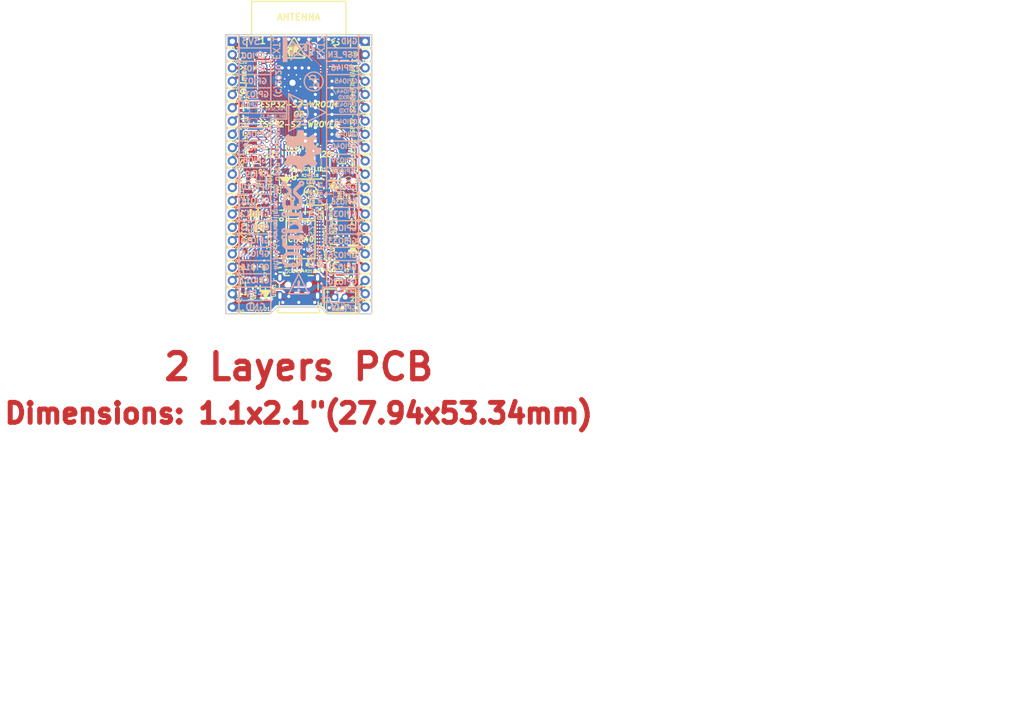
<source format=kicad_pcb>
(kicad_pcb (version 20171130) (host pcbnew 5.1.6-c6e7f7d~87~ubuntu18.04.1)
  (title_block (title ESP32-S2-DevKit-Lipo) (date 2020-09-24) (rev B1) (company "OLIMEX Ltd.") (comment 1 https://www.olimex.com))
  (layers (0 F.Cu mixed) (31 B.Cu mixed hide) (34 B.Paste user hide) (35 F.Paste user hide) (36 B.SilkS user hide) (37 F.SilkS user) (38 B.Mask user hide) (39 F.Mask user) (44 Edge.Cuts user))
  (net 0 "")
  (net 1 +5V)
  (net 2 GND)
  (net 3 "Net-(C3-Pad1)")
  (net 4 +3V3)
  (net 5 "Net-(Q2-Pad1)")
  (net 6 /+5V_USB)
  (net 7 "Net-(C6-Pad1)")
  (net 8 /GPIO13)
  (net 9 /GPIO12)
  (net 10 /GPIO14)
  (net 11 /GPIO26)
  (net 12 /GPIO33)
  (net 13 /GPIO5)
  (net 14 /GPIO17)
  (net 15 /GPIO4)
  (net 16 /GPIO2)
  (net 17 "Net-(Q2-Pad2)")
  (net 18 "Net-(Q3-Pad1)")
  (net 19 "Net-(Q3-Pad2)")
  (net 20 "Net-(FID1-PadFid1)")
  (net 21 "Net-(FID2-PadFid1)")
  (net 22 "Net-(FID3-PadFid1)")
  (net 23 "Net-(U2-Pad17)")
  (net 24 "Net-(U2-Pad14)")
  (net 25 "Net-(U2-Pad13)")
  (net 26 "Net-(U2-Pad12)")
  (net 27 "Net-(U2-Pad11)")
  (net 28 VBAT)
  (net 29 "Net-(BAT_SENS_E1-Pad1)")
  (net 30 "Net-(PWR_SENS_E1-Pad1)")
  (net 31 "Net-(U2-Pad20)")
  (net 32 /GPIO8\BAT_SENS)
  (net 33 /GPIO0\BUT)
  (net 34 /ESP_EN\CHIP_PU)
  (net 35 /GPIO15\XTAL_32K_P)
  (net 36 /GPIO16\XTAL_32K_N)
  (net 37 /GPI46\USB-VBUS_DET)
  (net 38 /GPIO44\U0RXD)
  (net 39 /GPIO43\U0TXD)
  (net 40 /GPIO11)
  (net 41 /GPIO9)
  (net 42 /GPIO10)
  (net 43 /GPIO7\PWR_SENS)
  (net 44 /GPIO6)
  (net 45 /GPIO3)
  (net 46 /GPIO1)
  (net 47 /GPIO18\RGB_LED)
  (net 48 /GPIO45\USB-DRV)
  (net 49 /GPIO41)
  (net 50 /GPIO42)
  (net 51 /GPIO40)
  (net 52 /GPIO39)
  (net 53 /GPIO37)
  (net 54 /GPIO38)
  (net 55 /GPIO36)
  (net 56 /GPIO35)
  (net 57 /GPIO34)
  (net 58 /GPIO21\USB-ID)
  (net 59 /USB-ID)
  (net 60 /USB_D-)
  (net 61 /UD-)
  (net 62 /UD+)
  (net 63 /USB_D+)
  (net 64 "Net-(RGB-LED1-Pad1)")
  (net 65 "Net-(RGB-LED1-Pad4)")
  (net 66 "Net-(C4-Pad1)")
  (net 67 "Net-(C7-Pad2)")
  (net 68 "Net-(D3-Pad1)")
  (net 69 "Net-(D4-Pad2)")
  (net 70 "Net-(R5-Pad2)")
  (net 71 "Net-(R6-Pad1)")
  (net 72 "Net-(R11-Pad2)")
  (net 73 "Net-(CHARG1-Pad1)")
  (net 74 "Net-(R24-Pad2)")
  (net 75 /Vin)
  (net 76 /GPIO19\USB_D-)
  (net 77 /GPIO20\USB_D+)
  (net 78 "Net-(C18-Pad2)")
  (net 79 "Net-(D6-Pad2)")
  (module OLIMEX_Regulators-FP:SOT89-3 (layer F.Cu) (at 152.146 101.727 180)
    (fp_text reference VR1 (at 2.032 -2.159) (layer F.SilkS) (effects (font (size 0.635 0.635) (thickness 0.15875))))
    (fp_text value "MCP1700T-3302E/MB(SOT89-3)")
    (fp_text user 3 (at 1.651 -0.1) (layer F.SilkS) (effects (font (size 1.016 1.016) (thickness 0.254))))
    (fp_text user 1 (at -1.524 -0.1) (layer F.SilkS) (effects (font (size 1.016 1.016) (thickness 0.254))))
    (pad 2 smd trapezoid (at 0 0.45) (size 1.3 0.8) (rect_delta 0 0.7) (layers F.Cu F.Mask) (net 75 /Vin) (clearance 0.0508))
    (pad 2 smd rect (at 0 -1.25 180) (size 2 2.6) (layers F.Cu F.Paste F.Mask) (net 75 /Vin) (clearance 0.0508))
    (pad 3 smd rect (at 1.5 1.6 180) (size 0.7 1.9) (layers F.Cu F.Paste F.Mask) (net 4 +3V3) (clearance 0.0508))
    (pad 2 smd rect (at 0 1.6 180) (size 0.8 1.9) (layers F.Cu F.Paste F.Mask) (net 75 /Vin) (clearance 0.0508))
    (pad 1 smd rect (at -1.5 1.6 180) (size 0.7 1.9) (layers F.Cu F.Paste F.Mask) (net 2 GND) (clearance 0.0508))
  )
  (module OLIMEX_Diodes-FP:SOD-123_1C-2A_KA (layer F.Cu) (at 135.128 100.457)
    (fp_text reference D3 (at -2.921 0 90) (layer F.SilkS) (effects (font (size 0.508 0.508) (thickness 0.127))))
    (fp_text value 1N5819S4/SOD123)
    (pad 2 smd rect (at 1.9 0) (size 1 1.4) (layers F.Cu F.Paste F.Mask) (net 38 /GPIO44\U0RXD) (clearance 0.0508))
    (pad 1 smd rect (at -1.9 0) (size 1 1.4) (layers F.Cu F.Paste F.Mask) (net 68 "Net-(D3-Pad1)") (clearance 0.0508))
  )
  (module OLIMEX_RLC-FP:R_0402_5MIL_DWS (layer F.Cu) (at 142.494 99.822 90)
    (fp_text reference R15 (at 1.524 -0.254 270) (layer F.SilkS) (effects (font (size 0.508 0.508) (thickness 0.127))))
    (fp_text value 2.2k/R0402)
    (pad 2 smd rect (at 0.508 0 90) (size 0.5 0.55) (layers F.Cu F.Paste F.Mask) (net 18 "Net-(Q3-Pad1)"))
    (pad 1 smd rect (at -0.508 0 270) (size 0.5 0.55) (layers F.Cu F.Paste F.Mask) (net 17 "Net-(Q2-Pad2)"))
  )
  (module "OLIMEX_Crystal-FP:CM7V-T1A(Crystal_Package-1206_3.20x1.50x0.65mm)" (layer F.Cu) (at 137.922 93.853)
    (fp_text reference Q4 (at -1.397 -1.651) (layer F.SilkS) (effects (font (size 0.762 0.762) (thickness 0.1905))))
    (fp_text value "NA(Q32.768kHz/12.5pF/2P/SMD1206)")
    (pad 2 smd rect (at 1.25 0) (size 1 1.8) (layers F.Cu F.Paste F.Mask) (net 36 /GPIO16\XTAL_32K_N))
    (pad 1 smd rect (at -1.25 0) (size 1 1.8) (layers F.Cu F.Paste F.Mask) (net 35 /GPIO15\XTAL_32K_P))
  )
  (module OLIMEX_RLC-FP:C_0402_5MIL_DWS (layer F.Cu) (at 136.652 95.631 180)
    (fp_text reference C21 (at 0.8382 1.143 90) (layer F.SilkS) (effects (font (size 0.508 0.508) (thickness 0.127))))
    (fp_text value "NA(22pF/50V/5%/COG/C0402)")
    (pad 2 smd rect (at 0.508 0 180) (size 0.5 0.55) (layers F.Cu F.Paste F.Mask) (net 35 /GPIO15\XTAL_32K_P))
    (pad 1 smd rect (at -0.508 0) (size 0.5 0.55) (layers F.Cu F.Paste F.Mask) (net 2 GND))
  )
  (module OLIMEX_RLC-FP:C_0402_5MIL_DWS (layer F.Cu) (at 138.557 95.631)
    (fp_text reference C22 (at 1.27 0.127 90) (layer F.SilkS) (effects (font (size 0.508 0.508) (thickness 0.127))))
    (fp_text value "NA(22pF/50V/5%/COG/C0402)")
    (pad 2 smd rect (at 0.508 0) (size 0.5 0.55) (layers F.Cu F.Paste F.Mask) (net 36 /GPIO16\XTAL_32K_N))
    (pad 1 smd rect (at -0.508 0 180) (size 0.5 0.55) (layers F.Cu F.Paste F.Mask) (net 2 GND))
  )
  (module OLIMEX_Transistors-FP:SOT23 (layer F.Cu) (at 140.081 98.171 180)
    (fp_text reference Q3 (at -1.524 1.143 180) (layer F.SilkS) (effects (font (size 0.635 0.635) (thickness 0.15875))))
    (fp_text value "BC817-40(SOT23)")
    (pad 1 smd rect (at 1.10744 0.94996 180) (size 1.4 1) (layers F.Cu F.Paste F.Mask) (net 18 "Net-(Q3-Pad1)") (clearance 0.0508))
    (pad 2 smd rect (at 1.10744 -0.9525 180) (size 1.4 1) (layers F.Cu F.Paste F.Mask) (net 19 "Net-(Q3-Pad2)") (clearance 0.0508))
    (pad 3 smd rect (at -1.10236 0.00254 180) (size 1.4 1) (layers F.Cu F.Paste F.Mask) (net 33 /GPIO0\BUT) (clearance 0.0508))
  )
  (module OLIMEX_LOGOs-FP:LOGO_ANTISTATIC_SMALL_4.5mmX2.8mm (layer F.Cu) (at 142.621 68.58)
    (fp_text reference Sign_Antistatic hide)
    (fp_text value Val**)
  )
  (module OLIMEX_LOGOs-FP:LOGO_PBFREE (layer B.Cu) (at 146.685 75.184 270)
    (fp_text reference Sign-Pb-Free)
    (fp_text value "")
    (fp_text user Pb (at -0.2032 0.31496 270 unlocked) (layer B.SilkS) (effects (font (size 1.7 1.5) (thickness 0.254)) (justify mirror)))
  )
  (module OLIMEX_LOGOs-FP:LOGO_ANTISTATIC_1 (layer B.Cu) (at 141.605 84.455 90)
    (fp_text reference Sign-Antistatic hide)
    (fp_text value "" hide)
  )
  (module OLIMEX_RLC-FP:C_0805_5MIL_DWS (layer F.Cu) (at 133.858 110.617 270)
    (fp_text reference C8 (at 0.000001 1.524 270) (layer F.SilkS) (effects (font (size 0.508 0.508) (thickness 0.127))))
    (fp_text value "NA(47uF/6.3V/20%/X5R/C0805)")
    (pad 2 smd rect (at 1.016 0) (size 1.524 1.27) (layers F.Cu F.Paste F.Mask) (net 67 "Net-(C7-Pad2)"))
    (pad 1 smd rect (at -1.016 0) (size 1.524 1.27) (layers F.Cu F.Paste F.Mask) (net 2 GND))
  )
  (module OLIMEX_Connectors-FP:LIPO_BAT_VERTICAL_DW02S (layer F.Cu) (at 151.384 119.761)
    (fp_text reference BAT1 (at 3.556 -4.191 90) (layer F.SilkS) (effects (font (size 0.508 0.508) (thickness 0.127))))
    (fp_text value DW02S)
    (fp_text user 1 (at -2.413 -3.175) (layer F.SilkS) (effects (font (size 0.762 0.762) (thickness 0.1905))))
    (fp_text user 2 (at 2.413 -3.175) (layer F.SilkS) (effects (font (size 0.762 0.762) (thickness 0.1905))))
    (pad 2 thru_hole circle (at 1.00076 -3.53822) (size 1.4 1.4) (drill 0.9) (layers *.Cu *.Mask) (net 2 GND))
    (pad 1 thru_hole rect (at -1.0287 -3.53568) (size 1.4 1.4) (drill 0.9) (layers *.Cu *.Mask) (net 28 VBAT))
  )
  (module OLIMEX_LEDs-FP:LED_0603_KA (layer F.Cu) (at 151.638 110.236)
    (fp_text reference CHARG1 (at -2.921 0.762 180) (layer F.SilkS) (effects (font (size 0.508 0.508) (thickness 0.127))))
    (fp_text value LED/YELLOW/0603)
    (pad 1 smd rect (at -0.762 0 180) (size 0.8 0.8) (layers F.Cu F.Paste F.Mask) (net 73 "Net-(CHARG1-Pad1)"))
    (pad 2 smd rect (at 0.762 0 180) (size 0.8 0.8) (layers F.Cu F.Paste F.Mask) (net 1 +5V))
  )
  (module OLIMEX_Other-FP:TESTPAD_40-ROUND (layer F.Cu) (at 132.588 87.63)
    (fp_text reference GND1 (at 0.889 0 90 unlocked) (layer F.SilkS) (effects (font (size 0.508 0.508) (thickness 0.127))))
    (fp_text value TESTPAD hide)
    (pad 1 smd circle (at 0 0) (size 1 1) (layers F.Cu F.Mask) (net 2 GND))
  )
  (module "OLIMEX_Crystal-FP:TSX-3.2x2.5mm_GND(3)" (layer F.Cu) (at 136.144 106.68 270)
    (fp_text reference Q1 (at -0.508 1.905 90) (layer F.SilkS) (effects (font (size 0.508 0.508) (thickness 0.127))))
    (fp_text value Q12MHz/20pF/10ppm/4P/3.2x2.5mm)
    (fp_text user o (at -1.651 1.905 180) (layer F.SilkS) (effects (font (size 0.8 0.8) (thickness 0.2))))
    (pad 3 smd rect (at -1.1 -0.8 270) (size 1.4 1.2) (layers F.Cu F.Paste F.Mask) (net 2 GND))
    (pad 3 smd rect (at 1.1 0.8 270) (size 1.4 1.2) (layers F.Cu F.Paste F.Mask) (net 2 GND))
    (pad 2 smd rect (at 1.1 -0.8 270) (size 1.4 1.2) (layers F.Cu F.Paste F.Mask) (net 66 "Net-(C4-Pad1)"))
    (pad 1 smd rect (at -1.1 0.8 270) (size 1.4 1.2) (layers F.Cu F.Paste F.Mask) (net 3 "Net-(C3-Pad1)"))
  )
  (module OLIMEX_Transistors-FP:SOT23 (layer F.Cu) (at 150.9395 108.077)
    (fp_text reference FET1 (at -1.143 -1.3335 90) (layer F.SilkS) (effects (font (size 0.508 0.508) (thickness 0.127))))
    (fp_text value WPM2015-3/TR)
    (pad 1 smd rect (at 1.10744 0.94996) (size 1.4 1) (layers F.Cu F.Paste F.Mask) (net 1 +5V) (clearance 0.0508))
    (pad 2 smd rect (at 1.10744 -0.9525) (size 1.4 1) (layers F.Cu F.Paste F.Mask) (net 75 /Vin) (clearance 0.0508))
    (pad 3 smd rect (at -1.10236 0.00254) (size 1.4 1) (layers F.Cu F.Paste F.Mask) (net 28 VBAT) (clearance 0.0508))
  )
  (module OLIMEX_Other-FP:Fiducial1x3 (layer F.Cu) (at 133.223 107.315)
    (fp_text reference FID1 hide)
    (fp_text value Fiducial hide)
    (pad Fid1 connect circle (at 0 0) (size 1 1) (layers F.Cu F.Mask) (net 20 "Net-(FID1-PadFid1)") (clearance 1.016))
  )
  (module OLIMEX_Other-FP:Fiducial1x3 (layer F.Cu) (at 144.145 115.062)
    (fp_text reference FID2 hide)
    (fp_text value Fiducial hide)
    (pad Fid1 connect circle (at 0 0) (size 1 1) (layers F.Cu F.Mask) (net 21 "Net-(FID2-PadFid1)") (clearance 1.016))
  )
  (module OLIMEX_Other-FP:Fiducial1x3 (layer F.Cu) (at 148.971 69.215)
    (fp_text reference FID3 hide)
    (fp_text value Fiducial hide)
    (pad Fid1 connect circle (at 0 0) (size 1 1) (layers F.Cu F.Mask) (net 22 "Net-(FID3-PadFid1)") (clearance 1.016))
  )
  (module OLIMEX_Transistors-FP:SOT23 (layer F.Cu) (at 136.017 97.79)
    (fp_text reference Q2 (at -1.397 1.016 180) (layer F.SilkS) (effects (font (size 0.508 0.508) (thickness 0.127))))
    (fp_text value "BC817-40(SOT23)")
    (pad 3 smd rect (at -1.10236 0.00254) (size 1.4 1) (layers F.Cu F.Paste F.Mask) (net 34 /ESP_EN\CHIP_PU) (clearance 0.0508))
    (pad 2 smd rect (at 1.10744 -0.9525) (size 1.4 1) (layers F.Cu F.Paste F.Mask) (net 17 "Net-(Q2-Pad2)") (clearance 0.0508))
    (pad 1 smd rect (at 1.10744 0.94996) (size 1.4 1) (layers F.Cu F.Paste F.Mask) (net 5 "Net-(Q2-Pad1)") (clearance 0.0508))
  )
  (module OLIMEX_IC-FP:SOT-23-5 (layer F.Cu) (at 149.987 112.776 180)
    (fp_text reference U1 (at -1.3335 0 180) (layer F.SilkS) (effects (font (size 0.635 0.635) (thickness 0.15875))))
    (fp_text value "BL4054B-42TPRN(SOT23-5)")
    (pad 1 smd rect (at 1.3 0.95 180) (size 1.2 0.55) (layers F.Cu F.Paste F.Mask) (net 70 "Net-(R5-Pad2)") (clearance 0.0508))
    (pad 2 smd rect (at 1.3 0 180) (size 1.2 0.55) (layers F.Cu F.Paste F.Mask) (net 2 GND) (clearance 0.0508))
    (pad 3 smd rect (at 1.3 -0.95 180) (size 1.2 0.55) (layers F.Cu F.Paste F.Mask) (net 28 VBAT) (clearance 0.0508))
    (pad 5 smd rect (at -1.3 0.95 180) (size 1.2 0.55) (layers F.Cu F.Paste F.Mask) (net 71 "Net-(R6-Pad1)") (clearance 0.0508))
    (pad 4 smd rect (at -1.3 -0.95 180) (size 1.2 0.55) (layers F.Cu F.Paste F.Mask) (net 1 +5V) (clearance 0.0508))
  )
  (module OLIMEX_IC-FP:SSOP-20W (layer F.Cu) (at 143.891 105.029 270)
    (fp_text reference U2 (at -3.048 4.826 270) (layer F.SilkS) (effects (font (size 0.635 0.635) (thickness 0.15875))))
    (fp_text value "CH340T(SSOP20W)")
    (fp_text user o (at -3.683 3.81 90) (layer F.SilkS) (effects (font (size 1.016 1.016) (thickness 0.254))))
    (pad 20 smd rect (at -2.925 -3.6195 270) (size 0.325 1.27) (layers F.Cu F.Paste F.Mask) (net 31 "Net-(U2-Pad20)"))
    (pad 19 smd rect (at -2.275 -3.6195 270) (size 0.325 1.27) (layers F.Cu F.Paste F.Mask) (net 6 /+5V_USB))
    (pad 18 smd rect (at -1.625 -3.6195 270) (size 0.325 1.27) (layers F.Cu F.Paste F.Mask))
    (pad 17 smd rect (at -0.975 -3.6195 270) (size 0.325 1.27) (layers F.Cu F.Paste F.Mask) (net 23 "Net-(U2-Pad17)"))
    (pad 16 smd rect (at -0.325 -3.6195 270) (size 0.325 1.27) (layers F.Cu F.Paste F.Mask) (net 17 "Net-(Q2-Pad2)"))
    (pad 15 smd rect (at 0.325 -3.6195 270) (size 0.325 1.27) (layers F.Cu F.Paste F.Mask) (net 19 "Net-(Q3-Pad2)"))
    (pad 14 smd rect (at 0.975 -3.6195 270) (size 0.325 1.27) (layers F.Cu F.Paste F.Mask) (net 24 "Net-(U2-Pad14)"))
    (pad 13 smd rect (at 1.625 -3.6195 270) (size 0.325 1.27) (layers F.Cu F.Paste F.Mask) (net 25 "Net-(U2-Pad13)"))
    (pad 12 smd rect (at 2.275 -3.6195 270) (size 0.325 1.27) (layers F.Cu F.Paste F.Mask) (net 26 "Net-(U2-Pad12)"))
    (pad 11 smd rect (at 2.925 -3.6195 270) (size 0.325 1.27) (layers F.Cu F.Paste F.Mask) (net 27 "Net-(U2-Pad11)"))
    (pad 10 smd rect (at 2.925 3.6195 270) (size 0.325 1.27) (layers F.Cu F.Paste F.Mask) (net 66 "Net-(C4-Pad1)"))
    (pad 9 smd rect (at 2.275 3.6195 270) (size 0.325 1.27) (layers F.Cu F.Paste F.Mask) (net 3 "Net-(C3-Pad1)"))
    (pad 8 smd rect (at 1.625 3.6195 270) (size 0.325 1.27) (layers F.Cu F.Paste F.Mask) (net 2 GND))
    (pad 7 smd rect (at 0.975 3.6195 270) (size 0.325 1.27) (layers F.Cu F.Paste F.Mask) (net 61 /UD-))
    (pad 6 smd rect (at 0.325 3.6195 270) (size 0.325 1.27) (layers F.Cu F.Paste F.Mask) (net 62 /UD+))
    (pad 5 smd rect (at -0.325 3.6195 270) (size 0.325 1.27) (layers F.Cu F.Paste F.Mask) (net 7 "Net-(C6-Pad1)"))
    (pad 4 smd rect (at -0.975 3.6195 270) (size 0.325 1.27) (layers F.Cu F.Paste F.Mask) (net 69 "Net-(D4-Pad2)"))
    (pad 3 smd rect (at -1.625 3.6195 270) (size 0.325 1.27) (layers F.Cu F.Paste F.Mask) (net 68 "Net-(D3-Pad1)"))
    (pad 2 smd rect (at -2.275 3.6195 270) (size 0.325 1.27) (layers F.Cu F.Paste F.Mask))
    (pad 1 smd rect (at -2.925 3.6195 270) (size 0.325 1.27) (layers F.Cu F.Paste F.Mask))
  )
  (module OLIMEX_Connectors-FP:USB-MICRO_MISB-SWMM-5B_LF (layer F.Cu) (at 143.51 115.697 270)
    (fp_text reference USB1 (at -0.762 4.699 90) (layer F.SilkS) (effects (font (size 0.635 0.635) (thickness 0.15875))))
    (fp_text value "MISB-SWMM-5B-LF(USB_MICRO)")
    (pad 1 smd rect (at -3.15 1.3875) (size 0.5 1.65) (layers F.Cu F.Paste F.Mask) (net 6 /+5V_USB))
    (pad 2 smd rect (at -3.15 0.65) (size 0.325 1.65) (layers F.Cu F.Paste F.Mask) (net 60 /USB_D-))
    (pad 3 smd rect (at -3.15 0) (size 0.325 1.65) (layers F.Cu F.Paste F.Mask) (net 63 /USB_D+))
    (pad 4 smd rect (at -3.15 -0.65) (size 0.325 1.65) (layers F.Cu F.Paste F.Mask) (net 59 /USB-ID))
    (pad 5 smd rect (at -3.15 -1.3875) (size 0.5 1.65) (layers F.Cu F.Paste F.Mask) (net 2 GND))
    (pad "" np_thru_hole circle (at -1.9 2) (size 0.6 0.6) (drill 0.6) (layers *.Cu *.Mask))
    (pad "" np_thru_hole circle (at -1.9 -2) (size 0.6 0.6) (drill 0.6) (layers *.Cu *.Mask))
    (pad 0 smd rect (at 1.4 1.5) (size 1.1 1) (layers F.Cu F.Paste F.Mask) (net 2 GND))
    (pad 0 smd rect (at 1.4 -1.5) (size 1.1 1) (layers F.Cu F.Paste F.Mask) (net 2 GND))
    (pad 0 thru_hole oval (at 0.25 3.6) (size 1.2 1.8) (drill oval 0.6 1.2) (layers *.Cu *.Mask) (net 2 GND))
    (pad 0 thru_hole oval (at -3.22 3.6) (size 1.2 1.8) (drill oval 0.6 1.2) (layers *.Cu *.Mask) (net 2 GND))
    (pad 0 thru_hole oval (at -3.22 -3.6) (size 1.2 1.8) (drill oval 0.6 1.2) (layers *.Cu *.Mask) (net 2 GND))
    (pad 0 thru_hole oval (at 0.25 -3.6) (size 1.2 1.8) (drill oval 0.6 1.2) (layers *.Cu *.Mask) (net 2 GND))
  )
  (module OLIMEX_Buttons-FP:IT1185AU2_V2 (layer F.Cu) (at 133.858 93.98 90)
    (fp_text reference RST1 (at 4.064 -1.27 90) (layer F.SilkS) (effects (font (size 0.762 0.762) (thickness 0.1905))))
    (fp_text value IT-1185AU2-160G-G-TR)
    (pad "" np_thru_hole circle (at 0 0.9 90) (size 0.7 0.7) (drill 0.7) (layers *.Cu *.Mask))
    (pad "" np_thru_hole circle (at 0 -0.9 90) (size 0.7 0.7) (drill 0.7) (layers *.Cu *.Mask))
    (pad 2 smd rect (at 2.177 0 90) (size 0.9 1.5) (layers F.Cu F.Mask) (net 2 GND))
    (pad 1 smd rect (at -2.177 0 90) (size 0.9 1.5) (layers F.Cu F.Mask) (net 34 /ESP_EN\CHIP_PU))
  )
  (module OLIMEX_LOGOs-FP:LOGO_OLIMEX_80 (layer F.Cu) (at 144.145 87.63)
    (fp_text reference Olimex_Logo_Small hide)
    (fp_text value "" hide)
  )
  (module OLIMEX_LOGOs-FP:LOGO_OPENHARDWARE_8x8 (layer B.Cu) (at 143.764 88.265 90)
    (fp_text reference Logo_OSHW hide)
    (fp_text value "" hide)
    (fp_text user open (at -3.937 -4.17576 270 unlocked) (layer B.SilkS) (effects (font (size 1.016 1.016) (thickness 0.254)) (justify mirror)))
    (fp_text user hardware (at 1.778 -4.2672 270 unlocked) (layer B.SilkS) (effects (font (size 1.016 1.016) (thickness 0.254)) (justify mirror)))
  )
  (module OLIMEX_LOGOs-FP:LOGO_RECYCLEBIN_1 (layer B.Cu) (at 140.462 71.247 90)
    (fp_text reference Sign_RecycleBin hide)
    (fp_text value "" hide)
  )
  (module OLIMEX_LOGOs-FP:OLIMEX_LOGO_TB (layer B.Cu) (at 142.367 102.108 90)
    (fp_text reference Olimex_Logo_Big hide)
    (fp_text value "" hide)
  )
  (module OLIMEX_Jumpers-FP:SJ_1_SMALLER (layer B.Cu) (at 134.874 82.55)
    (fp_text reference BAT_SENS_E1 (at 3.683 -0.889) (layer B.SilkS) (effects (font (size 0.508 0.508) (thickness 0.127)) (justify mirror)))
    (fp_text value Opened hide)
    (pad 2 smd rect (at 0.381 0) (size 0.508 0.762) (layers B.Cu B.Mask) (net 32 /GPIO8\BAT_SENS) (clearance 0.0508))
    (pad 1 smd rect (at -0.381 0) (size 0.508 0.762) (layers B.Cu B.Mask) (net 29 "Net-(BAT_SENS_E1-Pad1)") (clearance 0.0508))
  )
  (module OLIMEX_Diodes-FP:SOD-123_1C-2A_KA (layer F.Cu) (at 137.16 115.57 90)
    (fp_text reference D1 (at -2.921 0.254 180) (layer F.SilkS) (effects (font (size 0.635 0.635) (thickness 0.15875))))
    (fp_text value 1N5819S4/SOD123)
    (pad 2 smd rect (at 1.9 0 90) (size 1 1.4) (layers F.Cu F.Paste F.Mask) (net 6 /+5V_USB) (clearance 0.0508))
    (pad 1 smd rect (at -1.9 0 90) (size 1 1.4) (layers F.Cu F.Paste F.Mask) (net 1 +5V) (clearance 0.0508))
  )
  (module OLIMEX_Diodes-FP:SOD-123_1C-2A_KA (layer F.Cu) (at 153.8605 107.1245 270)
    (fp_text reference D2 (at -1.778 -1.1049 90) (layer F.SilkS) (effects (font (size 0.508 0.508) (thickness 0.127))))
    (fp_text value 1N5819S4/SOD123)
    (pad 2 smd rect (at 1.9 0 270) (size 1 1.4) (layers F.Cu F.Paste F.Mask) (net 1 +5V) (clearance 0.0508))
    (pad 1 smd rect (at -1.9 0 270) (size 1 1.4) (layers F.Cu F.Paste F.Mask) (net 75 /Vin) (clearance 0.0508))
  )
  (module OLIMEX_Diodes-FP:SOD-123_1C-2A_KA (layer F.Cu) (at 136.144 102.743)
    (fp_text reference D4 (at -3.048 -0.762 90 unlocked) (layer F.SilkS) (effects (font (size 0.762 0.762) (thickness 0.1905))))
    (fp_text value 1N5819S4/SOD123)
    (pad 2 smd rect (at 1.9 0) (size 1 1.4) (layers F.Cu F.Paste F.Mask) (net 69 "Net-(D4-Pad2)") (clearance 0.0508))
    (pad 1 smd rect (at -1.9 0) (size 1 1.4) (layers F.Cu F.Paste F.Mask) (net 39 /GPIO43\U0TXD) (clearance 0.0508))
  )
  (module OLIMEX_Jumpers-FP:SJ_1_SMALLER (layer B.Cu) (at 134.874 80.518)
    (fp_text reference PWR_SENS_E1 (at 3.556 -0.254) (layer B.SilkS) (effects (font (size 0.508 0.508) (thickness 0.127)) (justify mirror)))
    (fp_text value Opened hide)
    (pad 2 smd rect (at 0.381 0) (size 0.508 0.762) (layers B.Cu B.Mask) (net 43 /GPIO7\PWR_SENS) (clearance 0.0508))
    (pad 1 smd rect (at -0.381 0) (size 0.508 0.762) (layers B.Cu B.Mask) (net 30 "Net-(PWR_SENS_E1-Pad1)") (clearance 0.0508))
  )
  (module OLIMEX_RLC-FP:C_0603_5MIL_DWS (layer F.Cu) (at 153.6065 113.3475)
    (fp_text reference C1 (at 1.0795 -0.9525) (layer F.SilkS) (effects (font (size 0.508 0.508) (thickness 0.127))))
    (fp_text value 10uF/6.3V/20%/X5R/C0603)
    (pad 2 smd rect (at 0.889 0) (size 1.016 1.016) (layers F.Cu F.Paste F.Mask) (net 2 GND) (clearance 0.0508))
    (pad 1 smd rect (at -0.889 0) (size 1.016 1.016) (layers F.Cu F.Paste F.Mask) (net 1 +5V) (clearance 0.0508))
  )
  (module OLIMEX_RLC-FP:R_0402_5MIL_DWS (layer F.Cu) (at 154.051 110.236)
    (fp_text reference R1 (at -1.397 0.889 180) (layer F.SilkS) (effects (font (size 0.508 0.508) (thickness 0.127))))
    (fp_text value 10k/R0402)
    (pad 2 smd rect (at 0.508 0) (size 0.5 0.55) (layers F.Cu F.Paste F.Mask) (net 2 GND))
    (pad 1 smd rect (at -0.508 0 180) (size 0.5 0.55) (layers F.Cu F.Paste F.Mask) (net 1 +5V))
  )
  (module OLIMEX_RLC-FP:R_0402_5MIL_DWS (layer F.Cu) (at 145.669 109.982 270)
    (fp_text reference R2 (at 1.27 -1.016) (layer F.SilkS) (effects (font (size 0.508 0.508) (thickness 0.127))))
    (fp_text value "NA(10k/R0402)")
    (pad 2 smd rect (at 0.508 0 270) (size 0.5 0.55) (layers F.Cu F.Paste F.Mask) (net 59 /USB-ID))
    (pad 1 smd rect (at -0.508 0 90) (size 0.5 0.55) (layers F.Cu F.Paste F.Mask) (net 4 +3V3))
  )
  (module OLIMEX_RLC-FP:R_0402_5MIL_DWS (layer F.Cu) (at 142.748 109.982 90)
    (fp_text reference R3 (at -1.27 0.381 180) (layer F.SilkS) (effects (font (size 0.508 0.508) (thickness 0.127))))
    (fp_text value 22R/R0402)
    (pad 2 smd rect (at 0.508 0 90) (size 0.5 0.55) (layers F.Cu F.Paste F.Mask) (net 61 /UD-))
    (pad 1 smd rect (at -0.508 0 270) (size 0.5 0.55) (layers F.Cu F.Paste F.Mask) (net 60 /USB_D-))
  )
  (module OLIMEX_RLC-FP:R_0402_5MIL_DWS (layer F.Cu) (at 143.637 109.982 90)
    (fp_text reference R4 (at -1.27 0.508 180) (layer F.SilkS) (effects (font (size 0.508 0.508) (thickness 0.127))))
    (fp_text value 22R/R0402)
    (pad 2 smd rect (at 0.508 0 90) (size 0.5 0.55) (layers F.Cu F.Paste F.Mask) (net 62 /UD+))
    (pad 1 smd rect (at -0.508 0 270) (size 0.5 0.55) (layers F.Cu F.Paste F.Mask) (net 63 /USB_D+))
  )
  (module OLIMEX_RLC-FP:R_0402_5MIL_DWS (layer F.Cu) (at 149.098 110.109 180)
    (fp_text reference R5 (at -0.4064 0.9906 270) (layer F.SilkS) (effects (font (size 0.508 0.508) (thickness 0.127))))
    (fp_text value 2.2k/R0402)
    (pad 2 smd rect (at 0.508 0 180) (size 0.5 0.55) (layers F.Cu F.Paste F.Mask) (net 70 "Net-(R5-Pad2)"))
    (pad 1 smd rect (at -0.508 0) (size 0.5 0.55) (layers F.Cu F.Paste F.Mask) (net 73 "Net-(CHARG1-Pad1)"))
  )
  (module OLIMEX_RLC-FP:R_0402_5MIL_DWS (layer F.Cu) (at 154.051 111.379)
    (fp_text reference R6 (at -1.397 0.762) (layer F.SilkS) (effects (font (size 0.508 0.508) (thickness 0.127))))
    (fp_text value 2.2k/R0402)
    (pad 2 smd rect (at 0.508 0) (size 0.5 0.55) (layers F.Cu F.Paste F.Mask) (net 2 GND))
    (pad 1 smd rect (at -0.508 0 180) (size 0.5 0.55) (layers F.Cu F.Paste F.Mask) (net 71 "Net-(R6-Pad1)"))
  )
  (module OLIMEX_RLC-FP:R_0402_5MIL_DWS (layer F.Cu) (at 139.954 109.22 180)
    (fp_text reference R7 (at -0.5842 0.6985) (layer F.SilkS) (effects (font (size 0.508 0.508) (thickness 0.127))))
    (fp_text value "NA(1.1k/R0402)")
    (pad 2 smd rect (at 0.508 0 180) (size 0.5 0.55) (layers F.Cu F.Paste F.Mask) (net 67 "Net-(C7-Pad2)"))
    (pad 1 smd rect (at -0.508 0) (size 0.5 0.55) (layers F.Cu F.Paste F.Mask) (net 37 /GPI46\USB-VBUS_DET))
  )
  (module OLIMEX_RLC-FP:R_0402_5MIL_DWS (layer F.Cu) (at 139.954 110.109)
    (fp_text reference R8 (at 1.143 0 90) (layer F.SilkS) (effects (font (size 0.508 0.508) (thickness 0.127))))
    (fp_text value "NA(2.2k/R0402)")
    (pad 2 smd rect (at 0.508 0) (size 0.5 0.55) (layers F.Cu F.Paste F.Mask) (net 37 /GPI46\USB-VBUS_DET))
    (pad 1 smd rect (at -0.508 0 180) (size 0.5 0.55) (layers F.Cu F.Paste F.Mask) (net 2 GND))
  )
  (module OLIMEX_RLC-FP:R_0402_5MIL_DWS (layer F.Cu) (at 135.763 104.14)
    (fp_text reference R9 (at -1.397 0 180) (layer F.SilkS) (effects (font (size 0.508 0.508) (thickness 0.127))))
    (fp_text value 10k/R0402)
    (pad 2 smd rect (at 0.508 0) (size 0.5 0.55) (layers F.Cu F.Paste F.Mask) (net 69 "Net-(D4-Pad2)"))
    (pad 1 smd rect (at -0.508 0 180) (size 0.5 0.55) (layers F.Cu F.Paste F.Mask) (net 6 /+5V_USB))
  )
  (module OLIMEX_RLC-FP:R_0402_5MIL_DWS (layer F.Cu) (at 139.065 100.584 180)
    (fp_text reference R10 (at 1.27 -1.016 180) (layer F.SilkS) (effects (font (size 0.508 0.508) (thickness 0.127))))
    (fp_text value 10k/R0402)
    (pad 2 smd rect (at 0.508 0 180) (size 0.5 0.55) (layers F.Cu F.Paste F.Mask) (net 38 /GPIO44\U0RXD))
    (pad 1 smd rect (at -0.508 0) (size 0.5 0.55) (layers F.Cu F.Paste F.Mask) (net 7 "Net-(C6-Pad1)"))
  )
  (module OLIMEX_RLC-FP:R_0402_5MIL_DWS (layer F.Cu) (at 132.842 113.537999 90)
    (fp_text reference R11 (at 1.015999 -0.508 225) (layer F.SilkS) (effects (font (size 0.508 0.508) (thickness 0.127))))
    (fp_text value "NA(13k/1%/R0402)")
    (pad 2 smd rect (at 0.508 0 90) (size 0.5 0.55) (layers F.Cu F.Paste F.Mask) (net 72 "Net-(R11-Pad2)"))
    (pad 1 smd rect (at -0.508 0 270) (size 0.5 0.55) (layers F.Cu F.Paste F.Mask) (net 2 GND))
  )
  (module OLIMEX_RLC-FP:R_0402_5MIL_DWS (layer F.Cu) (at 132.461 85.09 90)
    (fp_text reference R12 (at -0.762 1.016 90) (layer F.SilkS) (effects (font (size 0.508 0.508) (thickness 0.127))))
    (fp_text value 4.7M/R0402)
    (pad 2 smd rect (at 0.508 0 90) (size 0.5 0.55) (layers F.Cu F.Paste F.Mask) (net 29 "Net-(BAT_SENS_E1-Pad1)"))
    (pad 1 smd rect (at -0.508 0 270) (size 0.5 0.55) (layers F.Cu F.Paste F.Mask) (net 28 VBAT))
  )
  (module OLIMEX_RLC-FP:R_0402_5MIL_DWS (layer F.Cu) (at 132.461 82.041999 90)
    (fp_text reference R13 (at -1.524001 0 270) (layer F.SilkS) (effects (font (size 0.508 0.508) (thickness 0.127))))
    (fp_text value 470k/R0402)
    (pad 2 smd rect (at 0.508 0 90) (size 0.5 0.55) (layers F.Cu F.Paste F.Mask) (net 2 GND))
    (pad 1 smd rect (at -0.508 0 270) (size 0.5 0.55) (layers F.Cu F.Paste F.Mask) (net 29 "Net-(BAT_SENS_E1-Pad1)"))
  )
  (module OLIMEX_RLC-FP:R_0402_5MIL_DWS (layer F.Cu) (at 132.842 115.569999 270)
    (fp_text reference R16 (at 0.000001 0.7366 270) (layer F.SilkS) (effects (font (size 0.508 0.508) (thickness 0.127))))
    (fp_text value "NA(10k/R0402)")
    (pad 2 smd rect (at 0.508 0 270) (size 0.5 0.55) (layers F.Cu F.Paste F.Mask) (net 48 /GPIO45\USB-DRV))
    (pad 1 smd rect (at -0.508 0 90) (size 0.5 0.55) (layers F.Cu F.Paste F.Mask) (net 2 GND))
  )
  (module OLIMEX_RLC-FP:R_0402_5MIL_DWS (layer F.Cu) (at 133.35 80.01 270)
    (fp_text reference R17 (at -1.905 -0.2794 90) (layer F.SilkS) (effects (font (size 0.508 0.508) (thickness 0.127))))
    (fp_text value 10k/R0402)
    (pad 2 smd rect (at 0.508 0 270) (size 0.5 0.55) (layers F.Cu F.Paste F.Mask) (net 30 "Net-(PWR_SENS_E1-Pad1)"))
    (pad 1 smd rect (at -0.508 0 90) (size 0.5 0.55) (layers F.Cu F.Paste F.Mask) (net 1 +5V))
  )
  (module OLIMEX_RLC-FP:C_0402_5MIL_DWS (layer F.Cu) (at 141.859 109.982 270)
    (fp_text reference C2 (at 1.27 -0.127) (layer F.SilkS) (effects (font (size 0.508 0.508) (thickness 0.127))))
    (fp_text value "NA(100nF/10V/10%/X7R/C0402)")
    (pad 2 smd rect (at 0.508 0 270) (size 0.5 0.55) (layers F.Cu F.Paste F.Mask) (net 6 /+5V_USB))
    (pad 1 smd rect (at -0.508 0 90) (size 0.5 0.55) (layers F.Cu F.Paste F.Mask) (net 2 GND))
  )
  (module OLIMEX_RLC-FP:C_0402_5MIL_DWS (layer F.Cu) (at 138.303 105.664 90)
    (fp_text reference C3 (at -0.889 0.762 90) (layer F.SilkS) (effects (font (size 0.508 0.508) (thickness 0.127))))
    (fp_text value 27pF/50V/5%/C0G/C0402)
    (pad 2 smd rect (at 0.508 0 90) (size 0.5 0.55) (layers F.Cu F.Paste F.Mask) (net 2 GND))
    (pad 1 smd rect (at -0.508 0 270) (size 0.5 0.55) (layers F.Cu F.Paste F.Mask) (net 3 "Net-(C3-Pad1)"))
  )
  (module OLIMEX_RLC-FP:C_0402_5MIL_DWS (layer F.Cu) (at 139.954 110.998)
    (fp_text reference C9 (at 1.2065 0.254 90) (layer F.SilkS) (effects (font (size 0.508 0.508) (thickness 0.127))))
    (fp_text value "NA(C0402)")
    (pad 2 smd rect (at 0.508 0) (size 0.5 0.55) (layers F.Cu F.Paste F.Mask) (net 37 /GPI46\USB-VBUS_DET))
    (pad 1 smd rect (at -0.508 0 180) (size 0.5 0.55) (layers F.Cu F.Paste F.Mask) (net 2 GND))
  )
  (module OLIMEX_Buttons-FP:IT1185AU2_V2 (layer F.Cu) (at 153.035 93.98 90)
    (fp_text reference BUT1 (at 3.937 0.889 270) (layer F.SilkS) (effects (font (size 0.635 0.635) (thickness 0.15875))))
    (fp_text value IT-1185AU2-160G-G-TR)
    (pad 1 smd rect (at -2.177 0 90) (size 0.9 1.5) (layers F.Cu F.Mask) (net 33 /GPIO0\BUT))
    (pad 2 smd rect (at 2.177 0 90) (size 0.9 1.5) (layers F.Cu F.Mask) (net 2 GND))
    (pad "" np_thru_hole circle (at 0 -0.9 90) (size 0.7 0.7) (drill 0.7) (layers *.Cu *.Mask))
    (pad "" np_thru_hole circle (at 0 0.9 90) (size 0.7 0.7) (drill 0.7) (layers *.Cu *.Mask))
  )
  (module OLIMEX_RLC-FP:C_0603_5MIL_DWS (layer F.Cu) (at 150.749 105.41 180)
    (fp_text reference C10 (at -1.8415 0 90) (layer F.SilkS) (effects (font (size 0.508 0.508) (thickness 0.127))))
    (fp_text value 22uF/6.3V/20%/X5R/C0603)
    (pad 1 smd rect (at -0.889 0 180) (size 1.016 1.016) (layers F.Cu F.Paste F.Mask) (net 75 /Vin) (clearance 0.0508))
    (pad 2 smd rect (at 0.889 0 180) (size 1.016 1.016) (layers F.Cu F.Paste F.Mask) (net 2 GND) (clearance 0.0508))
  )
  (module OLIMEX_RLC-FP:C_0402_5MIL_DWS (layer F.Cu) (at 133.35 82.041999 270)
    (fp_text reference C12 (at 1.524001 -0.127 90) (layer F.SilkS) (effects (font (size 0.508 0.508) (thickness 0.127))))
    (fp_text value 100nF/10V/10%/X7R/C0402)
    (pad 2 smd rect (at 0.508 0 270) (size 0.5 0.55) (layers F.Cu F.Paste F.Mask) (net 29 "Net-(BAT_SENS_E1-Pad1)"))
    (pad 1 smd rect (at -0.508 0 90) (size 0.5 0.55) (layers F.Cu F.Paste F.Mask) (net 2 GND))
  )
  (module OLIMEX_RLC-FP:C_0402_5MIL_DWS (layer F.Cu) (at 143.383 100.076 270)
    (fp_text reference C13 (at -0.381 -3.683 90) (layer F.SilkS) (effects (font (size 0.508 0.508) (thickness 0.127))))
    (fp_text value "NA(22pF/50V/5%/COG/C0402)")
    (pad 2 smd rect (at 0.508 0 270) (size 0.5 0.55) (layers F.Cu F.Paste F.Mask) (net 2 GND))
    (pad 1 smd rect (at -0.508 0 90) (size 0.5 0.55) (layers F.Cu F.Paste F.Mask) (net 76 /GPIO19\USB_D-))
  )
  (module OLIMEX_RLC-FP:C_0402_5MIL_DWS (layer F.Cu) (at 146.05 100.076 270)
    (fp_text reference C14 (at -1.143 -3.6068 90) (layer F.SilkS) (effects (font (size 0.508 0.508) (thickness 0.127))))
    (fp_text value "NA(22pF/50V/5%/COG/C0402)")
    (pad 2 smd rect (at 0.508 0 270) (size 0.5 0.55) (layers F.Cu F.Paste F.Mask) (net 2 GND))
    (pad 1 smd rect (at -0.508 0 90) (size 0.5 0.55) (layers F.Cu F.Paste F.Mask) (net 77 /GPIO20\USB_D+))
  )
  (module OLIMEX_Connectors-FP:HN1x21 (layer B.Cu) (at 130.81 92.71 270)
    (fp_text reference EXT1 (at -24.13 -8.382 270 unlocked) (layer B.SilkS) (effects (font (size 1.27 1.27) (thickness 0.254)) (justify mirror)))
    (fp_text value HN1x21)
    (pad 21 thru_hole circle (at 25.4 0 270) (size 1.778 1.778) (drill 1) (layers *.Cu *.Mask) (net 2 GND))
    (pad 4 thru_hole circle (at -17.78 0 270) (size 1.778 1.778) (drill 1) (layers *.Cu *.Mask) (net 16 /GPIO2))
    (pad 3 thru_hole circle (at -20.32 0 270) (size 1.778 1.778) (drill 1) (layers *.Cu *.Mask) (net 46 /GPIO1))
    (pad 2 thru_hole circle (at -22.86 0 270) (size 1.778 1.778) (drill 1) (layers *.Cu *.Mask) (net 33 /GPIO0\BUT))
    (pad 1 thru_hole rect (at -25.4 0 270) (size 1.778 1.778) (drill 1) (layers *.Cu *.Mask) (net 4 +3V3))
    (pad 5 thru_hole circle (at -15.24 0 270) (size 1.778 1.778) (drill 1) (layers *.Cu *.Mask) (net 45 /GPIO3))
    (pad 6 thru_hole circle (at -12.7 0 270) (size 1.778 1.778) (drill 1) (layers *.Cu *.Mask) (net 15 /GPIO4))
    (pad 8 thru_hole circle (at -7.62 0 270) (size 1.778 1.778) (drill 1) (layers *.Cu *.Mask) (net 44 /GPIO6))
    (pad 7 thru_hole circle (at -10.16 0 270) (size 1.778 1.778) (drill 1) (layers *.Cu *.Mask) (net 13 /GPIO5))
    (pad 9 thru_hole circle (at -5.08 0 270) (size 1.778 1.778) (drill 1) (layers *.Cu *.Mask) (net 43 /GPIO7\PWR_SENS))
    (pad 10 thru_hole circle (at -2.54 0 270) (size 1.778 1.778) (drill 1) (layers *.Cu *.Mask) (net 32 /GPIO8\BAT_SENS))
    (pad 12 thru_hole circle (at 2.54 0 270) (size 1.778 1.778) (drill 1) (layers *.Cu *.Mask) (net 42 /GPIO10))
    (pad 11 thru_hole circle (at 0 0 270) (size 1.778 1.778) (drill 1) (layers *.Cu *.Mask) (net 41 /GPIO9))
    (pad 13 thru_hole circle (at 5.08 0 270) (size 1.778 1.778) (drill 1) (layers *.Cu *.Mask) (net 40 /GPIO11))
    (pad 14 thru_hole circle (at 7.62 0 270) (size 1.778 1.778) (drill 1) (layers *.Cu *.Mask) (net 9 /GPIO12))
    (pad 16 thru_hole circle (at 12.7 0 270) (size 1.778 1.778) (drill 1) (layers *.Cu *.Mask) (net 10 /GPIO14))
    (pad 15 thru_hole circle (at 10.16 0 270) (size 1.778 1.778) (drill 1) (layers *.Cu *.Mask) (net 8 /GPIO13))
    (pad 19 thru_hole circle (at 20.32 0 270) (size 1.778 1.778) (drill 1) (layers *.Cu *.Mask) (net 14 /GPIO17))
    (pad 20 thru_hole circle (at 22.86 0 270) (size 1.778 1.778) (drill 1) (layers *.Cu *.Mask) (net 1 +5V))
    (pad 18 thru_hole circle (at 17.78 0 270) (size 1.778 1.778) (drill 1) (layers *.Cu *.Mask) (net 36 /GPIO16\XTAL_32K_N))
    (pad 17 thru_hole circle (at 15.24 0 270) (size 1.778 1.778) (drill 1) (layers *.Cu *.Mask) (net 35 /GPIO15\XTAL_32K_P))
  )
  (module OLIMEX_Connectors-FP:HN1x21 (layer B.Cu) (at 156.21 92.71 270)
    (fp_text reference EXT2 (at -24.13 8.509 270 unlocked) (layer B.SilkS) (effects (font (size 1.27 1.27) (thickness 0.254)) (justify mirror)))
    (fp_text value HN1x21)
    (pad 21 thru_hole circle (at 25.4 0 270) (size 1.778 1.778) (drill 1) (layers *.Cu *.Mask) (net 47 /GPIO18\RGB_LED))
    (pad 4 thru_hole circle (at -17.78 0 270) (size 1.778 1.778) (drill 1) (layers *.Cu *.Mask) (net 48 /GPIO45\USB-DRV))
    (pad 3 thru_hole circle (at -20.32 0 270) (size 1.778 1.778) (drill 1) (layers *.Cu *.Mask) (net 37 /GPI46\USB-VBUS_DET))
    (pad 2 thru_hole circle (at -22.86 0 270) (size 1.778 1.778) (drill 1) (layers *.Cu *.Mask) (net 34 /ESP_EN\CHIP_PU))
    (pad 1 thru_hole rect (at -25.4 0 270) (size 1.778 1.778) (drill 1) (layers *.Cu *.Mask) (net 2 GND))
    (pad 5 thru_hole circle (at -15.24 0 270) (size 1.778 1.778) (drill 1) (layers *.Cu *.Mask) (net 38 /GPIO44\U0RXD))
    (pad 6 thru_hole circle (at -12.7 0 270) (size 1.778 1.778) (drill 1) (layers *.Cu *.Mask) (net 39 /GPIO43\U0TXD))
    (pad 8 thru_hole circle (at -7.62 0 270) (size 1.778 1.778) (drill 1) (layers *.Cu *.Mask) (net 49 /GPIO41))
    (pad 7 thru_hole circle (at -10.16 0 270) (size 1.778 1.778) (drill 1) (layers *.Cu *.Mask) (net 50 /GPIO42))
    (pad 9 thru_hole circle (at -5.08 0 270) (size 1.778 1.778) (drill 1) (layers *.Cu *.Mask) (net 51 /GPIO40))
    (pad 10 thru_hole circle (at -2.54 0 270) (size 1.778 1.778) (drill 1) (layers *.Cu *.Mask) (net 52 /GPIO39))
    (pad 12 thru_hole circle (at 2.54 0 270) (size 1.778 1.778) (drill 1) (layers *.Cu *.Mask) (net 53 /GPIO37))
    (pad 11 thru_hole circle (at 0 0 270) (size 1.778 1.778) (drill 1) (layers *.Cu *.Mask) (net 54 /GPIO38))
    (pad 13 thru_hole circle (at 5.08 0 270) (size 1.778 1.778) (drill 1) (layers *.Cu *.Mask) (net 55 /GPIO36))
    (pad 14 thru_hole circle (at 7.62 0 270) (size 1.778 1.778) (drill 1) (layers *.Cu *.Mask) (net 56 /GPIO35))
    (pad 16 thru_hole circle (at 12.7 0 270) (size 1.778 1.778) (drill 1) (layers *.Cu *.Mask) (net 12 /GPIO33))
    (pad 15 thru_hole circle (at 10.16 0 270) (size 1.778 1.778) (drill 1) (layers *.Cu *.Mask) (net 57 /GPIO34))
    (pad 19 thru_hole circle (at 20.32 0 270) (size 1.778 1.778) (drill 1) (layers *.Cu *.Mask) (net 77 /GPIO20\USB_D+))
    (pad 20 thru_hole circle (at 22.86 0 270) (size 1.778 1.778) (drill 1) (layers *.Cu *.Mask) (net 76 /GPIO19\USB_D-))
    (pad 18 thru_hole circle (at 17.78 0 270) (size 1.778 1.778) (drill 1) (layers *.Cu *.Mask) (net 58 /GPIO21\USB-ID))
    (pad 17 thru_hole circle (at 15.24 0 270) (size 1.778 1.778) (drill 1) (layers *.Cu *.Mask) (net 11 /GPIO26))
  )
  (module OLIMEX_RLC-FP:R_0402_5MIL_DWS (layer F.Cu) (at 140.97 100.33 180)
    (fp_text reference R14 (at -0.3556 0.9652 315) (layer F.SilkS) (effects (font (size 0.508 0.508) (thickness 0.127))))
    (fp_text value 2.2k/R0402)
    (pad 2 smd rect (at 0.508 0 180) (size 0.5 0.55) (layers F.Cu F.Paste F.Mask) (net 5 "Net-(Q2-Pad1)"))
    (pad 1 smd rect (at -0.508 0) (size 0.5 0.55) (layers F.Cu F.Paste F.Mask) (net 19 "Net-(Q3-Pad2)"))
  )
  (module OLIMEX_RLC-FP:R_0402_5MIL_DWS (layer F.Cu) (at 132.461 80.01 90)
    (fp_text reference R18 (at 1.905 0 90) (layer F.SilkS) (effects (font (size 0.508 0.508) (thickness 0.127))))
    (fp_text value 1k/R0402)
    (pad 2 smd rect (at 0.508 0 90) (size 0.5 0.55) (layers F.Cu F.Paste F.Mask) (net 2 GND))
    (pad 1 smd rect (at -0.508 0 270) (size 0.5 0.55) (layers F.Cu F.Paste F.Mask) (net 30 "Net-(PWR_SENS_E1-Pad1)"))
  )
  (module OLIMEX_RLC-FP:R_0402_5MIL_DWS (layer F.Cu) (at 144.272 100.076 90)
    (fp_text reference R19 (at 0.381 3.683 90) (layer F.SilkS) (effects (font (size 0.508 0.508) (thickness 0.127))))
    (fp_text value "NA(22R/R0402)")
    (pad 2 smd rect (at 0.508 0 90) (size 0.5 0.55) (layers F.Cu F.Paste F.Mask) (net 76 /GPIO19\USB_D-))
    (pad 1 smd rect (at -0.508 0 270) (size 0.5 0.55) (layers F.Cu F.Paste F.Mask) (net 60 /USB_D-))
  )
  (module OLIMEX_RLC-FP:R_0402_5MIL_DWS (layer F.Cu) (at 145.161 100.076 90)
    (fp_text reference R20 (at 1.1176 3.683 90) (layer F.SilkS) (effects (font (size 0.508 0.508) (thickness 0.127))))
    (fp_text value "NA(22R/R0402)")
    (pad 2 smd rect (at 0.508 0 90) (size 0.5 0.55) (layers F.Cu F.Paste F.Mask) (net 77 /GPIO20\USB_D+))
    (pad 1 smd rect (at -0.508 0 270) (size 0.5 0.55) (layers F.Cu F.Paste F.Mask) (net 63 /USB_D+))
  )
  (module OLIMEX_RLC-FP:R_0402_5MIL_DWS (layer F.Cu) (at 144.526 109.982 90)
    (fp_text reference R21 (at -1.27 0.889 180) (layer F.SilkS) (effects (font (size 0.508 0.508) (thickness 0.127))))
    (fp_text value "NA(22R/R0402)")
    (pad 2 smd rect (at 0.508 0 90) (size 0.5 0.55) (layers F.Cu F.Paste F.Mask) (net 58 /GPIO21\USB-ID))
    (pad 1 smd rect (at -0.508 0 270) (size 0.5 0.55) (layers F.Cu F.Paste F.Mask) (net 59 /USB-ID))
  )
  (module OLIMEX_RLC-FP:R_0402_5MIL_DWS (layer F.Cu) (at 154.178 70.993 90)
    (fp_text reference R22 (at -1.524 0.6985 90) (layer F.SilkS) (effects (font (size 0.508 0.508) (thickness 0.127))))
    (fp_text value 10k/R0402)
    (pad 2 smd rect (at 0.508 0 90) (size 0.5 0.55) (layers F.Cu F.Paste F.Mask) (net 34 /ESP_EN\CHIP_PU))
    (pad 1 smd rect (at -0.508 0 270) (size 0.5 0.55) (layers F.Cu F.Paste F.Mask) (net 4 +3V3))
  )
  (module OLIMEX_RLC-FP:R_0402_5MIL_DWS (layer F.Cu) (at 138.557 92.202 180)
    (fp_text reference R23 (at -1.2065 0.1905 270) (layer F.SilkS) (effects (font (size 0.4572 0.4572) (thickness 0.1143))))
    (fp_text value "NA(10M/R0402)")
    (pad 2 smd rect (at 0.508 0 180) (size 0.5 0.55) (layers F.Cu F.Paste F.Mask) (net 35 /GPIO15\XTAL_32K_P))
    (pad 1 smd rect (at -0.508 0) (size 0.5 0.55) (layers F.Cu F.Paste F.Mask) (net 36 /GPIO16\XTAL_32K_N))
  )
  (module OLIMEX_RLC-FP:R_0402_5MIL_DWS (layer F.Cu) (at 143.129 92.583 180)
    (fp_text reference R24 (at -1.651 -0.381) (layer F.SilkS) (effects (font (size 0.508 0.508) (thickness 0.127))))
    (fp_text value 22R/R0402)
    (pad 2 smd rect (at 0.508 0 180) (size 0.5 0.55) (layers F.Cu F.Paste F.Mask) (net 74 "Net-(R24-Pad2)"))
    (pad 1 smd rect (at -0.508 0) (size 0.5 0.55) (layers F.Cu F.Paste F.Mask) (net 47 /GPIO18\RGB_LED))
  )
  (module "OLIMEX_LEDs-FP:WS2812S(5x5MM)" (layer F.Cu) (at 145.796 96.139)
    (fp_text reference RGB-LED1 (at 0.5334 -4.3688 180) (layer F.SilkS) (effects (font (size 0.635 0.635) (thickness 0.15875))))
    (fp_text value "WS2812S(5X5MM)")
    (fp_text user o (at -3.302 -2.667 270) (layer F.SilkS) (effects (font (size 1.016 1.016) (thickness 0.254))))
    (fp_text user RGB (at 0 0) (layer F.SilkS) (effects (font (size 0.635 0.635) (thickness 0.15875))))
    (fp_text user LED (at 0 -1.9) (layer F.SilkS) (effects (font (size 0.635 0.635) (thickness 0.15875))))
    (fp_text user LED (at 0 1.9) (layer F.SilkS) (effects (font (size 0.635 0.635) (thickness 0.15875))))
    (pad 1 smd rect (at -2.45 -1.6 90) (size 1 1.5) (layers F.Cu F.Paste F.Mask) (net 64 "Net-(RGB-LED1-Pad1)"))
    (pad 2 smd rect (at -2.45 0 90) (size 1 1.5) (layers F.Cu F.Paste F.Mask) (net 74 "Net-(R24-Pad2)"))
    (pad 3 smd rect (at -2.45 1.6 90) (size 1 1.5) (layers F.Cu F.Paste F.Mask) (net 78 "Net-(C18-Pad2)"))
    (pad 4 smd rect (at 2.45 1.6 90) (size 1 1.5) (layers F.Cu F.Paste F.Mask) (net 65 "Net-(RGB-LED1-Pad4)"))
    (pad 5 smd rect (at 2.45 0 90) (size 1 1.5) (layers F.Cu F.Paste F.Mask) (net 78 "Net-(C18-Pad2)"))
    (pad 6 smd rect (at 2.45 -1.6 90) (size 1 1.5) (layers F.Cu F.Paste F.Mask) (net 2 GND))
  )
  (module OLIMEX_Cases-FP:ESP32-S2-WROVER_MODULE (layer F.Cu) (at 143.51 75.184)
    (fp_text reference U4 (at 6.731 16.637) (layer F.SilkS) (effects (font (size 0.762 0.762) (thickness 0.1905))))
    (fp_text value "ESP32-S2-WROVER_and_WROOM(PCB,-I(IPEX))-Universal")
    (fp_text user o (at -9.779 -8.8646 180) (layer F.SilkS) (effects (font (size 0.762 0.762) (thickness 0.1905))))
    (fp_text user 26 (at 5.334 13.716 180) (layer F.SilkS) (effects (font (size 1.016 1.016) (thickness 0.254))))
    (fp_text user 17 (at -5.588 13.843 180) (layer F.SilkS) (effects (font (size 1.016 1.016) (thickness 0.254))))
    (fp_text user 42 (at 6.858 -7.62 135) (layer F.SilkS) (effects (font (size 1.016 1.016) (thickness 0.254))))
    (fp_text user 1 (at -6.8834 -8.001) (layer F.SilkS) (effects (font (size 1.27 1.27) (thickness 0.254))))
    (fp_text user ANTENNA (at 0 -12.5) (layer F.SilkS) (effects (font (size 1.27 1.27) (thickness 0.254))))
    (pad 43 smd rect (at -1.19 0.05) (size 4.1 4.1) (layers F.Cu F.Mask) (net 2 GND))
    (pad 1 smd rect (at -8.75 -8) (size 1.5 0.9) (layers F.Cu F.Paste F.Mask) (net 2 GND))
    (pad 43 thru_hole rect (at -1.19 0.05) (size 1.4 1.4) (drill 1.2) (layers *.Cu *.Mask F.Paste) (net 2 GND))
    (pad 2 smd rect (at -8.75 -6.5) (size 1.5 0.9) (layers F.Cu F.Paste F.Mask) (net 4 +3V3))
    (pad 3 smd rect (at -8.75 -5) (size 1.5 0.9) (layers F.Cu F.Paste F.Mask) (net 33 /GPIO0\BUT))
    (pad 4 smd rect (at -8.75 -3.5) (size 1.5 0.9) (layers F.Cu F.Paste F.Mask) (net 46 /GPIO1))
    (pad 5 smd rect (at -8.75 -2) (size 1.5 0.9) (layers F.Cu F.Paste F.Mask) (net 16 /GPIO2))
    (pad 6 smd rect (at -8.75 -0.5) (size 1.5 0.9) (layers F.Cu F.Paste F.Mask) (net 45 /GPIO3))
    (pad 7 smd rect (at -8.75 1) (size 1.5 0.9) (layers F.Cu F.Paste F.Mask) (net 15 /GPIO4))
    (pad 8 smd rect (at -8.75 2.5) (size 1.5 0.9) (layers F.Cu F.Paste F.Mask) (net 13 /GPIO5))
    (pad 9 smd rect (at -8.75 4) (size 1.5 0.9) (layers F.Cu F.Paste F.Mask) (net 44 /GPIO6))
    (pad 10 smd rect (at -8.75 5.5) (size 1.5 0.9) (layers F.Cu F.Paste F.Mask) (net 43 /GPIO7\PWR_SENS))
    (pad 11 smd rect (at -8.75 7) (size 1.5 0.9) (layers F.Cu F.Paste F.Mask) (net 32 /GPIO8\BAT_SENS))
    (pad 12 smd rect (at -8.75 8.5) (size 1.5 0.9) (layers F.Cu F.Paste F.Mask) (net 41 /GPIO9))
    (pad 13 smd rect (at -8.75 10) (size 1.5 0.9) (layers F.Cu F.Paste F.Mask) (net 42 /GPIO10))
    (pad 14 smd rect (at -8.75 11.5) (size 1.5 0.9) (layers F.Cu F.Paste F.Mask) (net 40 /GPIO11))
    (pad 15 smd rect (at -8.75 13) (size 1.5 0.9) (layers F.Cu F.Paste F.Mask) (net 9 /GPIO12))
    (pad 16 smd rect (at -8.75 14.5) (size 1.5 0.9) (layers F.Cu F.Paste F.Mask) (net 8 /GPIO13))
    (pad 17 smd rect (at -6.75 15.25) (size 0.9 1.5) (layers F.Cu F.Paste F.Mask) (net 10 /GPIO14))
    (pad 18 smd rect (at -5.25 15.25) (size 0.9 1.5) (layers F.Cu F.Paste F.Mask) (net 35 /GPIO15\XTAL_32K_P))
    (pad 19 smd rect (at -3.75 15.25) (size 0.9 1.5) (layers F.Cu F.Paste F.Mask) (net 36 /GPIO16\XTAL_32K_N))
    (pad 20 smd rect (at -2.25 15.25) (size 0.9 1.5) (layers F.Cu F.Paste F.Mask) (net 14 /GPIO17))
    (pad 21 smd rect (at -0.75 15.25) (size 0.9 1.5) (layers F.Cu F.Paste F.Mask) (net 47 /GPIO18\RGB_LED))
    (pad 22 smd rect (at 0.75 15.25) (size 0.9 1.5) (layers F.Cu F.Paste F.Mask) (net 76 /GPIO19\USB_D-))
    (pad 23 smd rect (at 2.25 15.25) (size 0.9 1.5) (layers F.Cu F.Paste F.Mask) (net 77 /GPIO20\USB_D+))
    (pad 24 smd rect (at 3.75 15.25) (size 0.9 1.5) (layers F.Cu F.Paste F.Mask) (net 58 /GPIO21\USB-ID))
    (pad 25 smd rect (at 5.25 15.25) (size 0.9 1.5) (layers F.Cu F.Paste F.Mask) (net 11 /GPIO26))
    (pad 26 smd rect (at 6.75 15.25) (size 0.9 1.5) (layers F.Cu F.Paste F.Mask) (net 2 GND))
    (pad 27 smd rect (at 8.75 14.5) (size 1.5 0.9) (layers F.Cu F.Paste F.Mask) (net 12 /GPIO33))
    (pad 28 smd rect (at 8.75 13) (size 1.5 0.9) (layers F.Cu F.Paste F.Mask) (net 57 /GPIO34))
    (pad 29 smd rect (at 8.75 11.5) (size 1.5 0.9) (layers F.Cu F.Paste F.Mask) (net 56 /GPIO35))
    (pad 30 smd rect (at 8.75 10) (size 1.5 0.9) (layers F.Cu F.Paste F.Mask) (net 55 /GPIO36))
    (pad 31 smd rect (at 8.75 8.5) (size 1.5 0.9) (layers F.Cu F.Paste F.Mask) (net 53 /GPIO37))
    (pad 32 smd rect (at 8.75 7) (size 1.5 0.9) (layers F.Cu F.Paste F.Mask) (net 54 /GPIO38))
    (pad 33 smd rect (at 8.75 5.5) (size 1.5 0.9) (layers F.Cu F.Paste F.Mask) (net 52 /GPIO39))
    (pad 34 smd rect (at 8.75 4) (size 1.5 0.9) (layers F.Cu F.Paste F.Mask) (net 51 /GPIO40))
    (pad 35 smd rect (at 8.75 2.5) (size 1.5 0.9) (layers F.Cu F.Paste F.Mask) (net 49 /GPIO41))
    (pad 36 smd rect (at 8.75 1) (size 1.5 0.9) (layers F.Cu F.Paste F.Mask) (net 50 /GPIO42))
    (pad 37 smd rect (at 8.75 -0.5) (size 1.5 0.9) (layers F.Cu F.Paste F.Mask) (net 39 /GPIO43\U0TXD))
    (pad 38 smd rect (at 8.75 -2) (size 1.5 0.9) (layers F.Cu F.Paste F.Mask) (net 38 /GPIO44\U0RXD))
    (pad 39 smd rect (at 8.75 -3.5) (size 1.5 0.9) (layers F.Cu F.Paste F.Mask) (net 48 /GPIO45\USB-DRV))
    (pad 40 smd rect (at 8.75 -5) (size 1.5 0.9) (layers F.Cu F.Paste F.Mask) (net 37 /GPI46\USB-VBUS_DET))
    (pad 41 smd rect (at 8.75 -6.5) (size 1.5 0.9) (layers F.Cu F.Paste F.Mask) (net 34 /ESP_EN\CHIP_PU))
    (pad 42 smd rect (at 8.75 -8) (size 1.5 0.9) (layers F.Cu F.Paste F.Mask) (net 2 GND))
    (pad 43 smd rect (at -2.69 -1.45) (size 1.1 1.1) (layers F.Cu F.Paste F.Mask) (net 2 GND))
    (pad 43 smd rect (at -1.19 -1.45) (size 1.1 1.1) (layers F.Cu F.Paste F.Mask) (net 2 GND))
    (pad 43 smd rect (at 0.31 -1.45) (size 1.1 1.1) (layers F.Cu F.Paste F.Mask) (net 2 GND))
    (pad 43 smd rect (at -2.69 0.05) (size 1.1 1.1) (layers F.Cu F.Paste F.Mask) (net 2 GND))
    (pad 43 smd rect (at 0.31 0.05) (size 1.1 1.1) (layers F.Cu F.Paste F.Mask) (net 2 GND))
    (pad 43 smd rect (at -2.69 1.55) (size 1.1 1.1) (layers F.Cu F.Paste F.Mask) (net 2 GND))
    (pad 43 smd rect (at -1.19 1.55) (size 1.1 1.1) (layers F.Cu F.Paste F.Mask) (net 2 GND))
    (pad 43 smd rect (at 0.31 1.55) (size 1.1 1.1) (layers F.Cu F.Paste F.Mask) (net 2 GND))
    (pad 43 thru_hole circle (at -1.94 -1.45) (size 0.5 0.5) (drill 0.3) (layers *.Cu) (net 2 GND))
    (pad 43 thru_hole circle (at -0.44 -1.45) (size 0.5 0.5) (drill 0.3) (layers *.Cu) (net 2 GND))
    (pad 43 thru_hole circle (at -2.69 -0.7) (size 0.5 0.5) (drill 0.3) (layers *.Cu) (net 2 GND))
    (pad 43 thru_hole circle (at 0.31 -0.7) (size 0.5 0.5) (drill 0.3) (layers *.Cu) (net 2 GND))
    (pad 43 thru_hole circle (at -2.69 0.8) (size 0.5 0.5) (drill 0.3) (layers *.Cu) (net 2 GND))
    (pad 43 thru_hole circle (at 0.31 0.8) (size 0.5 0.5) (drill 0.3) (layers *.Cu) (net 2 GND))
    (pad 43 thru_hole circle (at -1.94 1.55) (size 0.5 0.5) (drill 0.3) (layers *.Cu) (net 2 GND))
    (pad 43 thru_hole circle (at -0.44 1.55) (size 0.5 0.5) (drill 0.3) (layers *.Cu) (net 2 GND))
  )
  (module OLIMEX_RLC-FP:C_0402_5MIL_DWS (layer F.Cu) (at 153.67 98.044 90)
    (fp_text reference C23 (at 0.254 1.016 270) (layer F.SilkS) (effects (font (size 0.508 0.508) (thickness 0.127))))
    (fp_text value "NA(100nF/10V/10%/X7R/C0402)")
    (pad 2 smd rect (at 0.508 0 90) (size 0.5 0.55) (layers F.Cu F.Paste F.Mask) (net 33 /GPIO0\BUT))
    (pad 1 smd rect (at -0.508 0 270) (size 0.5 0.55) (layers F.Cu F.Paste F.Mask) (net 2 GND))
  )
  (module OLIMEX_RLC-FP:R_0402_5MIL_DWS (layer F.Cu) (at 146.685 109.982 270)
    (fp_text reference R25 (at -0.381 -1.016 90) (layer F.SilkS) (effects (font (size 0.508 0.508) (thickness 0.127))))
    (fp_text value 470k/R0402)
    (pad 2 smd rect (at 0.508 0 270) (size 0.5 0.55) (layers F.Cu F.Paste F.Mask) (net 47 /GPIO18\RGB_LED))
    (pad 1 smd rect (at -0.508 0 90) (size 0.5 0.55) (layers F.Cu F.Paste F.Mask) (net 4 +3V3))
  )
  (module OLIMEX_RLC-FP:C_0402_5MIL_DWS (layer F.Cu) (at 138.303 107.696 270)
    (fp_text reference C4 (at 0.5588 -0.9652 270) (layer F.SilkS) (effects (font (size 0.508 0.508) (thickness 0.127))))
    (fp_text value 27pF/50V/5%/C0G/C0402)
    (pad 2 smd rect (at 0.508 0 270) (size 0.5 0.55) (layers F.Cu F.Paste F.Mask) (net 2 GND))
    (pad 1 smd rect (at -0.508 0 90) (size 0.5 0.55) (layers F.Cu F.Paste F.Mask) (net 66 "Net-(C4-Pad1)"))
  )
  (module OLIMEX_RLC-FP:C_0603_5MIL_DWS (layer F.Cu) (at 148.971 101.092 90)
    (fp_text reference C5 (at 0 -1.524 180) (layer F.SilkS) (effects (font (size 0.508 0.508) (thickness 0.127))))
    (fp_text value 10uF/6.3V/20%/X5R/C0603)
    (pad 2 smd rect (at 0.889 0 90) (size 1.016 1.016) (layers F.Cu F.Paste F.Mask) (net 2 GND) (clearance 0.0508))
    (pad 1 smd rect (at -0.889 0 90) (size 1.016 1.016) (layers F.Cu F.Paste F.Mask) (net 6 /+5V_USB) (clearance 0.0508))
  )
  (module OLIMEX_RLC-FP:C_0402_5MIL_DWS (layer F.Cu) (at 137.795 104.14 180)
    (fp_text reference C6 (at -1.27 0 90) (layer F.SilkS) (effects (font (size 0.508 0.508) (thickness 0.127))))
    (fp_text value 100nF/10V/10%/X7R/C0402)
    (pad 2 smd rect (at 0.508 0 180) (size 0.5 0.55) (layers F.Cu F.Paste F.Mask) (net 2 GND))
    (pad 1 smd rect (at -0.508 0) (size 0.5 0.55) (layers F.Cu F.Paste F.Mask) (net 7 "Net-(C6-Pad1)"))
  )
  (module OLIMEX_RLC-FP:C_0805_5MIL_DWS (layer F.Cu) (at 135.89 110.617 270)
    (fp_text reference C7 (at 1.27 -1.27 270) (layer F.SilkS) (effects (font (size 0.508 0.508) (thickness 0.127))))
    (fp_text value "NA(47uF/6.3V/20%/X5R/C0805)")
    (pad 2 smd rect (at 1.016 0) (size 1.524 1.27) (layers F.Cu F.Paste F.Mask) (net 67 "Net-(C7-Pad2)"))
    (pad 1 smd rect (at -1.016 0) (size 1.524 1.27) (layers F.Cu F.Paste F.Mask) (net 2 GND))
  )
  (module OLIMEX_RLC-FP:C_0805_5MIL_DWS (layer F.Cu) (at 134.366 117.729 180)
    (fp_text reference C11 (at -1.524 -1.2065) (layer F.SilkS) (effects (font (size 0.508 0.508) (thickness 0.127))))
    (fp_text value "NA(47uF/6.3V/20%/X5R/C0805)")
    (pad 2 smd rect (at 1.016 0 270) (size 1.524 1.27) (layers F.Cu F.Paste F.Mask) (net 2 GND))
    (pad 1 smd rect (at -1.016 0 270) (size 1.524 1.27) (layers F.Cu F.Paste F.Mask) (net 1 +5V))
  )
  (module OLIMEX_RLC-FP:C_0603_5MIL_DWS (layer F.Cu) (at 151.384 98.171)
    (fp_text reference C15 (at 1.27 -1.0795) (layer F.SilkS) (effects (font (size 0.508 0.508) (thickness 0.127))))
    (fp_text value 22uF/6.3V/20%/X5R/C0603)
    (pad 2 smd rect (at 0.889 0) (size 1.016 1.016) (layers F.Cu F.Paste F.Mask) (net 2 GND) (clearance 0.0508))
    (pad 1 smd rect (at -0.889 0) (size 1.016 1.016) (layers F.Cu F.Paste F.Mask) (net 4 +3V3) (clearance 0.0508))
  )
  (module OLIMEX_RLC-FP:C_0603_5MIL_DWS (layer F.Cu) (at 132.842 67.818 90)
    (fp_text reference C16 (at -1.143 -0.889 90) (layer F.SilkS) (effects (font (size 0.508 0.508) (thickness 0.127))))
    (fp_text value 22uF/6.3V/20%/X5R/C0603)
    (pad 2 smd rect (at 0.889 0 90) (size 1.016 1.016) (layers F.Cu F.Paste F.Mask) (net 2 GND) (clearance 0.0508))
    (pad 1 smd rect (at -0.889 0 90) (size 1.016 1.016) (layers F.Cu F.Paste F.Mask) (net 4 +3V3) (clearance 0.0508))
  )
  (module OLIMEX_RLC-FP:C_0402_5MIL_DWS (layer F.Cu) (at 133.096 98.044)
    (fp_text reference C17 (at 0 -1.016 -180) (layer F.SilkS) (effects (font (size 0.508 0.508) (thickness 0.127))))
    (fp_text value "NA(100nF/10V/10%/X7R/C0402)")
    (pad 2 smd rect (at 0.508 0) (size 0.5 0.55) (layers F.Cu F.Paste F.Mask) (net 34 /ESP_EN\CHIP_PU))
    (pad 1 smd rect (at -0.508 0 180) (size 0.5 0.55) (layers F.Cu F.Paste F.Mask) (net 2 GND))
  )
  (module OLIMEX_RLC-FP:C_0402_5MIL_DWS (layer F.Cu) (at 148.336 92.583 180)
    (fp_text reference C18 (at 1.778 -0.381) (layer F.SilkS) (effects (font (size 0.508 0.508) (thickness 0.127))))
    (fp_text value 100nF/10V/10%/X7R/C0402)
    (pad 2 smd rect (at 0.508 0 180) (size 0.5 0.55) (layers F.Cu F.Paste F.Mask) (net 78 "Net-(C18-Pad2)"))
    (pad 1 smd rect (at -0.508 0) (size 0.5 0.55) (layers F.Cu F.Paste F.Mask) (net 2 GND))
  )
  (module OLIMEX_RLC-FP:C_0603_5MIL_DWS (layer F.Cu) (at 154.178 67.945 90)
    (fp_text reference C19 (at -1.8415 0 180) (layer F.SilkS) (effects (font (size 0.508 0.508) (thickness 0.127))))
    (fp_text value 1uF/10V/10%/X5R/C0603)
    (pad 2 smd rect (at 0.889 0 90) (size 1.016 1.016) (layers F.Cu F.Paste F.Mask) (net 2 GND) (clearance 0.0508))
    (pad 1 smd rect (at -0.889 0 90) (size 1.016 1.016) (layers F.Cu F.Paste F.Mask) (net 34 /ESP_EN\CHIP_PU) (clearance 0.0508))
  )
  (module OLIMEX_RLC-FP:C_0402_5MIL_DWS (layer F.Cu) (at 132.842 69.977)
    (fp_text reference C20 (at 0.0635 1.3335) (layer F.SilkS) (effects (font (size 0.508 0.508) (thickness 0.127))))
    (fp_text value 100nF/10V/10%/X7R/C0402)
    (pad 2 smd rect (at 0.508 0) (size 0.5 0.55) (layers F.Cu F.Paste F.Mask) (net 4 +3V3))
    (pad 1 smd rect (at -0.508 0 180) (size 0.5 0.55) (layers F.Cu F.Paste F.Mask) (net 2 GND))
  )
  (module OLIMEX_RLC-FP:L_0805_5MIL_DWS (layer F.Cu) (at 138.176 110.617 90)
    (fp_text reference L1 (at -2.286 0.381 180) (layer F.SilkS) (effects (font (size 0.508 0.508) (thickness 0.127))))
    (fp_text value "NA(FB0805/600R/2A)")
    (pad 1 smd rect (at -1.016 0 90) (size 1.524 1.27) (layers F.Cu F.Paste F.Mask) (net 6 /+5V_USB) (clearance 0.0508))
    (pad 2 smd rect (at 1.016 0 90) (size 1.524 1.27) (layers F.Cu F.Paste F.Mask) (net 67 "Net-(C7-Pad2)") (clearance 0.0508))
  )
  (module OLIMEX_IC-FP:SOT-23-5 (layer F.Cu) (at 134.747 114.554 90)
    (fp_text reference U3 (at -1.651 0 180) (layer F.SilkS) (effects (font (size 0.635 0.635) (thickness 0.15875))))
    (fp_text value "NA(SY6280AAC(SOT23-5))")
    (pad 1 smd rect (at 1.3 0.95 90) (size 1.2 0.55) (layers F.Cu F.Paste F.Mask) (net 67 "Net-(C7-Pad2)") (clearance 0.0508))
    (pad 2 smd rect (at 1.3 0 90) (size 1.2 0.55) (layers F.Cu F.Paste F.Mask) (net 2 GND) (clearance 0.0508))
    (pad 3 smd rect (at 1.3 -0.95 90) (size 1.2 0.55) (layers F.Cu F.Paste F.Mask) (net 72 "Net-(R11-Pad2)") (clearance 0.0508))
    (pad 5 smd rect (at -1.3 0.95 90) (size 1.2 0.55) (layers F.Cu F.Paste F.Mask) (net 1 +5V) (clearance 0.0508))
    (pad 4 smd rect (at -1.3 -0.95 90) (size 1.2 0.55) (layers F.Cu F.Paste F.Mask) (net 48 /GPIO45\USB-DRV) (clearance 0.0508))
  )
  (module OLIMEX_Diodes-FP:SOD-123_1C-2A_KA (layer F.Cu) (at 150.241 94.742 270)
    (fp_text reference D6 (at 1.905 -1.143 270) (layer F.SilkS) (effects (font (size 0.635 0.635) (thickness 0.15875))))
    (fp_text value 1N5819S4/SOD123)
    (pad 2 smd rect (at 1.9 0 270) (size 1 1.4) (layers F.Cu F.Paste F.Mask) (net 79 "Net-(D6-Pad2)") (clearance 0.0508))
    (pad 1 smd rect (at -1.9 0 270) (size 1 1.4) (layers F.Cu F.Paste F.Mask) (net 78 "Net-(C18-Pad2)") (clearance 0.0508))
  )
  (module OLIMEX_Jumpers-FP:SJ_1_SMALLER (layer B.Cu) (at 150.876 96.52)
    (fp_text reference LED_ENABLE1 (at -3.302 1.27 270 unlocked) (layer B.SilkS) (effects (font (size 0.762 0.762) (thickness 0.1905)) (justify mirror)))
    (fp_text value Soldered hide)
    (pad 1 smd rect (at -0.381 0) (size 0.508 0.762) (layers B.Cu B.Mask) (net 79 "Net-(D6-Pad2)") (clearance 0.0508))
    (pad 2 smd rect (at 0.381 0) (size 0.508 0.762) (layers B.Cu B.Mask) (net 28 VBAT) (clearance 0.0508))
  )
  (module OLIMEX_Diodes-FP:SOD-123_1C-2A_KA (layer F.Cu) (at 140.97 93.98 90)
    (fp_text reference D5 (at 2.159 1.397 180) (layer F.SilkS) (effects (font (size 0.635 0.635) (thickness 0.15875))))
    (fp_text value 1N4148W/SOD123)
    (pad 2 smd rect (at 1.9 0 90) (size 1 1.4) (layers F.Cu F.Paste F.Mask) (net 1 +5V) (clearance 0.0508))
    (pad 1 smd rect (at -1.9 0 90) (size 1 1.4) (layers F.Cu F.Paste F.Mask) (net 78 "Net-(C18-Pad2)") (clearance 0.0508))
  )
  (gr_text "(C)2020" (at 139.573 74.93 270) (layer B.SilkS) (effects (font (size 1.016 1.016) (thickness 0.254)) (justify mirror)))
  (gr_line (start 148.844 96.901) (end 148.844 96.139) (layer B.SilkS) (width 0.254))
  (gr_line (start 148.844 111.76) (end 148.844 97.536) (layer B.SilkS) (width 0.254))
  (gr_line (start 148.844 96.901) (end 148.463 96.52) (layer B.SilkS) (width 0.254))
  (gr_line (start 148.463 96.52) (end 148.844 96.139) (layer B.SilkS) (width 0.254))
  (gr_line (start 148.463 96.52) (end 149.86 96.52) (layer B.SilkS) (width 0.254))
  (gr_line (start 148.971 119.38) (end 148.844 119.253) (layer B.SilkS) (width 0.254))
  (gr_line (start 138.557 115.316) (end 138.684 114.808) (layer B.SilkS) (width 0.254))
  (gr_line (start 138.557 115.316) (end 139.065 115.189) (layer B.SilkS) (width 0.254))
  (gr_line (start 139.319 114.554) (end 138.557 115.316) (layer B.SilkS) (width 0.254))
  (gr_line (start 141.732 114.554) (end 139.319 114.554) (layer B.SilkS) (width 0.254))
  (gr_line (start 141.605 115.57) (end 143.51 111.76) (layer B.SilkS) (width 0.254))
  (gr_line (start 145.415 115.57) (end 141.605 115.57) (layer B.SilkS) (width 0.254))
  (gr_line (start 143.51 111.76) (end 145.415 115.57) (layer B.SilkS) (width 0.254))
  (gr_text ! (at 143.51 114.173) (layer B.SilkS) (effects (font (size 1.778 1.778) (thickness 0.381)) (justify mirror)))
  (gr_circle (center 136.398 112.649) (end 136.398 112.839501) (layer F.SilkS) (width 0.2032))
  (gr_text OR (at 143.51 81.28) (layer F.SilkS) (effects (font (size 1.016 1.016) (thickness 0.254) italic)))
  (gr_text ESP32-S2-WROVER (at 143.51 83.185) (layer F.SilkS) (effects (font (size 1.016 1.016) (thickness 0.254) italic)))
  (gr_text ESP32-S2-WROOM (at 143.51 79.375) (layer F.SilkS) (effects (font (size 1.016 1.016) (thickness 0.254) italic)))
  (gr_text CH340 (at 143.891 105.156) (layer F.SilkS) (effects (font (size 1.016 1.016) (thickness 0.254) italic)))
  (gr_text GPIO0 (at 134.874 70.104) (layer B.SilkS) (effects (font (size 1.016 1.016) (thickness 0.254)) (justify mirror)))
  (gr_text GPIO1 (at 134.874 72.517) (layer B.SilkS) (effects (font (size 1.016 1.016) (thickness 0.254)) (justify mirror)))
  (gr_text GPIO2 (at 135.128 74.93) (layer B.SilkS) (effects (font (size 1.016 1.016) (thickness 0.254)) (justify mirror)))
  (gr_text 3V3 (at 134.366 67.31) (layer B.SilkS) (effects (font (size 1.27 1.27) (thickness 0.254)) (justify mirror)))
  (gr_line (start 131.826 68.58) (end 138.176 68.58) (layer B.SilkS) (width 0.254))
  (gr_text GPIO3 (at 135.509 77.47) (layer B.SilkS) (effects (font (size 1.016 1.016) (thickness 0.254)) (justify mirror)))
  (gr_line (start 135.763 81.026) (end 141.224 81.026) (layer B.SilkS) (width 0.254))
  (gr_text GPIO4 (at 134.112 79.502) (layer B.SilkS) (effects (font (size 0.762 0.762) (thickness 0.1905)) (justify mirror)))
  (gr_line (start 138.176 82.169) (end 141.224 82.169) (layer B.SilkS) (width 0.254))
  (gr_text IO5 (at 133.477 82.55 270) (layer B.SilkS) (effects (font (size 0.762 0.762) (thickness 0.1905)) (justify mirror)))
  (gr_text GPIO6 (at 135.763 85.09) (layer B.SilkS) (effects (font (size 1.016 1.016) (thickness 0.254)) (justify mirror)))
  (gr_text GPIO7 (at 135.128 87.63) (layer B.SilkS) (effects (font (size 1.016 1.016) (thickness 0.254)) (justify mirror)))
  (gr_text GPIO8 (at 135.128 90.043) (layer B.SilkS) (effects (font (size 1.016 1.016) (thickness 0.254)) (justify mirror)))
  (gr_text GPIO10 (at 135.255 95.123) (layer B.SilkS) (effects (font (size 1.016 1.016) (thickness 0.254)) (justify mirror)))
  (gr_text GPIO11 (at 135.128 97.79) (layer B.SilkS) (effects (font (size 1.016 1.016) (thickness 0.254)) (justify mirror)))
  (gr_text GPIO12 (at 135.128 100.33) (layer B.SilkS) (effects (font (size 1.016 1.016) (thickness 0.254)) (justify mirror)))
  (gr_text GPIO13 (at 135.128 102.87) (layer B.SilkS) (effects (font (size 1.016 1.016) (thickness 0.254)) (justify mirror)))
  (gr_text GPIO14 (at 135.128 105.41) (layer B.SilkS) (effects (font (size 1.016 1.016) (thickness 0.254)) (justify mirror)))
  (gr_text GPIO17 (at 135.128 113.03) (layer B.SilkS) (effects (font (size 1.016 1.016) (thickness 0.254)) (justify mirror)))
  (gr_text GPIO16 (at 135.128 110.49) (layer B.SilkS) (effects (font (size 1.016 1.016) (thickness 0.254)) (justify mirror)))
  (gr_text +5V (at 135.1915 115.57) (layer B.SilkS) (effects (font (size 1.27 1.27) (thickness 0.254)) (justify mirror)))
  (gr_line (start 148.082 114.300001) (end 148.082 117.221) (layer B.SilkS) (width 0.254))
  (gr_line (start 148.844 114.3) (end 148.082 114.3) (layer B.SilkS) (width 0.254))
  (gr_line (start 148.844 117.221) (end 148.082 117.221) (layer B.SilkS) (width 0.254))
  (gr_line (start 148.844 119.253) (end 148.844 117.221) (layer B.SilkS) (width 0.254))
  (gr_text GPIO18 (at 152.146 118.364) (layer B.SilkS) (effects (font (size 0.889 0.889) (thickness 0.22225)) (justify mirror)))
  (gr_text GPIO19 (at 152.527 114.9985) (layer B.SilkS) (effects (font (size 0.762 0.762) (thickness 0.1905)) (justify mirror)))
  (gr_text GPIO20 (at 151.892 113.284) (layer B.SilkS) (effects (font (size 1.016 1.016) (thickness 0.254)) (justify mirror)))
  (gr_text GPI46 (at 151.892 72.39) (layer B.SilkS) (effects (font (size 1.016 1.016) (thickness 0.254)) (justify mirror)))
  (gr_text ESP_EN (at 151.892 69.85) (layer B.SilkS) (effects (font (size 1.016 1.016) (thickness 0.254)) (justify mirror)))
  (gr_line (start 148.844 71.12) (end 155.194 71.12) (layer B.SilkS) (width 0.254))
  (gr_text GPIO19 (at 155.956 116.8654) (layer F.SilkS) (effects (font (size 0.508 0.508) (thickness 0.127))))
  (gr_text GPIO20 (at 155.956 114.3254) (layer F.SilkS) (effects (font (size 0.508 0.508) (thickness 0.127))))
  (gr_text GPIO21 (at 156.083 111.7854) (layer F.SilkS) (effects (font (size 0.4572 0.4572) (thickness 0.1143))))
  (gr_text GPIO26 (at 155.956 109.2454) (layer F.SilkS) (effects (font (size 0.508 0.508) (thickness 0.127))))
  (gr_text GPIO33 (at 155.956 106.7054) (layer F.SilkS) (effects (font (size 0.508 0.508) (thickness 0.127))))
  (gr_text GPIO34 (at 155.956 104.1654) (layer F.SilkS) (effects (font (size 0.508 0.508) (thickness 0.127))))
  (gr_text GPIO37 (at 155.956 96.5454) (layer F.SilkS) (effects (font (size 0.508 0.508) (thickness 0.127))))
  (gr_text GPIO40 (at 155.956 88.9254) (layer F.SilkS) (effects (font (size 0.508 0.508) (thickness 0.127))))
  (gr_text GPIO42 (at 155.956 83.8454) (layer F.SilkS) (effects (font (size 0.508 0.508) (thickness 0.127))))
  (gr_text GPIO43 (at 155.956 81.3054) (layer F.SilkS) (effects (font (size 0.508 0.508) (thickness 0.127))))
  (gr_text GPI46 (at 156.21 73.6854) (layer F.SilkS) (effects (font (size 0.508 0.508) (thickness 0.127))))
  (gr_text EN (at 156.21 71.1454) (layer F.SilkS) (effects (font (size 0.508 0.508) (thickness 0.127))))
  (gr_text GPIO16 (at 131.064 111.7854) (layer F.SilkS) (effects (font (size 0.508 0.508) (thickness 0.127))))
  (gr_text GPIO15 (at 131.064 109.2454) (layer F.SilkS) (effects (font (size 0.508 0.508) (thickness 0.127))))
  (gr_text GPIO14 (at 131.064 106.7054) (layer F.SilkS) (effects (font (size 0.508 0.508) (thickness 0.127))))
  (gr_text GPIO13 (at 131.064 104.1654) (layer F.SilkS) (effects (font (size 0.508 0.508) (thickness 0.127))))
  (gr_text GPIO9 (at 130.81 94.0054) (layer F.SilkS) (effects (font (size 0.508 0.508) (thickness 0.127))))
  (gr_text GPIO8 (at 130.81 91.4654) (layer F.SilkS) (effects (font (size 0.508 0.508) (thickness 0.127))))
  (gr_text GPIO7 (at 130.81 88.9254) (layer F.SilkS) (effects (font (size 0.508 0.508) (thickness 0.127))))
  (gr_text GPIO5 (at 130.81 83.8454) (layer F.SilkS) (effects (font (size 0.508 0.508) (thickness 0.127))))
  (gr_text GPIO4 (at 130.81 81.3054) (layer F.SilkS) (effects (font (size 0.508 0.508) (thickness 0.127))))
  (gr_text GPIO3 (at 130.81 78.7654) (layer F.SilkS) (effects (font (size 0.508 0.508) (thickness 0.127))))
  (gr_text GPIO2 (at 130.81 76.2254) (layer F.SilkS) (effects (font (size 0.508 0.508) (thickness 0.127))))
  (gr_text GPIO1 (at 130.81 73.6854) (layer F.SilkS) (effects (font (size 0.508 0.508) (thickness 0.127))))
  (gr_text + (at 147.7645 117.475) (layer F.SilkS) (effects (font (size 0.762 0.762) (thickness 0.1905))))
  (gr_text - (at 153.797 116.205) (layer B.SilkS) (effects (font (size 1.27 1.27) (thickness 0.254)) (justify mirror)))
  (gr_text + (at 148.971 116.205) (layer B.SilkS) (effects (font (size 1.27 1.27) (thickness 0.254)) (justify mirror)))
  (gr_line (start 138.176 78.74) (end 138.176 66.04) (layer B.SilkS) (width 0.254))
  (gr_line (start 141.224 82.169) (end 141.224 78.74) (layer B.SilkS) (width 0.254))
  (gr_line (start 148.844 111.76) (end 148.844 114.3) (layer B.SilkS) (width 0.254))
  (gr_text + (at 149.0345 115.189) (layer F.SilkS) (effects (font (size 0.762 0.762) (thickness 0.1905))))
  (gr_text - (at 153.6065 115.189) (layer F.SilkS) (effects (font (size 0.762 0.762) (thickness 0.1905))))
  (gr_circle (center 149.733 111.887) (end 149.9235 111.887) (layer F.SilkS) (width 0.2032))
  (gr_circle (center 135.382 114.2365) (end 135.382 114.427001) (layer F.SilkS) (width 0.2032))
  (gr_line (start 138.176 119.253) (end 138.049 119.38) (layer B.SilkS) (width 0.254))
  (gr_line (start 131.826 119.38) (end 138.049 119.38) (layer B.SilkS) (width 0.254))
  (gr_line (start 131.826 71.12) (end 138.176 71.12) (layer B.SilkS) (width 0.254))
  (gr_line (start 148.844 68.58) (end 155.194 68.58) (layer B.SilkS) (width 0.254))
  (gr_line (start 148.971 119.38) (end 155.321 119.38) (layer B.SilkS) (width 0.254))
  (gr_line (start 148.971 119.38) (end 157.48 119.38) (layer Edge.Cuts) (width 0.254))
  (gr_line (start 147.701 118.11) (end 148.971 119.38) (layer Edge.Cuts) (width 0.254))
  (gr_line (start 139.319 118.11) (end 147.701 118.11) (layer Edge.Cuts) (width 0.254))
  (gr_line (start 138.049 119.38) (end 139.319 118.11) (layer Edge.Cuts) (width 0.254))
  (gr_text "3.7V Lipo\nBattery" (at 151.384 118.11) (layer F.SilkS) (effects (font (size 0.508 0.508) (thickness 0.127))))
  (gr_text "RoHS Compliant" (at 148.6154 105.918 90) (layer F.SilkS) (effects (font (size 0.5588 0.5588) (thickness 0.1397) italic)))
  (gr_text Rev_B (at 147.701 108.458 270) (layer B.SilkS) (effects (font (size 1.016 1.016) (thickness 0.254)) (justify mirror)))
  (gr_text https://www.olimex.com (at 139.192 102.743 270) (layer B.SilkS) (effects (font (size 0.889 0.889) (thickness 0.22225)) (justify mirror)))
  (gr_text GPIO21 (at 151.8285 110.49) (layer B.SilkS) (effects (font (size 1.016 1.016) (thickness 0.254)) (justify mirror)))
  (gr_text GPIO26 (at 151.892 108.204) (layer B.SilkS) (effects (font (size 1.016 1.016) (thickness 0.254)) (justify mirror)))
  (gr_text GPIO33 (at 151.892 105.4735) (layer B.SilkS) (effects (font (size 1.016 1.016) (thickness 0.254)) (justify mirror)))
  (gr_text GPIO34 (at 151.892 102.997) (layer B.SilkS) (effects (font (size 1.016 1.016) (thickness 0.254)) (justify mirror)))
  (gr_text GPIO35 (at 151.892 100.33) (layer B.SilkS) (effects (font (size 1.016 1.016) (thickness 0.254)) (justify mirror)))
  (gr_text GPIO36 (at 152.146 98.044) (layer B.SilkS) (effects (font (size 0.889 0.889) (thickness 0.22225)) (justify mirror)))
  (gr_text GPIO37 (at 151.892 95.123) (layer B.SilkS) (effects (font (size 1.016 1.016) (thickness 0.254)) (justify mirror)))
  (gr_text GPIO38 (at 152.019 92.202) (layer B.SilkS) (effects (font (size 0.8128 0.8128) (thickness 0.2032)) (justify mirror)))
  (gr_text GPIO39 (at 152.019 90.043) (layer B.SilkS) (effects (font (size 0.8128 0.8128) (thickness 0.2032)) (justify mirror)))
  (gr_text GPIO40 (at 152.146 87.376) (layer B.SilkS) (effects (font (size 0.889 0.889) (thickness 0.22225)) (justify mirror)))
  (gr_text GPIO41 (at 152.654 85.09) (layer B.SilkS) (effects (font (size 0.8128 0.8128) (thickness 0.2032)) (justify mirror)))
  (gr_text "GPIO44/\nU0RXD" (at 154.686 77.47) (layer B.SilkS) (effects (font (size 0.7112 0.7112) (thickness 0.1778)) (justify left mirror)))
  (gr_text "GPIO43/\nU0TXD" (at 154.686 80.01) (layer B.SilkS) (effects (font (size 0.7112 0.7112) (thickness 0.1778)) (justify left mirror)))
  (gr_line (start 148.844 117.221) (end 154.94 117.221) (layer B.SilkS) (width 0.254))
  (gr_line (start 148.844 114.3) (end 155.194 114.296827) (layer B.SilkS) (width 0.254))
  (gr_line (start 148.844 111.76) (end 155.194 111.76) (layer B.SilkS) (width 0.254))
  (gr_line (start 148.844 109.22) (end 155.194 109.22) (layer B.SilkS) (width 0.254))
  (gr_line (start 148.844 106.68) (end 155.194 106.68) (layer B.SilkS) (width 0.254))
  (gr_line (start 148.844 104.14) (end 155.194 104.14) (layer B.SilkS) (width 0.254))
  (gr_line (start 148.844 101.6) (end 155.194 101.6) (layer B.SilkS) (width 0.254))
  (gr_line (start 148.844 99.06) (end 155.194 99.06) (layer B.SilkS) (width 0.254))
  (gr_line (start 152.019 96.52) (end 155.194 96.52) (layer B.SilkS) (width 0.254))
  (gr_line (start 148.844 93.98) (end 155.194 93.98) (layer B.SilkS) (width 0.254))
  (gr_line (start 148.844 91.44) (end 155.194 91.44) (layer B.SilkS) (width 0.254))
  (gr_line (start 148.844 88.9) (end 155.194 88.9) (layer B.SilkS) (width 0.254))
  (gr_line (start 148.844 86.36) (end 155.194 86.36) (layer B.SilkS) (width 0.254))
  (gr_line (start 148.844 83.82) (end 155.194 83.82) (layer B.SilkS) (width 0.254))
  (gr_line (start 148.844 81.28) (end 155.194 81.28) (layer B.SilkS) (width 0.254))
  (gr_text GPIO42 (at 152.527 82.677) (layer B.SilkS) (effects (font (size 0.8128 0.8128) (thickness 0.2032)) (justify mirror)))
  (gr_line (start 148.844 78.74) (end 155.194 78.74) (layer B.SilkS) (width 0.254))
  (gr_text GPIO45 (at 152.527 74.93) (layer B.SilkS) (effects (font (size 0.8128 0.8128) (thickness 0.2032)) (justify mirror)))
  (gr_line (start 148.844 76.2) (end 155.194 76.2) (layer B.SilkS) (width 0.254))
  (gr_line (start 148.844 95.504) (end 148.844 66.04) (layer B.SilkS) (width 0.254))
  (gr_line (start 148.844 73.66) (end 155.194 73.66) (layer B.SilkS) (width 0.254))
  (gr_line (start 131.826 73.66) (end 138.176 73.66) (layer B.SilkS) (width 0.254))
  (gr_line (start 131.826 76.2) (end 138.176 76.2) (layer B.SilkS) (width 0.254))
  (gr_line (start 131.826 78.74) (end 141.224 78.74) (layer B.SilkS) (width 0.254))
  (gr_line (start 132.08 81.026) (end 133.731 81.026) (layer B.SilkS) (width 0.254))
  (gr_line (start 131.826 83.82) (end 138.176 83.82) (layer B.SilkS) (width 0.254))
  (gr_line (start 131.826 86.36) (end 138.176 86.36) (layer B.SilkS) (width 0.254))
  (gr_line (start 131.826 88.9) (end 138.176 88.9) (layer B.SilkS) (width 0.254))
  (gr_line (start 131.826 91.44) (end 138.176 91.44) (layer B.SilkS) (width 0.254))
  (gr_line (start 131.826 93.98) (end 138.176 93.98) (layer B.SilkS) (width 0.254))
  (gr_line (start 131.826 96.52) (end 138.176 96.52) (layer B.SilkS) (width 0.254))
  (gr_line (start 131.826 99.06) (end 138.176 99.06) (layer B.SilkS) (width 0.254))
  (gr_line (start 131.826 101.6) (end 138.176 101.6) (layer B.SilkS) (width 0.254))
  (gr_line (start 131.826 104.14) (end 138.176 104.14) (layer B.SilkS) (width 0.254))
  (gr_line (start 131.826 106.68) (end 138.176 106.68) (layer B.SilkS) (width 0.254))
  (gr_line (start 138.176 109.22) (end 138.176 82.169) (layer B.SilkS) (width 0.254))
  (gr_line (start 138.176 109.22) (end 138.176 119.253) (layer B.SilkS) (width 0.254))
  (gr_line (start 131.826 116.84) (end 138.176 116.84) (layer B.SilkS) (width 0.254))
  (gr_line (start 131.826 109.22) (end 138.176 109.22) (layer B.SilkS) (width 0.254))
  (gr_line (start 131.826 111.76) (end 138.176 111.76) (layer B.SilkS) (width 0.254))
  (gr_line (start 131.826 114.3) (end 138.176 114.3) (layer B.SilkS) (width 0.254))
  (gr_text GND (at 135.255 118.11) (layer B.SilkS) (effects (font (size 1.27 1.27) (thickness 0.254)) (justify mirror)))
  (gr_text GPIO15 (at 135.128 107.95) (layer B.SilkS) (effects (font (size 1.016 1.016) (thickness 0.254)) (justify mirror)))
  (gr_text GPIO9 (at 135.509 92.71) (layer B.SilkS) (effects (font (size 1.016 1.016) (thickness 0.254)) (justify mirror)))
  (gr_text GND (at 153.162 67.31) (layer B.SilkS) (effects (font (size 1.016 1.016) (thickness 0.254)) (justify mirror)))
  (gr_text EXT2 (at 153.924 87.376 90) (layer F.SilkS) (effects (font (size 0.762 0.762) (thickness 0.1905))))
  (gr_text EXT1 (at 133.096 104.394 90) (layer F.SilkS) (effects (font (size 0.889 0.889) (thickness 0.22225))))
  (gr_text IO18 (at 155.0035 118.1735 90) (layer F.SilkS) (effects (font (size 0.508 0.508) (thickness 0.127))))
  (gr_text GPIO35 (at 155.956 101.6254) (layer F.SilkS) (effects (font (size 0.508 0.508) (thickness 0.127))))
  (gr_text GPIO36 (at 155.956 99.0854) (layer F.SilkS) (effects (font (size 0.508 0.508) (thickness 0.127))))
  (gr_text GPIO38 (at 155.956 94.0054) (layer F.SilkS) (effects (font (size 0.508 0.508) (thickness 0.127))))
  (gr_text GPIO39 (at 155.956 91.4654) (layer F.SilkS) (effects (font (size 0.508 0.508) (thickness 0.127))))
  (gr_text GPIO41 (at 155.956 86.3854) (layer F.SilkS) (effects (font (size 0.508 0.508) (thickness 0.127))))
  (gr_text GPIO44 (at 155.956 78.7654) (layer F.SilkS) (effects (font (size 0.508 0.508) (thickness 0.127))))
  (gr_text GPIO45 (at 155.956 76.2254) (layer F.SilkS) (effects (font (size 0.508 0.508) (thickness 0.127))))
  (gr_text GND (at 156.21 68.6054) (layer F.SilkS) (effects (font (size 0.508 0.508) (thickness 0.127))))
  (gr_text GND (at 132.334 118.9355) (layer F.SilkS) (effects (font (size 0.508 0.508) (thickness 0.127))))
  (gr_text +5V (at 131.699 116.84) (layer F.SilkS) (effects (font (size 0.635 0.635) (thickness 0.15875))))
  (gr_text GPIO17 (at 131.064 114.3254) (layer F.SilkS) (effects (font (size 0.508 0.508) (thickness 0.127))))
  (gr_text GPIO12 (at 131.064 101.6254) (layer F.SilkS) (effects (font (size 0.508 0.508) (thickness 0.127))))
  (gr_text GPIO11 (at 131.064 99.0854) (layer F.SilkS) (effects (font (size 0.508 0.508) (thickness 0.127))))
  (gr_text GPIO10 (at 131.064 96.5454) (layer F.SilkS) (effects (font (size 0.508 0.508) (thickness 0.127))))
  (gr_text GPIO6 (at 130.81 86.3854) (layer F.SilkS) (effects (font (size 0.508 0.508) (thickness 0.127))))
  (gr_text GPIO0 (at 130.81 71.1454) (layer F.SilkS) (effects (font (size 0.508 0.508) (thickness 0.127))))
  (gr_text 3V3 (at 130.556 68.6054) (layer F.SilkS) (effects (font (size 0.508 0.508) (thickness 0.127))))
  (gr_text ESP32-S2-DevKit-Lipo (at 145.923 101.473 270) (layer B.SilkS) (effects (font (size 1.016 1.016) (thickness 0.254)) (justify mirror)))
  (gr_text OLimeX (at 132.969 74.5871 90) (layer F.SilkS) (effects (font (size 1.016 1.016) (thickness 0.254))))
  (gr_text ESP32-S2-DevKit-Lipo (at 153.797 78.74 90) (layer F.SilkS) (effects (font (size 0.762 0.762) (thickness 0.1905) italic)))
  (gr_text "Dimensions: 1.1x2.1\"(27.94x53.34mm)" (at 143.51 138.43) (layer F.Cu) (effects (font (size 3.81 3.81) (thickness 0.9525))))
  (gr_text "2 Layers PCB" (at 143.51 129.54) (layer F.Cu) (effects (font (size 5 5) (thickness 1))))
  (gr_line (start 129.54 66.04) (end 129.54 119.38) (layer Edge.Cuts) (width 0.254))
  (gr_line (start 157.48 66.04) (end 129.54 66.04) (layer Edge.Cuts) (width 0.254))
  (gr_line (start 157.48 119.38) (end 157.48 66.04) (layer Edge.Cuts) (width 0.254))
  (gr_line (start 129.54 119.38) (end 138.049 119.38) (layer Edge.Cuts) (width 0.254))
  (segment (start 152.7175 113.538) (end 151.257 113.538) (width 1.016) (layer F.Cu) (net 1))
  (segment (start 137.16 116.967) (end 137.16 117.47) (width 1.016) (layer F.Cu) (net 1))
  (via (at 136.652 116.459) (size 1) (drill 0.6) (layers F.Cu B.Cu) (net 1))
  (segment (start 136.652 116.459) (end 137.16 116.967) (width 1.016) (layer F.Cu) (net 1))
  (segment (start 136.652 116.459) (end 137.033 116.459) (width 0.762) (layer B.Cu) (net 1))
  (segment (start 136.652 116.459) (end 136.779 116.586) (width 0.762) (layer B.Cu) (net 1))
  (segment (start 137.033 116.459) (end 138.167999 115.324001) (width 0.762) (layer B.Cu) (net 1))
  (segment (start 137.795 116.459) (end 137.795 117.039106) (width 1.016) (layer F.Cu) (net 1))
  (via (at 137.795 116.459) (size 1) (drill 0.6) (layers F.Cu B.Cu) (net 1))
  (segment (start 137.795 116.459) (end 136.652 116.459) (width 1.016) (layer B.Cu) (net 1))
  (segment (start 137.795 115.697) (end 138.167999 115.324001) (width 0.762) (layer B.Cu) (net 1))
  (segment (start 136.652 116.459) (end 137.795 116.459) (width 1.016) (layer F.Cu) (net 1))
  (segment (start 137.795 117.039106) (end 137.359106 117.475) (width 1.016) (layer F.Cu) (net 1))
  (segment (start 137.359106 117.475) (end 137.033 117.475) (width 1.016) (layer F.Cu) (net 1))
  (segment (start 137.795 116.459) (end 137.795 115.697) (width 0.762) (layer B.Cu) (net 1))
  (segment (start 135.697 115.854) (end 135.697 117.414) (width 0.508) (layer F.Cu) (net 1))
  (segment (start 135.697 117.414) (end 135.382 117.729) (width 0.508) (layer F.Cu) (net 1))
  (segment (start 136.652 116.459) (end 136.017 116.459) (width 1.016) (layer F.Cu) (net 1))
  (segment (start 136.906 117.729) (end 137.16 117.475) (width 1.27) (layer F.Cu) (net 1))
  (segment (start 136.152001 117.720999) (end 136.144 117.729) (width 1.016) (layer F.Cu) (net 1))
  (segment (start 136.152001 116.958999) (end 136.152001 117.720999) (width 1.016) (layer F.Cu) (net 1))
  (segment (start 136.652 116.459) (end 136.152001 116.958999) (width 1.016) (layer F.Cu) (net 1))
  (segment (start 135.382 117.729) (end 136.144 117.729) (width 1.27) (layer F.Cu) (net 1))
  (segment (start 136.144 117.729) (end 136.906 117.729) (width 1.27) (layer F.Cu) (net 1))
  (segment (start 135.697 115.854) (end 135.697 116.017) (width 0.508) (layer F.Cu) (net 1))
  (segment (start 135.001 116.713) (end 135.001 117.729) (width 0.508) (layer F.Cu) (net 1))
  (segment (start 135.3185 116.3955) (end 135.3185 117.6655) (width 0.508) (layer F.Cu) (net 1))
  (segment (start 135.697 116.017) (end 135.3185 116.3955) (width 0.508) (layer F.Cu) (net 1))
  (segment (start 135.3185 116.3955) (end 135.001 116.713) (width 0.508) (layer F.Cu) (net 1))
  (segment (start 135.9535 115.7605) (end 137.0965 115.7605) (width 1.016) (layer F.Cu) (net 1))
  (segment (start 137.16 115.824) (end 137.795 116.459) (width 1.016) (layer F.Cu) (net 1))
  (segment (start 137.0965 115.7605) (end 137.16 115.824) (width 1.016) (layer F.Cu) (net 1))
  (segment (start 136.398021 116.712979) (end 136.652 116.459) (width 1.016) (layer B.Cu) (net 1))
  (segment (start 131.952979 116.712979) (end 136.398021 116.712979) (width 1.016) (layer B.Cu) (net 1))
  (segment (start 130.81 115.57) (end 131.952979 116.712979) (width 1.016) (layer B.Cu) (net 1))
  (segment (start 151.13 113.665) (end 151.13 113.973894) (width 1.016) (layer F.Cu) (net 1))
  (segment (start 151.257 113.538) (end 151.13 113.665) (width 1.016) (layer F.Cu) (net 1))
  (segment (start 151.384 113.538) (end 151.257 113.538) (width 1.016) (layer F.Cu) (net 1))
  (via (at 151.13 114.681) (size 1) (drill 0.6) (layers F.Cu B.Cu) (net 1))
  (segment (start 151.13 113.973894) (end 151.13 114.681) (width 1.016) (layer F.Cu) (net 1))
  (segment (start 148.209 114.681) (end 151.13 114.681) (width 0.762) (layer B.Cu) (net 1))
  (segment (start 139.2555 114.2365) (end 140.3985 114.2365) (width 0.762) (layer B.Cu) (net 1))
  (segment (start 138.167999 115.324001) (end 139.2555 114.2365) (width 0.762) (layer B.Cu) (net 1))
  (segment (start 147.701 114.173) (end 148.209 114.681) (width 0.762) (layer B.Cu) (net 1))
  (segment (start 140.3985 114.2365) (end 140.965989 114.803989) (width 0.762) (layer B.Cu) (net 1))
  (segment (start 140.965989 114.803989) (end 145.990511 114.803989) (width 0.762) (layer B.Cu) (net 1))
  (segment (start 146.6215 114.173) (end 147.701 114.173) (width 0.762) (layer B.Cu) (net 1))
  (segment (start 145.990511 114.803989) (end 146.6215 114.173) (width 0.762) (layer B.Cu) (net 1))
  (segment (start 153.8605 109.0245) (end 153.67 109.215) (width 0.508) (layer F.Cu) (net 1))
  (segment (start 153.8605 109.0245) (end 152.9765 109.0245) (width 1.016) (layer F.Cu) (net 1))
  (segment (start 152.97404 109.02696) (end 152.9765 109.0245) (width 1.016) (layer F.Cu) (net 1))
  (segment (start 152.04694 109.02696) (end 152.97404 109.02696) (width 1.016) (layer F.Cu) (net 1))
  (via (at 153.521999 112.3315) (size 0.7) (drill 0.4) (layers F.Cu B.Cu) (net 1))
  (via (at 153.035 110.236) (size 0.7) (drill 0.4) (layers F.Cu B.Cu) (net 1))
  (segment (start 153.543 110.236) (end 153.543 109.453) (width 0.508) (layer F.Cu) (net 1))
  (segment (start 153.543 109.453) (end 153.543 109.093) (width 0.508) (layer F.Cu) (net 1))
  (segment (start 153.543 110.236) (end 153.035 110.236) (width 0.508) (layer F.Cu) (net 1))
  (segment (start 152.7175 113.3475) (end 152.7175 113.6015) (width 1.016) (layer F.Cu) (net 1))
  (segment (start 152.7175 113.6015) (end 151.638 114.681) (width 1.016) (layer F.Cu) (net 1))
  (segment (start 151.638 114.681) (end 151.13 114.681) (width 1.016) (layer F.Cu) (net 1))
  (segment (start 152.315499 113.538) (end 152.146 113.538) (width 0.762) (layer F.Cu) (net 1))
  (segment (start 153.521999 112.3315) (end 152.315499 113.538) (width 0.762) (layer F.Cu) (net 1))
  (segment (start 153.521999 112.3315) (end 153.521999 110.722999) (width 0.762) (layer B.Cu) (net 1))
  (segment (start 153.521999 110.722999) (end 153.035 110.236) (width 0.762) (layer B.Cu) (net 1))
  (segment (start 152.4 110.236) (end 153.035 110.236) (width 0.762) (layer F.Cu) (net 1))
  (segment (start 153.035 110.236) (end 153.416 110.236) (width 0.762) (layer F.Cu) (net 1))
  (segment (start 152.4 109.474) (end 152.019 109.093) (width 0.762) (layer F.Cu) (net 1))
  (segment (start 152.4 110.236) (end 152.4 109.474) (width 0.762) (layer F.Cu) (net 1))
  (segment (start 153.543 110.236) (end 153.543 109.982) (width 0.508) (layer F.Cu) (net 1))
  (segment (start 153.543 109.982) (end 154.051 109.474) (width 0.508) (layer F.Cu) (net 1))
  (segment (start 154.051 109.474) (end 154.305 109.22) (width 0.508) (layer F.Cu) (net 1))
  (segment (start 133.35 79.502) (end 133.350002 79.501998) (width 0.508) (layer F.Cu) (net 1))
  (via (at 133.350002 78.993998) (size 0.7) (drill 0.4) (layers F.Cu B.Cu) (net 1))
  (segment (start 133.350002 79.488972) (end 133.350002 78.993998) (width 0.508) (layer F.Cu) (net 1))
  (segment (start 133.350002 79.501998) (end 133.350002 79.488972) (width 0.508) (layer F.Cu) (net 1))
  (via (at 138.303 87.122) (size 0.7) (drill 0.4) (layers F.Cu B.Cu) (net 1))
  (segment (start 140.462 88.138) (end 143.383 88.138) (width 0.254) (layer F.Cu) (net 1))
  (segment (start 139.446 87.122) (end 140.462 88.138) (width 0.254) (layer F.Cu) (net 1))
  (segment (start 138.303 87.122) (end 139.446 87.122) (width 0.254) (layer F.Cu) (net 1))
  (via (at 143.383 88.138) (size 0.7) (drill 0.4) (layers F.Cu B.Cu) (net 1))
  (segment (start 143.383 90.932) (end 143.383 88.138) (width 0.254) (layer B.Cu) (net 1))
  (via (at 141.732 92.964) (size 0.7) (drill 0.4) (layers F.Cu B.Cu) (net 1))
  (segment (start 141.732 92.842) (end 141.732 92.964) (width 0.508) (layer F.Cu) (net 1))
  (segment (start 140.97 92.08) (end 141.732 92.842) (width 0.508) (layer F.Cu) (net 1))
  (segment (start 133.700001 78.643999) (end 133.350002 78.993998) (width 0.254) (layer B.Cu) (net 1))
  (segment (start 136.525 78.359) (end 133.985 78.359) (width 0.254) (layer B.Cu) (net 1))
  (segment (start 133.985 78.359) (end 133.700001 78.643999) (width 0.254) (layer B.Cu) (net 1))
  (segment (start 139.491333 81.325333) (end 136.525 78.359) (width 0.254) (layer B.Cu) (net 1))
  (segment (start 138.303 86.057151) (end 139.491333 84.868818) (width 0.254) (layer B.Cu) (net 1))
  (segment (start 138.303 89.916) (end 138.303 86.057151) (width 0.254) (layer B.Cu) (net 1))
  (segment (start 136.505133 91.713867) (end 138.303 89.916) (width 0.254) (layer B.Cu) (net 1))
  (segment (start 132.08 112.776) (end 133.096022 111.759978) (width 0.254) (layer B.Cu) (net 1))
  (segment (start 132.08 114.3) (end 132.08 112.776) (width 0.254) (layer B.Cu) (net 1))
  (segment (start 134.703436 106.636436) (end 134.703436 101.008564) (width 0.254) (layer B.Cu) (net 1))
  (segment (start 139.491333 84.868818) (end 139.491333 81.325333) (width 0.254) (layer B.Cu) (net 1))
  (segment (start 133.096022 108.24385) (end 134.703436 106.636436) (width 0.254) (layer B.Cu) (net 1))
  (segment (start 135.128067 97.535933) (end 136.505133 96.158867) (width 0.254) (layer B.Cu) (net 1))
  (segment (start 133.096022 111.759978) (end 133.096022 108.24385) (width 0.254) (layer B.Cu) (net 1))
  (segment (start 135.128067 100.583933) (end 135.128067 97.535933) (width 0.254) (layer B.Cu) (net 1))
  (segment (start 134.703436 101.008564) (end 135.128067 100.583933) (width 0.254) (layer B.Cu) (net 1))
  (segment (start 136.505133 96.158867) (end 136.505133 91.713867) (width 0.254) (layer B.Cu) (net 1))
  (segment (start 141.859 92.837) (end 141.859 92.456) (width 0.254) (layer B.Cu) (net 1))
  (segment (start 141.732 92.964) (end 141.859 92.837) (width 0.254) (layer B.Cu) (net 1))
  (segment (start 141.859 92.456) (end 143.383 90.932) (width 0.254) (layer B.Cu) (net 1))
  (segment (start 130.81 115.57) (end 131.572 114.808) (width 0.508) (layer B.Cu) (net 1))
  (segment (start 131.572 114.808) (end 132.08 114.3) (width 0.254) (layer B.Cu) (net 1))
  (segment (start 139.8905 112.0775) (end 139.8905 112.2045) (width 0.254) (layer F.Cu) (net 2))
  (segment (start 145.031 117.097) (end 145.034 117.094) (width 1.016) (layer F.Cu) (net 2))
  (segment (start 139.91 115.947) (end 139.91 117.094) (width 1.016) (layer F.Cu) (net 2))
  (segment (start 139.91 117.094) (end 139.446 117.094) (width 1.016) (layer F.Cu) (net 2))
  (segment (start 139.91 117.094) (end 141.4145 117.094) (width 1.016) (layer F.Cu) (net 2))
  (segment (start 141.4145 117.094) (end 141.986 117.094) (width 1.016) (layer F.Cu) (net 2))
  (segment (start 139.954 116.205) (end 139.954 115.951) (width 1.016) (layer B.Cu) (net 2))
  (via (at 141.605 116.078) (size 1) (drill 0.6) (layers F.Cu B.Cu) (net 2))
  (segment (start 141.986 116.078) (end 141.986 116.967) (width 1.016) (layer F.Cu) (net 2))
  (segment (start 141.986 116.078) (end 140.462 116.078) (width 1.016) (layer F.Cu) (net 2))
  (segment (start 140.462 116.078) (end 140.43025 116.10975) (width 1.016) (layer F.Cu) (net 2))
  (segment (start 141.4145 117.094) (end 140.43025 116.10975) (width 1.016) (layer F.Cu) (net 2))
  (segment (start 140.43025 116.10975) (end 139.954 115.6335) (width 1.016) (layer F.Cu) (net 2))
  (segment (start 143.005 117.097) (end 143.386 117.097) (width 1.016) (layer F.Cu) (net 2))
  (segment (start 141.986 116.078) (end 143.005 117.097) (width 1.016) (layer F.Cu) (net 2))
  (segment (start 142.01 117.097) (end 143.386 117.097) (width 1.016) (layer F.Cu) (net 2))
  (segment (start 143.386 117.097) (end 145.031 117.097) (width 1.016) (layer F.Cu) (net 2))
  (via (at 143.51 117.221) (size 1) (drill 0.6) (layers F.Cu B.Cu) (net 2))
  (via (at 146.558 117.221) (size 1) (drill 0.6) (layers F.Cu B.Cu) (net 2))
  (via (at 140.462 117.221) (size 1) (drill 0.6) (layers F.Cu B.Cu) (net 2))
  (segment (start 145.923 116.84) (end 146.177 117.094) (width 1.016) (layer F.Cu) (net 2))
  (segment (start 145.923 116.785106) (end 145.614106 117.094) (width 1.016) (layer F.Cu) (net 2))
  (segment (start 145.614106 117.094) (end 145.034 117.094) (width 1.016) (layer F.Cu) (net 2))
  (segment (start 147.11 115.947) (end 147.11 114.891) (width 1.016) (layer F.Cu) (net 2))
  (segment (start 147.11 114.891) (end 147.11 114.217) (width 1.016) (layer F.Cu) (net 2))
  (segment (start 147.574 117.094) (end 145.034 117.094) (width 1.016) (layer F.Cu) (net 2))
  (segment (start 147.11 115.947) (end 147.11 116.63) (width 1.016) (layer F.Cu) (net 2))
  (segment (start 147.11 116.63) (end 147.574 117.094) (width 1.016) (layer F.Cu) (net 2))
  (segment (start 145.01 117.097) (end 145.923 116.184) (width 1.016) (layer F.Cu) (net 2))
  (segment (start 144.907 112.903) (end 144.8975 112.8935) (width 0.508) (layer F.Cu) (net 2))
  (segment (start 144.8975 112.8935) (end 144.8975 112.547) (width 0.508) (layer F.Cu) (net 2))
  (segment (start 147.11 112.477) (end 147.11 112.859) (width 0.508) (layer F.Cu) (net 2))
  (segment (start 147.11 112.859) (end 147.066 112.903) (width 0.508) (layer F.Cu) (net 2))
  (segment (start 145.923 112.903) (end 146.05 112.903) (width 0.508) (layer F.Cu) (net 2))
  (segment (start 147.11 113.963) (end 147.11 114.217) (width 1.016) (layer F.Cu) (net 2))
  (segment (start 147.11 112.477) (end 147.11 113.963) (width 1.016) (layer F.Cu) (net 2))
  (segment (start 147.066 112.903) (end 145.923 112.903) (width 0.508) (layer F.Cu) (net 2))
  (segment (start 145.923 112.903) (end 144.907 112.903) (width 0.508) (layer F.Cu) (net 2))
  (segment (start 147.11 115.947) (end 144.395 115.947) (width 1.016) (layer B.Cu) (net 2))
  (segment (start 147.11 112.477) (end 147.409 112.776) (width 0.508) (layer F.Cu) (net 2))
  (segment (start 147.409 112.776) (end 148.717 112.776) (width 0.508) (layer F.Cu) (net 2))
  (segment (start 147.574 117.094) (end 148.209 117.094) (width 1.016) (layer F.Cu) (net 2))
  (segment (start 148.209 117.094) (end 149.352 118.237) (width 1.016) (layer F.Cu) (net 2))
  (segment (start 149.352 118.237) (end 152.4 118.237) (width 1.016) (layer F.Cu) (net 2))
  (segment (start 152.4 118.237) (end 152.4 116.205) (width 1.016) (layer F.Cu) (net 2))
  (segment (start 144.8975 112.1505) (end 145.161 111.887) (width 0.508) (layer F.Cu) (net 2))
  (segment (start 144.8975 112.547) (end 144.8975 112.087) (width 0.508) (layer F.Cu) (net 2))
  (segment (start 147.1295 112.141) (end 147.1295 112.522) (width 0.508) (layer F.Cu) (net 2))
  (segment (start 146.8755 111.887) (end 147.1295 112.141) (width 0.508) (layer F.Cu) (net 2))
  (segment (start 154.44978 116.22278) (end 154.4955 116.2685) (width 1.016) (layer F.Cu) (net 2))
  (segment (start 152.38476 116.22278) (end 154.44978 116.22278) (width 1.016) (layer F.Cu) (net 2))
  (via (at 154.432 118.236598) (size 1) (drill 0.6) (layers F.Cu B.Cu) (net 2))
  (segment (start 139.065 117.094) (end 139.954 116.205) (width 1.016) (layer B.Cu) (net 2))
  (segment (start 139.91 115.947) (end 140.847 115.947) (width 1.016) (layer B.Cu) (net 2))
  (segment (start 140.847 115.947) (end 144.395 115.947) (width 1.016) (layer B.Cu) (net 2))
  (segment (start 148.687 112.776) (end 148.0058 112.776) (width 0.508) (layer F.Cu) (net 2))
  (segment (start 148.0058 112.776) (end 147.6248 112.395) (width 0.508) (layer F.Cu) (net 2))
  (segment (start 147.6248 112.395) (end 147.3581 112.1283) (width 0.508) (layer F.Cu) (net 2))
  (segment (start 147.3581 112.1283) (end 147.1295 112.1283) (width 0.508) (layer F.Cu) (net 2))
  (segment (start 147.11 113.6718) (end 147.11 113.963) (width 0.508) (layer F.Cu) (net 2))
  (segment (start 148.0058 112.776) (end 147.11 113.6718) (width 0.508) (layer F.Cu) (net 2))
  (segment (start 141.605 117.221) (end 140.462 117.221) (width 1.016) (layer B.Cu) (net 2))
  (segment (start 139.065 117.221) (end 139.065 117.094) (width 1.016) (layer B.Cu) (net 2))
  (segment (start 140.462 117.221) (end 139.065 117.221) (width 1.016) (layer B.Cu) (net 2))
  (segment (start 147.066 117.221) (end 147.066 115.951) (width 1.016) (layer B.Cu) (net 2))
  (segment (start 146.558 117.221) (end 147.066 117.221) (width 1.016) (layer B.Cu) (net 2))
  (segment (start 141.605 117.221) (end 146.558 117.221) (width 1.016) (layer B.Cu) (net 2))
  (segment (start 140.847 115.947) (end 141.474 115.947) (width 1.016) (layer B.Cu) (net 2))
  (segment (start 141.605 116.078) (end 141.605 117.221) (width 1.016) (layer B.Cu) (net 2))
  (segment (start 141.474 115.947) (end 141.605 116.078) (width 1.016) (layer B.Cu) (net 2))
  (segment (start 146.630106 116.078) (end 146.630106 113.3475) (width 0.508) (layer F.Cu) (net 2))
  (segment (start 146.318001 115.682999) (end 146.318001 113.171001) (width 0.508) (layer F.Cu) (net 2))
  (segment (start 145.923 116.078) (end 146.318001 115.682999) (width 0.508) (layer F.Cu) (net 2))
  (segment (start 146.318001 113.171001) (end 146.304 113.157) (width 0.508) (layer F.Cu) (net 2))
  (segment (start 146.05 112.903) (end 146.304 113.157) (width 0.508) (layer F.Cu) (net 2))
  (segment (start 146.304 113.157) (end 147.11 113.963) (width 0.508) (layer F.Cu) (net 2))
  (segment (start 145.161 111.887) (end 146.812 111.887) (width 0.508) (layer F.Cu) (net 2))
  (via (at 146.05 101.1555) (size 0.7) (drill 0.4) (layers F.Cu B.Cu) (net 2))
  (segment (start 146.05 101.1555) (end 146.05 100.584) (width 0.508) (layer F.Cu) (net 2))
  (via (at 141.859 108.839) (size 0.7) (drill 0.4) (layers F.Cu B.Cu) (net 2))
  (segment (start 141.859 109.474) (end 141.859 108.839) (width 0.508) (layer F.Cu) (net 2))
  (segment (start 131.191 117.729) (end 130.81 118.11) (width 1.27) (layer F.Cu) (net 2))
  (segment (start 137.795 118.745) (end 139.446 117.094) (width 0.4064) (layer F.Cu) (net 2))
  (segment (start 137.668 118.872) (end 137.795 118.745) (width 0.254) (layer F.Cu) (net 2))
  (segment (start 133.35 117.729) (end 133.35 117.856) (width 0.254) (layer F.Cu) (net 2))
  (segment (start 134.366 118.872) (end 137.668 118.872) (width 0.254) (layer F.Cu) (net 2))
  (segment (start 133.35 117.856) (end 134.366 118.872) (width 0.254) (layer F.Cu) (net 2))
  (segment (start 132.715 115.061999) (end 132.715 115.062) (width 0.3048) (layer F.Cu) (net 2))
  (segment (start 132.842 114.045999) (end 132.842 114.681) (width 0.508) (layer F.Cu) (net 2))
  (segment (start 132.842 114.681) (end 132.842 115.062) (width 0.508) (layer F.Cu) (net 2))
  (segment (start 132.130801 117.678199) (end 132.08 117.729) (width 0.3556) (layer F.Cu) (net 2))
  (segment (start 132.130801 115.582699) (end 132.130801 117.678199) (width 0.3556) (layer F.Cu) (net 2))
  (segment (start 132.651501 115.061999) (end 132.130801 115.582699) (width 0.3556) (layer F.Cu) (net 2))
  (segment (start 132.842 115.061999) (end 132.651501 115.061999) (width 0.3556) (layer F.Cu) (net 2))
  (segment (start 133.35 117.729) (end 132.08 117.729) (width 1.27) (layer F.Cu) (net 2))
  (segment (start 132.08 117.729) (end 131.191 117.729) (width 1.27) (layer F.Cu) (net 2))
  (segment (start 139.446 115.57) (end 139.954 115.57) (width 1.016) (layer F.Cu) (net 2))
  (segment (start 139.446 117.094) (end 139.446 115.57) (width 1.016) (layer F.Cu) (net 2))
  (via (at 134.747 114.554) (size 0.7) (drill 0.4) (layers F.Cu B.Cu) (net 2))
  (segment (start 130.81 118.11) (end 130.93699 118.23699) (width 1.524) (layer B.Cu) (net 2))
  (segment (start 130.93699 118.23699) (end 137.54101 118.23699) (width 1.524) (layer B.Cu) (net 2))
  (segment (start 137.541 118.4275) (end 137.541 118.11) (width 1.016) (layer B.Cu) (net 2))
  (segment (start 137.6045 118.491) (end 137.541 118.4275) (width 1.016) (layer B.Cu) (net 2))
  (segment (start 139.065 117.094) (end 137.668 118.491) (width 1.016) (layer B.Cu) (net 2))
  (segment (start 137.668 118.491) (end 137.6045 118.491) (width 1.016) (layer B.Cu) (net 2))
  (via (at 135.763 114.554) (size 0.7) (drill 0.4) (layers F.Cu B.Cu) (net 2))
  (segment (start 138.514471 114.7445) (end 135.9535 114.7445) (width 0.508) (layer F.Cu) (net 2))
  (segment (start 135.9535 114.7445) (end 135.763 114.554) (width 0.508) (layer F.Cu) (net 2))
  (segment (start 139.339971 115.57) (end 138.514471 114.7445) (width 0.508) (layer F.Cu) (net 2))
  (segment (start 139.446 115.57) (end 139.339971 115.57) (width 0.508) (layer F.Cu) (net 2))
  (segment (start 135.268026 114.554) (end 135.763 114.554) (width 0.508) (layer F.Cu) (net 2))
  (segment (start 134.747 113.254) (end 134.747 114.554) (width 0.508) (layer F.Cu) (net 2))
  (segment (start 134.747 114.554) (end 135.268026 114.554) (width 0.508) (layer F.Cu) (net 2))
  (segment (start 134.112 109.855) (end 134.874 109.855) (width 0.762) (layer F.Cu) (net 2))
  (segment (start 133.858 109.601) (end 134.112 109.855) (width 0.762) (layer F.Cu) (net 2))
  (segment (start 135.89 109.601) (end 135.636 109.855) (width 0.762) (layer F.Cu) (net 2))
  (segment (start 135.636 109.855) (end 134.874 109.855) (width 0.762) (layer F.Cu) (net 2))
  (via (at 136.906 109.22) (size 0.7) (drill 0.4) (layers F.Cu B.Cu) (net 2))
  (segment (start 132.842 114.045999) (end 132.651499 114.045999) (width 0.3048) (layer F.Cu) (net 2))
  (segment (start 132.651499 114.045999) (end 132.1435 113.538) (width 0.3048) (layer F.Cu) (net 2))
  (segment (start 132.1435 111.218977) (end 133.761477 109.601) (width 0.3048) (layer F.Cu) (net 2))
  (segment (start 132.1435 113.538) (end 132.1435 111.218977) (width 0.3048) (layer F.Cu) (net 2))
  (segment (start 133.761477 109.601) (end 133.858 109.601) (width 0.3048) (layer F.Cu) (net 2))
  (segment (start 136.017 109.093) (end 136.017 109.601) (width 0.762) (layer F.Cu) (net 2))
  (segment (start 135.636 108.712) (end 136.017 109.093) (width 0.762) (layer F.Cu) (net 2))
  (segment (start 136.144 109.22) (end 136.017 109.093) (width 0.762) (layer F.Cu) (net 2))
  (segment (start 136.906 109.22) (end 136.144 109.22) (width 0.762) (layer F.Cu) (net 2))
  (segment (start 135.344 108.674) (end 135.382 108.712) (width 0.762) (layer F.Cu) (net 2))
  (segment (start 135.344 107.78) (end 135.344 108.674) (width 0.762) (layer F.Cu) (net 2))
  (segment (start 135.382 108.712) (end 135.636 108.712) (width 0.762) (layer F.Cu) (net 2))
  (segment (start 139.446 110.109) (end 139.446 110.998) (width 0.508) (layer F.Cu) (net 2))
  (segment (start 139.446 111.379) (end 139.446 110.998) (width 0.508) (layer F.Cu) (net 2))
  (segment (start 139.91 112.477) (end 139.91 111.843) (width 0.508) (layer F.Cu) (net 2))
  (segment (start 139.91 111.843) (end 139.446 111.379) (width 0.508) (layer F.Cu) (net 2))
  (via (at 135.128 110.363) (size 0.7) (drill 0.4) (layers F.Cu B.Cu) (net 2))
  (via (at 136.017 110.363) (size 0.7) (drill 0.4) (layers F.Cu B.Cu) (net 2))
  (segment (start 135.114974 109.855) (end 134.874 109.855) (width 0.762) (layer F.Cu) (net 2))
  (segment (start 135.128 109.868026) (end 135.114974 109.855) (width 0.762) (layer F.Cu) (net 2))
  (segment (start 135.128 110.363) (end 135.128 109.868026) (width 0.762) (layer F.Cu) (net 2))
  (segment (start 136.017 110.363) (end 136.017 109.868026) (width 0.762) (layer F.Cu) (net 2))
  (segment (start 136.017 109.868026) (end 136.017 109.601) (width 0.762) (layer F.Cu) (net 2))
  (segment (start 136.017 110.363) (end 135.128 110.363) (width 0.762) (layer F.Cu) (net 2))
  (segment (start 136.906 109.486752) (end 136.906 109.22) (width 0.762) (layer F.Cu) (net 2))
  (segment (start 136.537752 109.855) (end 136.906 109.486752) (width 0.762) (layer F.Cu) (net 2))
  (segment (start 136.017 110.363) (end 136.525 109.855) (width 0.762) (layer F.Cu) (net 2))
  (segment (start 136.525 109.855) (end 136.537752 109.855) (width 0.762) (layer F.Cu) (net 2))
  (segment (start 135.128 110.363) (end 132.842 110.363) (width 0.762) (layer F.Cu) (net 2))
  (via (at 133.477 114.554) (size 0.7) (drill 0.4) (layers F.Cu B.Cu) (net 2))
  (segment (start 132.969 114.554) (end 134.747 114.554) (width 0.508) (layer F.Cu) (net 2))
  (segment (start 132.842 114.681) (end 132.969 114.554) (width 0.508) (layer F.Cu) (net 2))
  (via (at 138.785023 108.234999) (size 0.7) (drill 0.4) (layers F.Cu B.Cu) (net 2))
  (segment (start 138.336181 108.237181) (end 138.782841 108.237181) (width 0.508) (layer F.Cu) (net 2))
  (segment (start 138.782841 108.237181) (end 138.785023 108.234999) (width 0.508) (layer F.Cu) (net 2))
  (segment (start 138.303 108.204) (end 138.336181 108.237181) (width 0.508) (layer F.Cu) (net 2))
  (via (at 137.287 104.7115) (size 0.7) (drill 0.4) (layers F.Cu B.Cu) (net 2))
  (segment (start 136.944 105.58) (end 137.287 105.237) (width 0.508) (layer F.Cu) (net 2))
  (segment (start 137.287 105.237) (end 137.287 104.7115) (width 0.508) (layer F.Cu) (net 2))
  (segment (start 138.303 105.156) (end 137.287 105.156) (width 0.508) (layer F.Cu) (net 2))
  (segment (start 137.287 105.156) (end 137.287 105.283) (width 0.508) (layer F.Cu) (net 2))
  (via (at 138.990548 105.480803) (size 0.7) (drill 0.4) (layers F.Cu B.Cu) (net 2))
  (segment (start 139.547 106.654) (end 138.990548 106.097548) (width 0.254) (layer F.Cu) (net 2))
  (segment (start 138.990548 105.975777) (end 138.990548 105.480803) (width 0.254) (layer F.Cu) (net 2))
  (segment (start 140.2715 106.654) (end 139.547 106.654) (width 0.254) (layer F.Cu) (net 2))
  (segment (start 138.990548 106.097548) (end 138.990548 105.975777) (width 0.254) (layer F.Cu) (net 2))
  (segment (start 137.287 104.14) (end 137.287 104.7115) (width 0.508) (layer F.Cu) (net 2))
  (segment (start 138.874156 105.364411) (end 138.990548 105.480803) (width 0.508) (layer F.Cu) (net 2))
  (segment (start 138.557 105.156) (end 138.765411 105.364411) (width 0.508) (layer F.Cu) (net 2))
  (segment (start 138.765411 105.364411) (end 138.874156 105.364411) (width 0.508) (layer F.Cu) (net 2))
  (segment (start 138.303 105.156) (end 138.557 105.156) (width 0.508) (layer F.Cu) (net 2))
  (segment (start 141.351 108.331) (end 141.5542 108.5342) (width 0.3048) (layer F.Cu) (net 2))
  (segment (start 141.5542 108.5342) (end 141.859 108.839) (width 0.3048) (layer F.Cu) (net 2))
  (segment (start 141.1478 108.5342) (end 141.1224 108.5342) (width 0.3048) (layer F.Cu) (net 2))
  (segment (start 141.351 108.331) (end 141.1478 108.5342) (width 0.3048) (layer F.Cu) (net 2))
  (segment (start 141.1224 108.5342) (end 141.5542 108.5342) (width 0.3048) (layer F.Cu) (net 2))
  (segment (start 139.827 108.5342) (end 141.1224 108.5342) (width 0.3048) (layer F.Cu) (net 2))
  (segment (start 138.785023 108.234999) (end 139.084224 108.5342) (width 0.3048) (layer F.Cu) (net 2))
  (segment (start 139.084224 108.5342) (end 139.827 108.5342) (width 0.3048) (layer F.Cu) (net 2))
  (segment (start 141.351 106.908) (end 141.351 108.331) (width 0.3048) (layer F.Cu) (net 2))
  (segment (start 140.2715 106.654) (end 141.097 106.654) (width 0.3048) (layer F.Cu) (net 2))
  (segment (start 141.097 106.654) (end 141.351 106.908) (width 0.3048) (layer F.Cu) (net 2))
  (segment (start 154.4955 113.3475) (end 154.4955 113.0935) (width 0.508) (layer F.Cu) (net 2))
  (segment (start 139.954 112.477) (end 139.91 112.477) (width 1.016) (layer B.Cu) (net 2))
  (segment (start 147.11 112.477) (end 139.954 112.477) (width 1.016) (layer B.Cu) (net 2))
  (segment (start 141.851899 108.846101) (end 141.851899 112.4585) (width 0.508) (layer B.Cu) (net 2))
  (segment (start 141.859 108.839) (end 141.851899 108.846101) (width 0.508) (layer B.Cu) (net 2))
  (segment (start 134.76 67.184) (end 134.76 66.942) (width 0.762) (layer F.Cu) (net 2))
  (segment (start 152.26 67.184) (end 156.084 67.184) (width 1.016) (layer F.Cu) (net 2))
  (segment (start 156.084 67.184) (end 156.21 67.31) (width 1.016) (layer F.Cu) (net 2))
  (segment (start 132.842 66.929) (end 133.6294 66.929) (width 1.016) (layer F.Cu) (net 2))
  (via (at 133.6294 66.929) (size 0.7) (drill 0.4) (layers F.Cu B.Cu) (net 2))
  (via (at 137.795 66.929) (size 1) (drill 0.6) (layers F.Cu B.Cu) (net 2))
  (via (at 139.7 66.929) (size 1) (drill 0.6) (layers F.Cu B.Cu) (net 2))
  (segment (start 133.6294 66.929) (end 136.525008 66.929) (width 1.016) (layer F.Cu) (net 2))
  (via (at 135.89 66.929) (size 0.7) (drill 0.4) (layers F.Cu B.Cu) (net 2))
  (via (at 141.605 66.929) (size 1) (drill 0.6) (layers F.Cu B.Cu) (net 2))
  (via (at 145.415 66.929) (size 1) (drill 0.6) (layers F.Cu B.Cu) (net 2))
  (via (at 149.225 66.929) (size 1) (drill 0.6) (layers F.Cu B.Cu) (net 2))
  (segment (start 137.232114 66.929) (end 136.525008 66.929) (width 1.016) (layer F.Cu) (net 2))
  (segment (start 151.51 66.929) (end 137.232114 66.929) (width 1.016) (layer F.Cu) (net 2))
  (segment (start 152.26 67.184) (end 151.765 67.184) (width 1.016) (layer F.Cu) (net 2))
  (segment (start 151.765 67.184) (end 151.51 66.929) (width 1.016) (layer F.Cu) (net 2))
  (via (at 147.32 66.929) (size 1) (drill 0.6) (layers F.Cu B.Cu) (net 2))
  (via (at 143.51 66.929) (size 1) (drill 0.6) (layers F.Cu B.Cu) (net 2))
  (via (at 151.13 66.929) (size 0.7) (drill 0.4) (layers F.Cu B.Cu) (net 2))
  (segment (start 151.13 66.929) (end 155.829 66.929) (width 1.016) (layer F.Cu) (net 2))
  (segment (start 155.829 66.929) (end 156.21 67.31) (width 1.016) (layer F.Cu) (net 2))
  (via (at 132.334 70.739) (size 0.7) (drill 0.4) (layers F.Cu B.Cu) (net 2))
  (segment (start 142.32 67.644) (end 141.605 66.929) (width 1.016) (layer B.Cu) (net 2))
  (segment (start 142.32 75.234) (end 142.32 67.644) (width 1.016) (layer B.Cu) (net 2))
  (segment (start 133.35 81.533999) (end 132.905501 81.533999) (width 0.508) (layer F.Cu) (net 2))
  (segment (start 132.905501 81.533999) (end 132.9055 81.534) (width 0.508) (layer F.Cu) (net 2))
  (segment (start 132.461 81.533999) (end 132.905499 81.533999) (width 0.508) (layer F.Cu) (net 2))
  (segment (start 132.905499 81.533999) (end 132.9055 81.534) (width 0.508) (layer F.Cu) (net 2))
  (via (at 132.9055 81.534) (size 0.7) (drill 0.4) (layers F.Cu B.Cu) (net 2))
  (segment (start 154.559 110.236) (end 154.559 111.125) (width 0.508) (layer F.Cu) (net 2))
  (segment (start 154.4955 113.3475) (end 154.559 113.284) (width 0.508) (layer F.Cu) (net 2))
  (segment (start 154.559 113.284) (end 154.559 111.125) (width 0.508) (layer F.Cu) (net 2))
  (segment (start 150.26 90.434) (end 150.241 90.415) (width 0.508) (layer F.Cu) (net 2))
  (via (at 152.780981 91.059) (size 0.7) (drill 0.4) (layers F.Cu B.Cu) (net 2))
  (via (at 151.892 91.059) (size 0.7) (drill 0.4) (layers F.Cu B.Cu) (net 2))
  (segment (start 143.383 100.584) (end 143.383 101.1555) (width 0.508) (layer F.Cu) (net 2))
  (segment (start 143.51 101.1555) (end 143.383 101.1555) (width 0.254) (layer B.Cu) (net 2))
  (via (at 143.383 101.1555) (size 0.7) (drill 0.4) (layers F.Cu B.Cu) (net 2))
  (segment (start 146.05 101.1555) (end 143.51 101.1555) (width 0.254) (layer B.Cu) (net 2))
  (segment (start 148.844 105.41) (end 149.86 105.41) (width 0.254) (layer F.Cu) (net 2))
  (segment (start 149.86 101.092) (end 149.86 102.793802) (width 0.254) (layer F.Cu) (net 2))
  (segment (start 148.971 100.203) (end 149.86 101.092) (width 0.254) (layer F.Cu) (net 2))
  (segment (start 148.844 102.997) (end 148.5265 103.3145) (width 0.254) (layer F.Cu) (net 2))
  (segment (start 149.656802 102.997) (end 148.844 102.997) (width 0.254) (layer F.Cu) (net 2))
  (segment (start 148.5265 105.0925) (end 148.844 105.41) (width 0.254) (layer F.Cu) (net 2))
  (segment (start 149.86 102.793802) (end 149.656802 102.997) (width 0.254) (layer F.Cu) (net 2))
  (segment (start 148.5265 103.3145) (end 148.5265 105.0925) (width 0.254) (layer F.Cu) (net 2))
  (via (at 149.86 76.2) (size 1) (drill 0.6) (layers F.Cu B.Cu) (net 2))
  (via (at 131.826 86.36) (size 0.7) (drill 0.4) (layers F.Cu B.Cu) (net 2))
  (segment (start 136.3218 81.534) (end 132.9055 81.534) (width 0.762) (layer B.Cu) (net 2))
  (via (at 137.033 80.8228) (size 0.7) (drill 0.4) (layers F.Cu B.Cu) (net 2))
  (segment (start 137.033 80.8228) (end 136.3218 81.534) (width 0.762) (layer B.Cu) (net 2))
  (via (at 133.096 77.978) (size 0.7) (drill 0.4) (layers F.Cu B.Cu) (net 2))
  (segment (start 132.461 79.502) (end 132.461 78.613) (width 0.4064) (layer F.Cu) (net 2))
  (segment (start 132.461 78.613) (end 133.096 77.978) (width 0.4064) (layer F.Cu) (net 2))
  (segment (start 133.6294 70.739) (end 132.334 70.739) (width 0.508) (layer B.Cu) (net 2))
  (segment (start 144.907 112.4585) (end 144.580597 112.132097) (width 0.508) (layer B.Cu) (net 2))
  (via (at 144.526 107.061) (size 0.7) (drill 0.4) (layers F.Cu B.Cu) (net 2))
  (segment (start 144.580597 112.132097) (end 144.580597 107.501377) (width 0.508) (layer B.Cu) (net 2))
  (segment (start 144.580597 107.501377) (end 144.580597 107.006403) (width 0.508) (layer B.Cu) (net 2))
  (segment (start 141.859 106.172) (end 141.859 108.839) (width 0.508) (layer B.Cu) (net 2))
  (segment (start 143.383 103.251) (end 143.383 104.648) (width 0.508) (layer B.Cu) (net 2))
  (segment (start 143.383 104.648) (end 141.859 106.172) (width 0.508) (layer B.Cu) (net 2))
  (segment (start 143.383 103.251) (end 143.383 101.1555) (width 0.254) (layer B.Cu) (net 2))
  (segment (start 144.580597 106.625559) (end 144.580597 107.006403) (width 0.508) (layer B.Cu) (net 2))
  (segment (start 146.05 101.50166) (end 146.051501 101.503161) (width 0.508) (layer B.Cu) (net 2))
  (segment (start 146.05 101.1555) (end 146.05 101.50166) (width 0.508) (layer B.Cu) (net 2))
  (segment (start 146.051501 102.326843) (end 146.05 102.328344) (width 0.508) (layer B.Cu) (net 2))
  (segment (start 146.051501 101.503161) (end 146.051501 102.326843) (width 0.508) (layer B.Cu) (net 2))
  (segment (start 146.05 102.328344) (end 146.05 105.156156) (width 0.508) (layer B.Cu) (net 2))
  (segment (start 146.05 105.156156) (end 144.580597 106.625559) (width 0.508) (layer B.Cu) (net 2))
  (segment (start 142.367 95.885) (end 142.367 95.4405) (width 0.508) (layer B.Cu) (net 2))
  (segment (start 143.256 96.774) (end 142.367 95.885) (width 0.508) (layer B.Cu) (net 2))
  (segment (start 132.482011 85.703989) (end 132.482011 84.297157) (width 0.508) (layer B.Cu) (net 2))
  (segment (start 137.287021 83.128664) (end 137.287021 82.587753) (width 0.508) (layer B.Cu) (net 2))
  (segment (start 138.340774 81.534) (end 138.557 81.534) (width 0.508) (layer B.Cu) (net 2))
  (segment (start 131.826 86.36) (end 132.482011 85.703989) (width 0.508) (layer B.Cu) (net 2))
  (segment (start 132.832147 83.947021) (end 136.468664 83.947021) (width 0.508) (layer B.Cu) (net 2))
  (segment (start 136.468664 83.947021) (end 137.287021 83.128664) (width 0.508) (layer B.Cu) (net 2))
  (via (at 138.557 81.534) (size 0.7) (drill 0.4) (layers F.Cu B.Cu) (net 2))
  (segment (start 132.482011 84.297157) (end 132.832147 83.947021) (width 0.508) (layer B.Cu) (net 2))
  (segment (start 137.287021 82.587753) (end 138.340774 81.534) (width 0.508) (layer B.Cu) (net 2))
  (segment (start 137.7315 81.534) (end 138.557 81.534) (width 0.762) (layer F.Cu) (net 2))
  (segment (start 137.033 80.8228) (end 137.033 80.8355) (width 0.762) (layer F.Cu) (net 2))
  (segment (start 137.033 80.8355) (end 137.7315 81.534) (width 0.762) (layer F.Cu) (net 2))
  (via (at 149.86 78.74) (size 1) (drill 0.6) (layers F.Cu B.Cu) (net 2))
  (via (at 151.892 118.236598) (size 1) (drill 0.6) (layers F.Cu B.Cu) (net 2))
  (via (at 149.352 118.236598) (size 1) (drill 0.6) (layers F.Cu B.Cu) (net 2))
  (segment (start 154.304197 118.237) (end 152.4 118.237) (width 1.016) (layer F.Cu) (net 2))
  (segment (start 154.4955 113.538) (end 154.4955 118.045697) (width 1.016) (layer F.Cu) (net 2))
  (segment (start 154.4955 118.045697) (end 154.304197 118.237) (width 1.016) (layer F.Cu) (net 2))
  (segment (start 145.923 116.1796) (end 147.11 114.9926) (width 1.016) (layer F.Cu) (net 2))
  (segment (start 146.422999 115.705001) (end 145.9738 116.1542) (width 1.016) (layer F.Cu) (net 2))
  (segment (start 146.05 116.078) (end 147.066 116.078) (width 1.016) (layer F.Cu) (net 2))
  (segment (start 145.9738 116.1542) (end 146.05 116.078) (width 1.016) (layer F.Cu) (net 2))
  (segment (start 148.336 117.221) (end 146.558 117.221) (width 1.016) (layer F.Cu) (net 2))
  (segment (start 146.558 117.221) (end 143.51 117.221) (width 1.016) (layer F.Cu) (net 2))
  (segment (start 143.51 117.221) (end 140.462 117.221) (width 1.016) (layer F.Cu) (net 2))
  (segment (start 139.573 117.221) (end 139.446 117.094) (width 1.016) (layer F.Cu) (net 2))
  (segment (start 140.462 117.221) (end 139.573 117.221) (width 1.016) (layer F.Cu) (net 2))
  (segment (start 147.11 112.477) (end 147.529 112.477) (width 0.762) (layer B.Cu) (net 2))
  (segment (start 147.529 112.477) (end 148.463 113.411) (width 0.762) (layer B.Cu) (net 2))
  (via (at 146.685 76.2) (size 1) (drill 0.6) (layers F.Cu B.Cu) (net 2))
  (via (at 146.685 78.74) (size 1) (drill 0.6) (layers F.Cu B.Cu) (net 2))
  (via (at 146.685 81.28) (size 1) (drill 0.6) (layers F.Cu B.Cu) (net 2))
  (via (at 149.86 81.28) (size 1) (drill 0.6) (layers F.Cu B.Cu) (net 2))
  (segment (start 149.606 81.534) (end 149.86 81.28) (width 0.762) (layer F.Cu) (net 2))
  (segment (start 138.557 81.534) (end 149.606 81.534) (width 0.762) (layer F.Cu) (net 2))
  (via (at 146.685 83.82) (size 1) (drill 0.6) (layers F.Cu B.Cu) (net 2))
  (via (at 149.86 83.82) (size 1) (drill 0.6) (layers F.Cu B.Cu) (net 2))
  (via (at 149.86 86.36) (size 1) (drill 0.6) (layers F.Cu B.Cu) (net 2))
  (via (at 146.685 86.36) (size 1) (drill 0.6) (layers F.Cu B.Cu) (net 2))
  (via (at 144.78 86.36) (size 1) (drill 0.6) (layers F.Cu B.Cu) (net 2))
  (via (at 144.78 83.82) (size 1) (drill 0.6) (layers F.Cu B.Cu) (net 2))
  (via (at 144.78 81.28) (size 1) (drill 0.6) (layers F.Cu B.Cu) (net 2))
  (via (at 144.78 78.74) (size 1) (drill 0.6) (layers F.Cu B.Cu) (net 2))
  (via (at 146.685 74.93) (size 1) (drill 0.6) (layers F.Cu B.Cu) (net 2))
  (via (at 149.86 74.93) (size 1) (drill 0.6) (layers F.Cu B.Cu) (net 2))
  (via (at 149.86 77.47) (size 1) (drill 0.6) (layers F.Cu B.Cu) (net 2))
  (via (at 146.685 77.47) (size 1) (drill 0.6) (layers F.Cu B.Cu) (net 2))
  (via (at 144.78 80.01) (size 1) (drill 0.6) (layers F.Cu B.Cu) (net 2))
  (via (at 146.685 80.01) (size 1) (drill 0.6) (layers F.Cu B.Cu) (net 2))
  (via (at 149.86 80.01) (size 1) (drill 0.6) (layers F.Cu B.Cu) (net 2))
  (via (at 144.78 82.55) (size 1) (drill 0.6) (layers F.Cu B.Cu) (net 2))
  (via (at 146.685 82.55) (size 1) (drill 0.6) (layers F.Cu B.Cu) (net 2))
  (via (at 146.685 85.09) (size 1) (drill 0.6) (layers F.Cu B.Cu) (net 2))
  (via (at 144.78 85.09) (size 1) (drill 0.6) (layers F.Cu B.Cu) (net 2))
  (via (at 149.86 82.55) (size 1) (drill 0.6) (layers F.Cu B.Cu) (net 2))
  (via (at 149.86 85.09) (size 1) (drill 0.6) (layers F.Cu B.Cu) (net 2))
  (via (at 145.415 72.39) (size 1) (drill 0.6) (layers F.Cu B.Cu) (net 2))
  (segment (start 149.86 85.979) (end 149.86 76.2) (width 0.762) (layer B.Cu) (net 2))
  (segment (start 151.892 91.059) (end 151.892 88.011) (width 0.762) (layer B.Cu) (net 2))
  (segment (start 151.892 88.011) (end 149.86 85.979) (width 0.762) (layer B.Cu) (net 2))
  (segment (start 143.82 75.984) (end 144.036 76.2) (width 0.762) (layer F.Cu) (net 2))
  (segment (start 144.036 76.2) (end 149.86 76.2) (width 0.762) (layer F.Cu) (net 2))
  (via (at 144.145 72.39) (size 1) (drill 0.6) (layers F.Cu B.Cu) (net 2))
  (via (at 142.875 72.39) (size 1) (drill 0.6) (layers F.Cu B.Cu) (net 2))
  (via (at 141.605 72.39) (size 1) (drill 0.6) (layers F.Cu B.Cu) (net 2))
  (via (at 140.335 72.39) (size 1) (drill 0.6) (layers F.Cu B.Cu) (net 2))
  (via (at 139.7 74.295) (size 1) (drill 0.6) (layers F.Cu B.Cu) (net 2))
  (via (at 139.7 75.565) (size 1) (drill 0.6) (layers F.Cu B.Cu) (net 2))
  (via (at 142.875 78.74) (size 1) (drill 0.6) (layers F.Cu B.Cu) (net 2))
  (via (at 151.003 91.059) (size 0.7) (drill 0.4) (layers F.Cu B.Cu) (net 2))
  (segment (start 132.334 69.977) (end 132.334 70.739) (width 0.508) (layer F.Cu) (net 2))
  (segment (start 133.6294 66.929) (end 133.6294 70.739) (width 0.508) (layer B.Cu) (net 2))
  (segment (start 133.445999 77.628001) (end 133.096 77.978) (width 0.508) (layer B.Cu) (net 2))
  (segment (start 133.858 77.216) (end 133.445999 77.628001) (width 0.508) (layer B.Cu) (net 2))
  (segment (start 133.604 70.739) (end 133.858 70.993) (width 0.508) (layer B.Cu) (net 2))
  (segment (start 133.858 70.993) (end 133.858 77.216) (width 0.508) (layer B.Cu) (net 2))
  (via (at 147.574 99.441) (size 0.7) (drill 0.4) (layers F.Cu B.Cu) (net 2))
  (segment (start 146.558 98.425) (end 147.574 99.441) (width 0.254) (layer B.Cu) (net 2))
  (segment (start 153.035 94.361) (end 153.67 94.996) (width 0.508) (layer F.Cu) (net 2))
  (segment (start 153.67 94.996) (end 154.051 94.996) (width 0.508) (layer F.Cu) (net 2))
  (segment (start 154.051 94.996) (end 154.30499 95.24999) (width 0.508) (layer F.Cu) (net 2))
  (segment (start 154.30499 95.24999) (end 154.30499 96.266) (width 0.508) (layer F.Cu) (net 2))
  (segment (start 143.256 101.0285) (end 143.383 101.1555) (width 0.508) (layer B.Cu) (net 2))
  (segment (start 135.001 108.712) (end 135.382 108.712) (width 0.762) (layer F.Cu) (net 2))
  (segment (start 134.747 108.712) (end 135.001 108.712) (width 0.762) (layer F.Cu) (net 2))
  (segment (start 133.858 109.601) (end 134.747 108.712) (width 0.762) (layer F.Cu) (net 2))
  (segment (start 146.177 98.044) (end 146.558 98.425) (width 0.254) (layer B.Cu) (net 2))
  (segment (start 143.256 98.044) (end 146.177 98.044) (width 0.254) (layer B.Cu) (net 2))
  (segment (start 143.256 96.774) (end 143.256 98.044) (width 0.508) (layer B.Cu) (net 2))
  (segment (start 143.256 98.044) (end 143.256 101.0285) (width 0.508) (layer B.Cu) (net 2))
  (via (at 141.478 94.742) (size 0.7) (drill 0.4) (layers F.Cu B.Cu) (net 2))
  (segment (start 141.478 94.742) (end 141.6685 94.742) (width 0.508) (layer B.Cu) (net 2))
  (segment (start 141.6685 94.742) (end 142.367 95.4405) (width 0.508) (layer B.Cu) (net 2))
  (segment (start 142.32 78.185) (end 142.32 75.234) (width 0.508) (layer B.Cu) (net 2))
  (segment (start 143.51 79.375) (end 142.32 78.185) (width 0.508) (layer B.Cu) (net 2))
  (segment (start 142.367 95.4405) (end 142.367 95.377) (width 0.508) (layer B.Cu) (net 2))
  (segment (start 143.51 86.106) (end 143.51 79.375) (width 0.508) (layer B.Cu) (net 2))
  (segment (start 145.034 92.71) (end 145.034 87.63) (width 0.508) (layer B.Cu) (net 2))
  (segment (start 142.367 95.377) (end 145.034 92.71) (width 0.508) (layer B.Cu) (net 2))
  (segment (start 145.034 87.63) (end 143.51 86.106) (width 0.508) (layer B.Cu) (net 2))
  (segment (start 133.858 91.803) (end 133.858 94.234) (width 0.508) (layer F.Cu) (net 2))
  (segment (start 132.640946 97.991054) (end 132.588 98.044) (width 0.4064) (layer F.Cu) (net 2))
  (segment (start 132.640946 95.451054) (end 132.640946 97.991054) (width 0.4064) (layer F.Cu) (net 2))
  (segment (start 132.640946 95.451054) (end 132.7912 95.3008) (width 0.4064) (layer F.Cu) (net 2))
  (segment (start 132.7912 95.3008) (end 133.858 94.234) (width 0.508) (layer F.Cu) (net 2))
  (via (at 147.828 93.472) (size 0.7) (drill 0.4) (layers F.Cu B.Cu) (net 2))
  (segment (start 145.796 93.472) (end 145.034 92.71) (width 0.762) (layer B.Cu) (net 2))
  (segment (start 147.828 93.472) (end 145.796 93.472) (width 0.762) (layer B.Cu) (net 2))
  (segment (start 148.209 99.441) (end 147.574 99.441) (width 0.508) (layer F.Cu) (net 2))
  (segment (start 148.971 100.203) (end 148.209 99.441) (width 0.508) (layer F.Cu) (net 2))
  (segment (start 153.646 100.127) (end 153.67 100.103) (width 0.508) (layer F.Cu) (net 2))
  (segment (start 153.67 100.103) (end 153.67 98.552) (width 0.508) (layer F.Cu) (net 2))
  (segment (start 152.527 98.171) (end 152.908 98.552) (width 0.508) (layer F.Cu) (net 2))
  (segment (start 152.908 98.552) (end 153.67 98.552) (width 0.508) (layer F.Cu) (net 2))
  (segment (start 152.273 98.171) (end 152.527 98.171) (width 0.508) (layer F.Cu) (net 2))
  (segment (start 153.035 91.803) (end 153.035 94.361) (width 0.508) (layer F.Cu) (net 2))
  (segment (start 150.885 91.059) (end 151.003 91.059) (width 0.762) (layer F.Cu) (net 2))
  (segment (start 150.26 90.434) (end 150.885 91.059) (width 0.762) (layer F.Cu) (net 2))
  (segment (start 151.892 91.059) (end 152.780981 91.059) (width 0.762) (layer F.Cu) (net 2))
  (segment (start 151.892 91.059) (end 151.003 91.059) (width 0.762) (layer F.Cu) (net 2))
  (segment (start 153.035 91.313019) (end 152.780981 91.059) (width 0.762) (layer F.Cu) (net 2))
  (segment (start 153.035 91.803) (end 153.035 91.313019) (width 0.762) (layer F.Cu) (net 2))
  (segment (start 150.26 91.205) (end 150.26 90.434) (width 0.508) (layer F.Cu) (net 2))
  (segment (start 150.749 91.694) (end 150.26 91.205) (width 0.508) (layer F.Cu) (net 2))
  (segment (start 152.926 91.694) (end 150.749 91.694) (width 0.508) (layer F.Cu) (net 2))
  (segment (start 153.035 91.803) (end 152.926 91.694) (width 0.508) (layer F.Cu) (net 2))
  (segment (start 147.828 94.121) (end 147.828 93.472) (width 0.508) (layer F.Cu) (net 2))
  (segment (start 148.246 94.539) (end 147.828 94.121) (width 0.508) (layer F.Cu) (net 2))
  (segment (start 148.844 92.583) (end 148.844 92.837) (width 0.508) (layer F.Cu) (net 2))
  (segment (start 148.209 93.472) (end 147.828 93.472) (width 0.508) (layer F.Cu) (net 2))
  (segment (start 148.844 92.837) (end 148.209 93.472) (width 0.508) (layer F.Cu) (net 2))
  (segment (start 154.40659 97.939164) (end 154.40659 96.3676) (width 0.4064) (layer F.Cu) (net 2))
  (segment (start 153.793754 98.552) (end 154.40659 97.939164) (width 0.4064) (layer F.Cu) (net 2))
  (segment (start 154.40659 96.3676) (end 154.30499 96.266) (width 0.4064) (layer F.Cu) (net 2))
  (segment (start 153.67 98.552) (end 153.793754 98.552) (width 0.4064) (layer F.Cu) (net 2))
  (segment (start 139.827 95.939607) (end 139.468034 96.298573) (width 0.3048) (layer F.Cu) (net 2))
  (segment (start 139.468034 96.298573) (end 138.589573 96.298573) (width 0.3048) (layer F.Cu) (net 2))
  (segment (start 141.478 94.742) (end 141.351 94.869) (width 0.3048) (layer F.Cu) (net 2))
  (segment (start 141.351 94.869) (end 140.189557 94.869) (width 0.3048) (layer F.Cu) (net 2))
  (segment (start 140.189557 94.869) (end 139.827 95.231557) (width 0.3048) (layer F.Cu) (net 2))
  (segment (start 139.827 95.231557) (end 139.827 95.939607) (width 0.3048) (layer F.Cu) (net 2))
  (segment (start 138.049 95.758) (end 138.589573 96.298573) (width 0.3048) (layer F.Cu) (net 2))
  (segment (start 138.049 95.631) (end 138.049 95.758) (width 0.3048) (layer F.Cu) (net 2))
  (segment (start 138.049 95.631) (end 137.16 95.631) (width 0.3048) (layer F.Cu) (net 2))
  (segment (start 139.827 92.62726) (end 139.827 91.8718) (width 0.254) (layer F.Cu) (net 2))
  (segment (start 140.189557 92.989817) (end 139.827 92.62726) (width 0.254) (layer F.Cu) (net 2))
  (segment (start 140.189557 94.869) (end 140.189557 92.989817) (width 0.254) (layer F.Cu) (net 2))
  (via (at 144.526 108.077) (size 0.7) (drill 0.4) (layers F.Cu B.Cu) (net 2))
  (segment (start 144.526 107.061) (end 144.526 106.934) (width 0.2032) (layer F.Cu) (net 2))
  (segment (start 144.526 106.934) (end 142.58519 104.99319) (width 0.2032) (layer F.Cu) (net 2))
  (segment (start 142.58519 104.99319) (end 142.07719 104.99319) (width 0.2032) (layer F.Cu) (net 2))
  (segment (start 142.07719 104.99319) (end 141.732 104.648) (width 0.2032) (layer F.Cu) (net 2))
  (segment (start 141.732 104.648) (end 141.732 103.886) (width 0.2032) (layer F.Cu) (net 2))
  (segment (start 141.732 103.886) (end 141.986 103.632) (width 0.2032) (layer F.Cu) (net 2))
  (segment (start 132.533677 87.684323) (end 132.588 87.63) (width 0.508) (layer F.Cu) (net 2))
  (segment (start 132.533677 89.099677) (end 132.533677 87.684323) (width 0.508) (layer F.Cu) (net 2))
  (segment (start 133.858 91.803) (end 133.84 91.803) (width 0.508) (layer F.Cu) (net 2))
  (segment (start 133.84 91.803) (end 132.715 90.678) (width 0.508) (layer F.Cu) (net 2))
  (segment (start 132.715 90.678) (end 132.715 89.281) (width 0.508) (layer F.Cu) (net 2))
  (segment (start 132.715 89.281) (end 132.533677 89.099677) (width 0.508) (layer F.Cu) (net 2))
  (segment (start 132.461 86.995) (end 131.826 86.36) (width 0.508) (layer F.Cu) (net 2))
  (segment (start 132.461 87.503) (end 132.461 86.995) (width 0.508) (layer F.Cu) (net 2))
  (segment (start 132.588 87.63) (end 132.461 87.503) (width 0.508) (layer F.Cu) (net 2))
  (segment (start 138.3665 106.172) (end 138.303 106.172) (width 0.2032) (layer F.Cu) (net 3))
  (segment (start 140.2715 107.304) (end 139.4985 107.304) (width 0.2032) (layer F.Cu) (net 3))
  (segment (start 139.4985 107.304) (end 138.3665 106.172) (width 0.2032) (layer F.Cu) (net 3))
  (segment (start 138.2395 106.172) (end 138.303 106.172) (width 0.254) (layer F.Cu) (net 3))
  (segment (start 137.7315 106.68) (end 138.2395 106.172) (width 0.254) (layer F.Cu) (net 3))
  (segment (start 136.1948 106.68) (end 137.7315 106.68) (width 0.254) (layer F.Cu) (net 3))
  (segment (start 135.344 105.58) (end 135.344 105.8292) (width 0.254) (layer F.Cu) (net 3))
  (segment (start 135.344 105.8292) (end 136.1948 106.68) (width 0.254) (layer F.Cu) (net 3))
  (segment (start 150.646 98.322) (end 150.495 98.171) (width 0.762) (layer F.Cu) (net 4))
  (segment (start 130.81 67.31) (end 132.207 68.707) (width 1.016) (layer F.Cu) (net 4))
  (segment (start 132.207 68.707) (end 132.842 68.707) (width 1.016) (layer F.Cu) (net 4))
  (segment (start 133.477 68.707) (end 132.842 68.707) (width 1.016) (layer F.Cu) (net 4))
  (segment (start 134.76 68.684) (end 134.737 68.707) (width 0.762) (layer F.Cu) (net 4))
  (segment (start 134.737 68.707) (end 133.477 68.707) (width 1.016) (layer F.Cu) (net 4))
  (via (at 146.431 68.199) (size 1) (drill 0.6) (layers F.Cu B.Cu) (net 4))
  (segment (start 134.76 68.684) (end 134.783 68.707) (width 0.762) (layer F.Cu) (net 4))
  (segment (start 133.35 68.834) (end 133.477 68.707) (width 0.508) (layer F.Cu) (net 4))
  (segment (start 133.35 69.977) (end 133.35 68.834) (width 0.508) (layer F.Cu) (net 4))
  (via (at 154.929761 71.494857) (size 0.7) (drill 0.4) (layers F.Cu B.Cu) (net 4))
  (segment (start 154.178 71.501) (end 154.923618 71.501) (width 0.508) (layer F.Cu) (net 4))
  (via (at 148.844 109.22) (size 0.7) (drill 0.4) (layers F.Cu B.Cu) (net 4))
  (segment (start 136.210183 68.199) (end 146.431 68.199) (width 1.016) (layer F.Cu) (net 4))
  (segment (start 134.783 68.707) (end 135.702183 68.707) (width 1.016) (layer F.Cu) (net 4))
  (segment (start 135.702183 68.707) (end 136.210183 68.199) (width 1.016) (layer F.Cu) (net 4))
  (segment (start 154.929761 71.494857) (end 154.923618 71.501) (width 0.508) (layer B.Cu) (net 4))
  (segment (start 146.431 69.596) (end 146.431 68.199) (width 1.016) (layer B.Cu) (net 4))
  (segment (start 148.336 71.501) (end 146.431 69.596) (width 1.016) (layer B.Cu) (net 4))
  (segment (start 145.923 109.22) (end 148.844 109.22) (width 0.508) (layer F.Cu) (net 4))
  (segment (start 145.669 109.474) (end 145.923 109.22) (width 0.508) (layer F.Cu) (net 4))
  (segment (start 149.352 71.501) (end 148.336 72.517) (width 0.762) (layer B.Cu) (net 4))
  (segment (start 148.336 72.517) (end 148.336 71.501) (width 1.016) (layer B.Cu) (net 4))
  (segment (start 154.923618 71.501) (end 149.352 71.501) (width 0.762) (layer B.Cu) (net 4))
  (segment (start 149.352 71.501) (end 148.336 71.501) (width 0.762) (layer B.Cu) (net 4))
  (via (at 149.606 98.933) (size 1) (drill 0.6) (layers F.Cu B.Cu) (net 4))
  (segment (start 150.646 98.782) (end 149.757 98.782) (width 0.762) (layer F.Cu) (net 4))
  (segment (start 150.646 100.127) (end 150.646 98.782) (width 0.762) (layer F.Cu) (net 4))
  (segment (start 149.757 98.782) (end 149.606 98.933) (width 0.762) (layer F.Cu) (net 4))
  (segment (start 150.646 98.782) (end 150.646 98.322) (width 0.762) (layer F.Cu) (net 4))
  (segment (start 149.733 107.3785) (end 148.844 108.2675) (width 0.508) (layer B.Cu) (net 4))
  (segment (start 149.733 106.553) (end 149.733 107.3785) (width 0.508) (layer B.Cu) (net 4))
  (segment (start 149.606 98.933) (end 149.606 99.187) (width 0.508) (layer B.Cu) (net 4))
  (segment (start 149.098 105.918) (end 149.733 106.553) (width 0.508) (layer B.Cu) (net 4))
  (segment (start 148.844 108.2675) (end 148.844 109.22) (width 0.508) (layer B.Cu) (net 4))
  (segment (start 149.606 99.187) (end 149.098 99.695) (width 0.508) (layer B.Cu) (net 4))
  (segment (start 149.098 99.695) (end 149.098 105.918) (width 0.508) (layer B.Cu) (net 4))
  (segment (start 149.606 98.933) (end 149.352 98.679) (width 1.016) (layer B.Cu) (net 4))
  (segment (start 148.971 92.964) (end 148.336 92.329) (width 1.016) (layer B.Cu) (net 4))
  (segment (start 149.352 98.679) (end 149.352 96.901) (width 1.016) (layer B.Cu) (net 4))
  (segment (start 149.352 96.901) (end 148.971 96.52) (width 1.016) (layer B.Cu) (net 4))
  (segment (start 148.336 92.329) (end 148.336 72.517) (width 1.016) (layer B.Cu) (net 4))
  (segment (start 148.971 96.52) (end 148.971 92.964) (width 1.016) (layer B.Cu) (net 4))
  (segment (start 140.462 100.33) (end 140.081 99.949) (width 0.254) (layer F.Cu) (net 5))
  (segment (start 137.25144 98.73996) (end 137.25144 98.77044) (width 0.4064) (layer F.Cu) (net 5))
  (segment (start 137.25144 98.77044) (end 137.795 99.314) (width 0.4064) (layer F.Cu) (net 5))
  (segment (start 137.885214 99.404214) (end 137.795 99.314) (width 0.2032) (layer F.Cu) (net 5))
  (segment (start 137.885214 99.785214) (end 137.885214 99.404214) (width 0.2032) (layer F.Cu) (net 5))
  (segment (start 138.049 99.949) (end 137.885214 99.785214) (width 0.2032) (layer F.Cu) (net 5))
  (segment (start 140.081 99.949) (end 138.049 99.949) (width 0.2032) (layer F.Cu) (net 5))
  (segment (start 142.265699 113.398599) (end 142.265699 113.717441) (width 0.3556) (layer F.Cu) (net 6))
  (segment (start 142.1225 112.547) (end 142.1225 113.2554) (width 0.3556) (layer F.Cu) (net 6))
  (segment (start 142.1225 113.2554) (end 142.265699 113.398599) (width 0.3556) (layer F.Cu) (net 6))
  (segment (start 142.265699 114.175935) (end 142.327582 114.237818) (width 0.3556) (layer F.Cu) (net 6))
  (segment (start 142.265699 113.717441) (end 142.265699 114.175935) (width 0.3556) (layer F.Cu) (net 6))
  (segment (start 142.011199 114.554201) (end 142.327582 114.237818) (width 0.4064) (layer F.Cu) (net 6))
  (segment (start 142.1225 112.547) (end 141.6435 112.547) (width 0.4064) (layer F.Cu) (net 6))
  (segment (start 140.589 114.173) (end 140.970201 114.554201) (width 0.4064) (layer F.Cu) (net 6))
  (segment (start 140.970201 114.554201) (end 142.011199 114.554201) (width 0.4064) (layer F.Cu) (net 6))
  (segment (start 140.589 113.6015) (end 140.589 114.173) (width 0.4064) (layer F.Cu) (net 6))
  (segment (start 140.208 113.9825) (end 140.208 114.2365) (width 0.4064) (layer F.Cu) (net 6))
  (segment (start 140.589 113.6015) (end 140.208 113.9825) (width 0.4064) (layer F.Cu) (net 6))
  (segment (start 142.1225 112.547) (end 142.1225 112.83) (width 0.4064) (layer F.Cu) (net 6))
  (segment (start 142.1225 112.83) (end 141.986 112.9665) (width 0.4064) (layer F.Cu) (net 6))
  (segment (start 141.224 112.9665) (end 140.589 113.6015) (width 0.4064) (layer F.Cu) (net 6))
  (segment (start 141.44625 112.74425) (end 142.01775 112.74425) (width 0.4064) (layer F.Cu) (net 6))
  (segment (start 141.6435 112.547) (end 141.44625 112.74425) (width 0.4064) (layer F.Cu) (net 6))
  (segment (start 141.44625 112.74425) (end 141.224 112.9665) (width 0.4064) (layer F.Cu) (net 6))
  (segment (start 142.01775 112.74425) (end 142.0495 112.7125) (width 0.4064) (layer F.Cu) (net 6))
  (segment (start 141.5415 112.9665) (end 141.7955 112.9665) (width 0.4064) (layer F.Cu) (net 6))
  (segment (start 141.986 112.9665) (end 141.5415 112.9665) (width 0.4064) (layer F.Cu) (net 6))
  (segment (start 141.5415 112.9665) (end 141.224 112.9665) (width 0.4064) (layer F.Cu) (net 6))
  (segment (start 141.7955 112.9665) (end 142.1765 113.3475) (width 0.4064) (layer F.Cu) (net 6))
  (segment (start 136.854262 113.665) (end 137.033 113.665) (width 0.254) (layer F.Cu) (net 6))
  (segment (start 142.1225 112.547) (end 142.1225 111.8965) (width 0.508) (layer F.Cu) (net 6))
  (segment (start 141.851899 111.625899) (end 141.851899 110.497101) (width 0.508) (layer F.Cu) (net 6))
  (segment (start 142.1225 111.8965) (end 141.851899 111.625899) (width 0.508) (layer F.Cu) (net 6))
  (segment (start 141.851899 110.497101) (end 141.859 110.49) (width 0.508) (layer F.Cu) (net 6))
  (segment (start 141.6435 112.547) (end 142.113 112.0775) (width 0.4064) (layer F.Cu) (net 6))
  (segment (start 141.851899 111.625899) (end 141.851899 112.641899) (width 0.508) (layer F.Cu) (net 6))
  (segment (start 141.851899 112.641899) (end 141.859 112.649) (width 0.508) (layer F.Cu) (net 6))
  (segment (start 139.700201 114.554201) (end 138.816 113.67) (width 0.4064) (layer F.Cu) (net 6))
  (segment (start 140.970201 114.554201) (end 139.700201 114.554201) (width 0.4064) (layer F.Cu) (net 6))
  (segment (start 138.876827 113.67) (end 139.443327 114.2365) (width 1.016) (layer F.Cu) (net 6))
  (segment (start 139.443327 114.2365) (end 140.208 114.2365) (width 1.016) (layer F.Cu) (net 6))
  (segment (start 138.816 113.67) (end 138.876827 113.67) (width 1.016) (layer F.Cu) (net 6))
  (segment (start 142.327582 114.237818) (end 142.327582 113.772309) (width 0.4064) (layer F.Cu) (net 6))
  (segment (start 138.176 111.633) (end 138.176 113.157) (width 1.27) (layer F.Cu) (net 6))
  (segment (start 138.176 113.157) (end 138.176 113.665) (width 1.016) (layer F.Cu) (net 6))
  (segment (start 137.16 113.67) (end 138.049 113.665) (width 1.016) (layer F.Cu) (net 6))
  (segment (start 138.049 113.665) (end 138.816 113.67) (width 1.016) (layer F.Cu) (net 6))
  (via (at 137.16 112.903) (size 1) (drill 0.6) (layers F.Cu B.Cu) (net 6))
  (segment (start 137.16 113.67) (end 137.16 112.903) (width 1.016) (layer F.Cu) (net 6))
  (segment (start 137.16 112.903) (end 138.176 111.887) (width 1.016) (layer F.Cu) (net 6))
  (segment (start 147.5105 102.754) (end 148.2615 102.754) (width 0.3048) (layer F.Cu) (net 6))
  (segment (start 148.971 102.0445) (end 148.971 101.981) (width 0.3048) (layer F.Cu) (net 6))
  (segment (start 148.2615 102.754) (end 148.971 102.0445) (width 0.3048) (layer F.Cu) (net 6))
  (via (at 140.843 86.741) (size 0.7) (drill 0.4) (layers F.Cu B.Cu) (net 6))
  (via (at 146.304 88.265) (size 0.7) (drill 0.4) (layers F.Cu B.Cu) (net 6))
  (segment (start 146.304 91.948) (end 146.304 88.265) (width 0.3048) (layer B.Cu) (net 6))
  (segment (start 146.05 92.202) (end 146.304 91.948) (width 0.3048) (layer B.Cu) (net 6))
  (via (at 146.05 92.202) (size 0.7) (drill 0.4) (layers F.Cu B.Cu) (net 6))
  (segment (start 136.622545 102.391455) (end 136.622545 102.362) (width 0.3048) (layer B.Cu) (net 6))
  (segment (start 136.398 102.616) (end 135.255 103.759) (width 0.508) (layer F.Cu) (net 6))
  (segment (start 135.255 103.759) (end 135.255 104.14) (width 0.508) (layer F.Cu) (net 6))
  (via (at 136.398 102.616) (size 0.7) (drill 0.4) (layers F.Cu B.Cu) (net 6))
  (segment (start 136.398 102.616) (end 136.622545 102.391455) (width 0.3048) (layer B.Cu) (net 6))
  (segment (start 144.526 88.265) (end 146.304 88.265) (width 0.3048) (layer F.Cu) (net 6))
  (segment (start 143.002 86.741) (end 144.526 88.265) (width 0.3048) (layer F.Cu) (net 6))
  (segment (start 140.843 86.741) (end 143.002 86.741) (width 0.3048) (layer F.Cu) (net 6))
  (segment (start 135.128 112.903) (end 137.16 112.903) (width 0.508) (layer B.Cu) (net 6))
  (segment (start 136.398 102.616) (end 135.89 103.124) (width 0.508) (layer B.Cu) (net 6))
  (segment (start 135.89 103.124) (end 135.89 107.066348) (width 0.508) (layer B.Cu) (net 6))
  (segment (start 134.239044 112.014044) (end 135.128 112.903) (width 0.508) (layer B.Cu) (net 6))
  (segment (start 135.89 107.066348) (end 134.239044 108.717304) (width 0.508) (layer B.Cu) (net 6))
  (segment (start 134.239044 108.717304) (end 134.239044 112.014044) (width 0.508) (layer B.Cu) (net 6))
  (segment (start 140.716 86.868) (end 140.843 86.741) (width 0.3048) (layer B.Cu) (net 6))
  (segment (start 140.716 90.551) (end 140.716 86.868) (width 0.3048) (layer B.Cu) (net 6))
  (segment (start 138.562583 92.704417) (end 140.716 90.551) (width 0.3048) (layer B.Cu) (net 6))
  (segment (start 136.398 102.616) (end 136.652 102.362) (width 0.3048) (layer B.Cu) (net 6))
  (segment (start 136.652 102.362) (end 136.652 99.822) (width 0.3048) (layer B.Cu) (net 6))
  (segment (start 136.652 99.822) (end 138.562583 97.911417) (width 0.3048) (layer B.Cu) (net 6))
  (segment (start 138.562583 97.911417) (end 138.562583 92.704417) (width 0.3048) (layer B.Cu) (net 6))
  (segment (start 146.812 99.06) (end 146.812 99.822) (width 0.3048) (layer F.Cu) (net 6))
  (segment (start 146.05 92.202) (end 145.65866 92.59334) (width 0.3048) (layer F.Cu) (net 6))
  (segment (start 146.812 99.822) (end 148.971 101.981) (width 0.3048) (layer F.Cu) (net 6))
  (segment (start 146.182138 98.430138) (end 146.812 99.06) (width 0.3048) (layer F.Cu) (net 6))
  (segment (start 145.65866 92.59334) (end 145.65866 95.62066) (width 0.3048) (layer F.Cu) (net 6))
  (segment (start 145.65866 95.62066) (end 146.182138 96.144138) (width 0.3048) (layer F.Cu) (net 6))
  (segment (start 146.182138 96.144138) (end 146.182138 98.430138) (width 0.3048) (layer F.Cu) (net 6))
  (segment (start 138.4935 104.14) (end 138.303 104.14) (width 0.3048) (layer F.Cu) (net 7))
  (segment (start 139.0575 104.704) (end 138.4935 104.14) (width 0.3048) (layer F.Cu) (net 7))
  (segment (start 140.2715 104.704) (end 139.0575 104.704) (width 0.3048) (layer F.Cu) (net 7))
  (segment (start 141.1605 104.704) (end 140.2715 104.704) (width 0.254) (layer F.Cu) (net 7))
  (segment (start 141.287501 104.576999) (end 141.1605 104.704) (width 0.254) (layer F.Cu) (net 7))
  (segment (start 139.573 100.584) (end 140.208 101.219) (width 0.254) (layer F.Cu) (net 7))
  (segment (start 140.208 101.219) (end 140.97 101.219) (width 0.254) (layer F.Cu) (net 7))
  (segment (start 140.97 101.219) (end 141.287501 101.536501) (width 0.254) (layer F.Cu) (net 7))
  (segment (start 141.287501 101.536501) (end 141.287501 104.576999) (width 0.254) (layer F.Cu) (net 7))
  (segment (start 133.6548 94.4372) (end 133.6548 93.4466) (width 0.2032) (layer B.Cu) (net 8))
  (segment (start 133.604 94.488) (end 133.6548 94.4372) (width 0.2032) (layer B.Cu) (net 8))
  (segment (start 133.6548 93.4466) (end 133.6548 93.2942) (width 0.2032) (layer B.Cu) (net 8))
  (segment (start 134.239 92.71) (end 133.6548 93.2942) (width 0.254) (layer B.Cu) (net 8))
  (segment (start 134.239 90.678) (end 134.239 92.71) (width 0.254) (layer B.Cu) (net 8))
  (segment (start 134.366 90.551) (end 134.239 90.678) (width 0.254) (layer B.Cu) (net 8))
  (via (at 134.366 90.551) (size 0.7) (drill 0.4) (layers F.Cu B.Cu) (net 8))
  (segment (start 134.725 89.684) (end 134.76 89.684) (width 0.508) (layer F.Cu) (net 8))
  (segment (start 134.366 90.043) (end 134.725 89.684) (width 0.508) (layer F.Cu) (net 8))
  (segment (start 134.366 90.551) (end 134.366 90.043) (width 0.508) (layer F.Cu) (net 8))
  (segment (start 132.588012 95.503988) (end 133.604 94.488) (width 0.254) (layer B.Cu) (net 8))
  (segment (start 132.588012 99.314012) (end 132.588012 95.503988) (width 0.254) (layer B.Cu) (net 8))
  (segment (start 132.207 101.473) (end 132.207 99.695024) (width 0.254) (layer B.Cu) (net 8))
  (segment (start 132.207 99.695024) (end 132.588012 99.314012) (width 0.254) (layer B.Cu) (net 8))
  (segment (start 130.81 102.87) (end 131.572 102.108) (width 0.508) (layer B.Cu) (net 8))
  (segment (start 131.572 102.108) (end 132.207 101.473) (width 0.254) (layer B.Cu) (net 8))
  (via (at 133.759814 88.68425) (size 0.7) (drill 0.4) (layers F.Cu B.Cu) (net 9))
  (segment (start 134.260064 88.184) (end 133.759814 88.68425) (width 0.254) (layer F.Cu) (net 9))
  (segment (start 134.76 88.184) (end 134.260064 88.184) (width 0.254) (layer F.Cu) (net 9))
  (segment (start 133.045223 91.893021) (end 133.045223 89.398841) (width 0.254) (layer B.Cu) (net 9))
  (segment (start 133.045223 89.398841) (end 133.409815 89.034249) (width 0.254) (layer B.Cu) (net 9))
  (segment (start 133.409815 89.034249) (end 133.759814 88.68425) (width 0.254) (layer B.Cu) (net 9))
  (segment (start 132.08 99.06) (end 132.08 92.858244) (width 0.254) (layer B.Cu) (net 9))
  (segment (start 132.08 92.858244) (end 133.045223 91.893021) (width 0.254) (layer B.Cu) (net 9))
  (segment (start 130.81 100.33) (end 131.572 99.568) (width 0.508) (layer B.Cu) (net 9))
  (segment (start 131.572 99.568) (end 132.08 99.06) (width 0.254) (layer B.Cu) (net 9))
  (via (at 136.144 89.408) (size 0.7) (drill 0.4) (layers F.Cu B.Cu) (net 10))
  (segment (start 136.525 89.789) (end 136.144 89.408) (width 0.508) (layer F.Cu) (net 10))
  (segment (start 136.76 90.024) (end 136.525 89.789) (width 0.508) (layer F.Cu) (net 10))
  (segment (start 136.76 90.434) (end 136.76 90.024) (width 0.508) (layer F.Cu) (net 10))
  (segment (start 133.096024 95.656376) (end 134.0612 94.6912) (width 0.254) (layer B.Cu) (net 10))
  (segment (start 132.715 103.505) (end 132.715 99.949) (width 0.254) (layer B.Cu) (net 10))
  (segment (start 132.715 99.949) (end 133.096024 99.567976) (width 0.254) (layer B.Cu) (net 10))
  (segment (start 133.096024 99.567976) (end 133.096024 95.656376) (width 0.254) (layer B.Cu) (net 10))
  (segment (start 134.0612 93.6498) (end 134.239 93.472) (width 0.2032) (layer B.Cu) (net 10))
  (segment (start 134.0612 94.6912) (end 134.0612 93.6498) (width 0.2032) (layer B.Cu) (net 10))
  (segment (start 136.144 89.789) (end 136.144 89.408) (width 0.254) (layer B.Cu) (net 10))
  (segment (start 135.001 90.932) (end 136.144 89.789) (width 0.254) (layer B.Cu) (net 10))
  (segment (start 135.001 92.71) (end 135.001 90.932) (width 0.254) (layer B.Cu) (net 10))
  (segment (start 134.239 93.472) (end 135.001 92.71) (width 0.254) (layer B.Cu) (net 10))
  (segment (start 130.81 105.41) (end 131.699 104.521) (width 0.508) (layer B.Cu) (net 10))
  (segment (start 131.699 104.521) (end 132.715 103.505) (width 0.254) (layer B.Cu) (net 10))
  (via (at 149.987 89.079988) (size 0.7) (drill 0.4) (layers F.Cu B.Cu) (net 11))
  (segment (start 149.553012 89.079988) (end 149.987 89.079988) (width 0.508) (layer F.Cu) (net 11))
  (segment (start 148.76 90.434) (end 148.76 89.873) (width 0.508) (layer F.Cu) (net 11))
  (segment (start 148.76 89.873) (end 149.553012 89.079988) (width 0.508) (layer F.Cu) (net 11))
  (segment (start 156.21 107.95) (end 156.21 107.696) (width 0.508) (layer B.Cu) (net 11))
  (segment (start 156.21 107.696) (end 155.448 106.934) (width 0.508) (layer B.Cu) (net 11))
  (segment (start 149.733 89.828962) (end 149.987 89.574962) (width 0.254) (layer B.Cu) (net 11))
  (segment (start 154.432 104.394) (end 154.432 102.743) (width 0.254) (layer B.Cu) (net 11))
  (segment (start 150.749 94.488) (end 150.749 92.583) (width 0.254) (layer B.Cu) (net 11))
  (segment (start 154.94 104.902) (end 154.432 104.394) (width 0.254) (layer B.Cu) (net 11))
  (segment (start 149.987 89.574962) (end 149.987 89.079988) (width 0.254) (layer B.Cu) (net 11))
  (segment (start 149.733 91.567) (end 149.733 89.828962) (width 0.254) (layer B.Cu) (net 11))
  (segment (start 153.923978 97.662978) (end 150.749 94.488) (width 0.254) (layer B.Cu) (net 11))
  (segment (start 154.94 106.426) (end 154.94 104.902) (width 0.254) (layer B.Cu) (net 11))
  (segment (start 155.448 106.934) (end 154.94 106.426) (width 0.254) (layer B.Cu) (net 11))
  (segment (start 154.432 102.743) (end 153.923978 102.234978) (width 0.254) (layer B.Cu) (net 11))
  (segment (start 153.923978 102.234978) (end 153.923978 97.662978) (width 0.254) (layer B.Cu) (net 11))
  (segment (start 150.749 92.583) (end 149.733 91.567) (width 0.254) (layer B.Cu) (net 11))
  (segment (start 152.282 89.662) (end 152.26 89.684) (width 0.508) (layer F.Cu) (net 12))
  (segment (start 153.289 90.17) (end 152.781 89.662) (width 0.508) (layer F.Cu) (net 12))
  (via (at 153.289 90.17) (size 0.7) (drill 0.4) (layers F.Cu B.Cu) (net 12))
  (segment (start 152.781 89.662) (end 152.282 89.662) (width 0.508) (layer F.Cu) (net 12))
  (segment (start 156.21 105.41) (end 156.21 105.283) (width 0.508) (layer B.Cu) (net 12))
  (segment (start 156.21 105.283) (end 155.448 104.521) (width 0.508) (layer B.Cu) (net 12))
  (segment (start 154.431988 101.980988) (end 154.431988 97.408988) (width 0.254) (layer B.Cu) (net 12))
  (segment (start 151.384011 93.675189) (end 151.8158 93.2434) (width 0.254) (layer B.Cu) (net 12))
  (segment (start 153.511991 90.392991) (end 153.289 90.17) (width 0.254) (layer B.Cu) (net 12))
  (segment (start 154.94 104.013) (end 154.94 102.489) (width 0.254) (layer B.Cu) (net 12))
  (segment (start 155.448 104.521) (end 154.94 104.013) (width 0.254) (layer B.Cu) (net 12))
  (segment (start 154.94 102.489) (end 154.431988 101.980988) (width 0.254) (layer B.Cu) (net 12))
  (segment (start 154.431988 97.408988) (end 151.384011 94.361011) (width 0.254) (layer B.Cu) (net 12))
  (segment (start 153.511991 92.614009) (end 153.511991 90.392991) (width 0.254) (layer B.Cu) (net 12))
  (segment (start 151.384011 94.361011) (end 151.384011 93.675189) (width 0.254) (layer B.Cu) (net 12))
  (segment (start 151.8158 93.2434) (end 152.8826 93.2434) (width 0.254) (layer B.Cu) (net 12))
  (segment (start 152.8826 93.2434) (end 153.511991 92.614009) (width 0.254) (layer B.Cu) (net 12))
  (segment (start 132.08 81.28) (end 132.08 77.721092) (width 0.254) (layer B.Cu) (net 13))
  (segment (start 132.619001 77.182091) (end 132.969 76.832092) (width 0.254) (layer B.Cu) (net 13))
  (segment (start 133.559131 76.832092) (end 133.463974 76.832092) (width 0.4064) (layer F.Cu) (net 13))
  (via (at 132.969 76.832092) (size 0.7) (drill 0.4) (layers F.Cu B.Cu) (net 13))
  (segment (start 132.08 77.721092) (end 132.619001 77.182091) (width 0.254) (layer B.Cu) (net 13))
  (segment (start 133.463974 76.832092) (end 132.969 76.832092) (width 0.4064) (layer F.Cu) (net 13))
  (segment (start 134.411039 77.684) (end 133.559131 76.832092) (width 0.4064) (layer F.Cu) (net 13))
  (segment (start 134.76 77.684) (end 134.411039 77.684) (width 0.4064) (layer F.Cu) (net 13))
  (segment (start 130.81 82.55) (end 131.572 81.788) (width 0.508) (layer B.Cu) (net 13))
  (segment (start 131.572 81.788) (end 132.08 81.28) (width 0.254) (layer B.Cu) (net 13))
  (via (at 137.414 87.757) (size 0.7) (drill 0.4) (layers F.Cu B.Cu) (net 14))
  (segment (start 141.26 90.134) (end 141.26 90.434) (width 0.254) (layer F.Cu) (net 14))
  (segment (start 139.01 87.884) (end 141.26 90.134) (width 0.254) (layer F.Cu) (net 14))
  (segment (start 137.541 87.884) (end 139.01 87.884) (width 0.254) (layer F.Cu) (net 14))
  (segment (start 137.414 87.757) (end 137.541 87.884) (width 0.254) (layer F.Cu) (net 14))
  (segment (start 132.588012 108.033424) (end 134.217218 106.404218) (width 0.254) (layer B.Cu) (net 14))
  (segment (start 132.588011 111.251989) (end 132.588012 108.033424) (width 0.254) (layer B.Cu) (net 14))
  (segment (start 137.795 88.138) (end 137.414 87.757) (width 0.254) (layer B.Cu) (net 14))
  (segment (start 134.217218 106.404218) (end 134.217218 100.732782) (width 0.254) (layer B.Cu) (net 14))
  (segment (start 135.997123 95.904877) (end 135.997123 91.459877) (width 0.254) (layer B.Cu) (net 14))
  (segment (start 135.997123 91.459877) (end 137.795 89.662) (width 0.254) (layer B.Cu) (net 14))
  (segment (start 137.795 89.662) (end 137.795 88.138) (width 0.254) (layer B.Cu) (net 14))
  (segment (start 134.217218 100.732782) (end 134.620056 100.329944) (width 0.254) (layer B.Cu) (net 14))
  (segment (start 134.620056 100.329944) (end 134.620056 97.281944) (width 0.254) (layer B.Cu) (net 14))
  (segment (start 134.620056 97.281944) (end 135.997123 95.904877) (width 0.254) (layer B.Cu) (net 14))
  (segment (start 130.81 113.03) (end 131.699 112.141) (width 0.508) (layer B.Cu) (net 14))
  (segment (start 131.699 112.141) (end 132.588011 111.251989) (width 0.254) (layer B.Cu) (net 14))
  (segment (start 134.255 76.327) (end 133.874 75.946) (width 0.4064) (layer F.Cu) (net 15))
  (segment (start 134.62 76.327) (end 134.255 76.327) (width 0.4064) (layer F.Cu) (net 15))
  (segment (start 134.76 76.184) (end 134.522 75.946) (width 0.4064) (layer F.Cu) (net 15))
  (segment (start 130.81 80.01) (end 131.699 79.121) (width 0.508) (layer F.Cu) (net 15))
  (segment (start 131.698999 79.121001) (end 131.699 79.121) (width 0.4064) (layer F.Cu) (net 15))
  (segment (start 134.522 75.946) (end 133.858 75.946) (width 0.4064) (layer F.Cu) (net 15))
  (segment (start 132.237998 77.967356) (end 132.237998 76.48121) (width 0.254) (layer F.Cu) (net 15))
  (segment (start 132.773208 75.946) (end 133.858 75.946) (width 0.254) (layer F.Cu) (net 15))
  (segment (start 132.237998 76.48121) (end 132.773208 75.946) (width 0.254) (layer F.Cu) (net 15))
  (segment (start 131.698999 79.121001) (end 131.698999 78.506355) (width 0.254) (layer F.Cu) (net 15))
  (segment (start 131.698999 78.506355) (end 132.237998 77.967356) (width 0.254) (layer F.Cu) (net 15))
  (segment (start 134.76 73.184) (end 133.572 73.184) (width 0.254) (layer F.Cu) (net 16))
  (segment (start 130.81 74.93) (end 130.937 74.93) (width 0.508) (layer F.Cu) (net 16))
  (segment (start 130.937 74.93) (end 131.699 74.168) (width 0.508) (layer F.Cu) (net 16))
  (segment (start 132.683 73.184) (end 133.572 73.184) (width 0.254) (layer F.Cu) (net 16))
  (segment (start 131.699 74.168) (end 132.683 73.184) (width 0.254) (layer F.Cu) (net 16))
  (segment (start 137.12444 96.8375) (end 137.668 97.38106) (width 0.4064) (layer F.Cu) (net 17))
  (segment (start 137.668 97.38106) (end 137.668 97.536) (width 0.4064) (layer F.Cu) (net 17))
  (segment (start 142.494 100.33) (end 142.113 99.949) (width 0.254) (layer F.Cu) (net 17))
  (segment (start 137.668 97.5868) (end 137.668 97.536) (width 0.2032) (layer F.Cu) (net 17))
  (segment (start 138.2522 98.171) (end 137.668 97.5868) (width 0.2032) (layer F.Cu) (net 17))
  (segment (start 139.827 98.171) (end 138.2522 98.171) (width 0.2032) (layer F.Cu) (net 17))
  (segment (start 140.081 98.425) (end 139.827 98.171) (width 0.2032) (layer F.Cu) (net 17))
  (segment (start 142.113 99.949) (end 141.200371 99.036371) (width 0.2032) (layer F.Cu) (net 17))
  (segment (start 141.200371 99.036371) (end 140.311371 99.036371) (width 0.2032) (layer F.Cu) (net 17))
  (segment (start 140.311371 99.036371) (end 140.081 98.806) (width 0.2032) (layer F.Cu) (net 17))
  (segment (start 140.081 98.806) (end 140.081 98.425) (width 0.2032) (layer F.Cu) (net 17))
  (segment (start 145.617794 104.704) (end 147.5105 104.704) (width 0.254) (layer F.Cu) (net 17))
  (segment (start 142.494 100.33) (end 142.367 100.457) (width 0.254) (layer F.Cu) (net 17))
  (segment (start 142.367 100.457) (end 142.367 102.235) (width 0.254) (layer F.Cu) (net 17))
  (segment (start 144.836 104.704) (end 145.617794 104.704) (width 0.254) (layer F.Cu) (net 17))
  (segment (start 142.367 102.235) (end 144.836 104.704) (width 0.254) (layer F.Cu) (net 17))
  (segment (start 139.27836 97.22104) (end 139.787563 96.711837) (width 0.3048) (layer F.Cu) (net 18))
  (segment (start 138.97356 97.22104) (end 139.27836 97.22104) (width 0.3048) (layer F.Cu) (net 18))
  (segment (start 142.494 99.314) (end 142.24 99.06) (width 0.254) (layer F.Cu) (net 18))
  (segment (start 141.39771 96.711837) (end 139.787563 96.711837) (width 0.2032) (layer F.Cu) (net 18))
  (segment (start 142.24 97.554127) (end 141.39771 96.711837) (width 0.2032) (layer F.Cu) (net 18))
  (segment (start 142.24 99.06) (end 142.24 97.554127) (width 0.2032) (layer F.Cu) (net 18))
  (segment (start 144.767564 105.354) (end 147.5105 105.354) (width 0.254) (layer F.Cu) (net 19))
  (segment (start 141.795512 102.381948) (end 144.767564 105.354) (width 0.254) (layer F.Cu) (net 19))
  (segment (start 141.795512 100.647512) (end 141.795512 102.381948) (width 0.254) (layer F.Cu) (net 19))
  (segment (start 141.478 100.33) (end 141.795512 100.647512) (width 0.254) (layer F.Cu) (net 19))
  (segment (start 138.97356 99.1235) (end 139.29106 99.441) (width 0.4064) (layer F.Cu) (net 19))
  (segment (start 139.29106 99.441) (end 139.827 99.441) (width 0.4064) (layer F.Cu) (net 19))
  (segment (start 140.6144 99.4664) (end 141.097 99.949) (width 0.2032) (layer F.Cu) (net 19))
  (segment (start 139.8524 99.4664) (end 140.6144 99.4664) (width 0.2032) (layer F.Cu) (net 19))
  (segment (start 139.827 99.441) (end 139.8524 99.4664) (width 0.2032) (layer F.Cu) (net 19))
  (segment (start 141.478 100.33) (end 141.097 99.949) (width 0.254) (layer F.Cu) (net 19))
  (segment (start 148.687 113.726) (end 148.717 113.756) (width 0.508) (layer F.Cu) (net 28))
  (segment (start 148.717 113.756) (end 148.717 113.919) (width 0.508) (layer F.Cu) (net 28))
  (segment (start 148.767789 113.969789) (end 148.717 113.919) (width 0.508) (layer F.Cu) (net 28))
  (segment (start 150.3553 116.22532) (end 150.368 116.23802) (width 1.016) (layer B.Cu) (net 28))
  (segment (start 150.3553 116.22532) (end 150.3553 116.0907) (width 0.508) (layer B.Cu) (net 28))
  (via (at 149.9235 111.0615) (size 0.7) (drill 0.4) (layers F.Cu B.Cu) (net 28))
  (via (at 149.9235 109.093) (size 0.7) (drill 0.4) (layers F.Cu B.Cu) (net 28))
  (segment (start 149.545 113.726) (end 149.352 113.919) (width 0.762) (layer F.Cu) (net 28))
  (segment (start 149.352 113.919) (end 148.717 113.919) (width 0.762) (layer F.Cu) (net 28))
  (segment (start 149.352 113.919) (end 148.717 114.554) (width 0.762) (layer F.Cu) (net 28))
  (segment (start 148.717 114.554) (end 148.716989 114.020589) (width 1.016) (layer F.Cu) (net 28))
  (segment (start 148.717 114.8715) (end 148.717 114.554) (width 1.016) (layer F.Cu) (net 28))
  (segment (start 149.545 115.4405) (end 149.4155 115.57) (width 0.762) (layer F.Cu) (net 28))
  (segment (start 149.545 113.726) (end 149.545 115.4405) (width 0.762) (layer F.Cu) (net 28))
  (segment (start 149.606 115.7605) (end 149.4155 115.57) (width 1.016) (layer F.Cu) (net 28))
  (segment (start 149.4155 115.57) (end 148.717 114.8715) (width 1.016) (layer F.Cu) (net 28))
  (segment (start 150.07082 116.22532) (end 149.606 115.7605) (width 1.016) (layer F.Cu) (net 28))
  (segment (start 150.3553 116.22532) (end 150.07082 116.22532) (width 1.016) (layer F.Cu) (net 28))
  (segment (start 149.9235 115.824) (end 149.6695 115.824) (width 0.762) (layer F.Cu) (net 28))
  (segment (start 149.6695 115.824) (end 149.606 115.7605) (width 0.762) (layer F.Cu) (net 28))
  (segment (start 149.9235 113.3475) (end 149.9235 115.824) (width 0.762) (layer F.Cu) (net 28))
  (segment (start 149.922001 113.348999) (end 149.922001 112.650499) (width 0.762) (layer F.Cu) (net 28))
  (segment (start 149.545 113.726) (end 149.922001 113.348999) (width 0.762) (layer F.Cu) (net 28))
  (segment (start 149.922001 111.062999) (end 149.9235 111.0615) (width 0.762) (layer F.Cu) (net 28))
  (segment (start 149.922001 113.219001) (end 149.922001 111.062999) (width 0.762) (layer F.Cu) (net 28))
  (segment (start 149.9235 111.0615) (end 149.9235 109.093) (width 0.762) (layer B.Cu) (net 28))
  (segment (start 149.9235 108.1659) (end 149.9235 109.093) (width 0.762) (layer F.Cu) (net 28))
  (segment (start 149.83714 108.07954) (end 149.9235 108.1659) (width 0.762) (layer F.Cu) (net 28))
  (via (at 149.479 87.503) (size 0.7) (drill 0.4) (layers F.Cu B.Cu) (net 28))
  (segment (start 137.922032 83.391694) (end 136.731694 84.582032) (width 0.254) (layer B.Cu) (net 28))
  (segment (start 136.731694 84.582032) (end 133.603968 84.582032) (width 0.254) (layer B.Cu) (net 28))
  (segment (start 137.922032 83.184968) (end 137.922032 83.391694) (width 0.254) (layer B.Cu) (net 28))
  (segment (start 138.557 82.55) (end 137.922032 83.184968) (width 0.254) (layer B.Cu) (net 28))
  (segment (start 133.603968 84.582032) (end 133.35 84.836) (width 0.254) (layer B.Cu) (net 28))
  (segment (start 132.842 85.598) (end 133.35 85.09) (width 0.508) (layer F.Cu) (net 28))
  (segment (start 132.461 85.598) (end 132.842 85.598) (width 0.508) (layer F.Cu) (net 28))
  (segment (start 133.35 85.09) (end 133.35 84.836) (width 0.508) (layer F.Cu) (net 28))
  (via (at 133.35 84.836) (size 0.7) (drill 0.4) (layers F.Cu B.Cu) (net 28))
  (via (at 138.557 82.55) (size 0.7) (drill 0.4) (layers F.Cu B.Cu) (net 28))
  (segment (start 139.065 82.55) (end 138.557 82.55) (width 0.254) (layer F.Cu) (net 28))
  (segment (start 139.7 83.185) (end 139.065 82.55) (width 0.254) (layer F.Cu) (net 28))
  (segment (start 139.7 85.217) (end 139.7 83.185) (width 0.254) (layer F.Cu) (net 28))
  (segment (start 149.479 87.503) (end 144.526 87.503) (width 0.254) (layer F.Cu) (net 28))
  (segment (start 144.526 87.503) (end 142.875 85.852) (width 0.254) (layer F.Cu) (net 28))
  (segment (start 142.875 85.852) (end 140.335 85.852) (width 0.254) (layer F.Cu) (net 28))
  (segment (start 140.335 85.852) (end 139.7 85.217) (width 0.254) (layer F.Cu) (net 28))
  (segment (start 152.019 96.52) (end 151.257 96.52) (width 0.254) (layer B.Cu) (net 28))
  (segment (start 153.415969 97.916969) (end 152.019 96.52) (width 0.254) (layer B.Cu) (net 28))
  (segment (start 153.415969 102.445403) (end 153.415969 97.916969) (width 0.254) (layer B.Cu) (net 28))
  (segment (start 153.289 113.157) (end 153.797 113.157) (width 0.254) (layer B.Cu) (net 28))
  (segment (start 150.495 111.633) (end 151.765 111.633) (width 0.254) (layer B.Cu) (net 28))
  (segment (start 153.92399 102.953424) (end 153.415969 102.445403) (width 0.254) (layer B.Cu) (net 28))
  (segment (start 153.797 113.157) (end 154.94 112.014) (width 0.254) (layer B.Cu) (net 28))
  (segment (start 154.94 112.014) (end 154.94 107.442) (width 0.254) (layer B.Cu) (net 28))
  (segment (start 149.9235 111.0615) (end 150.495 111.633) (width 0.254) (layer B.Cu) (net 28))
  (segment (start 154.94 107.442) (end 154.432 106.934) (width 0.254) (layer B.Cu) (net 28))
  (segment (start 151.765 111.633) (end 153.289 113.157) (width 0.254) (layer B.Cu) (net 28))
  (segment (start 154.432 106.934) (end 154.432 105.28302) (width 0.254) (layer B.Cu) (net 28))
  (segment (start 154.432 105.28302) (end 153.92399 104.77501) (width 0.254) (layer B.Cu) (net 28))
  (segment (start 153.92399 104.77501) (end 153.92399 102.953424) (width 0.254) (layer B.Cu) (net 28))
  (segment (start 149.479 88.392) (end 149.479 87.503) (width 0.254) (layer B.Cu) (net 28))
  (segment (start 149.225 88.646) (end 149.479 88.392) (width 0.254) (layer B.Cu) (net 28))
  (segment (start 149.225 91.821) (end 149.225 88.646) (width 0.254) (layer B.Cu) (net 28))
  (segment (start 151.257 96.52) (end 151.257 95.758) (width 0.254) (layer B.Cu) (net 28))
  (segment (start 151.257 95.758) (end 150.114 94.615) (width 0.254) (layer B.Cu) (net 28))
  (segment (start 150.114 92.71) (end 149.225 91.821) (width 0.254) (layer B.Cu) (net 28))
  (segment (start 150.114 94.615) (end 150.114 92.71) (width 0.254) (layer B.Cu) (net 28))
  (via (at 132.9055 82.55) (size 0.7) (drill 0.4) (layers F.Cu B.Cu) (net 29))
  (segment (start 132.461 82.549999) (end 132.905499 82.549999) (width 0.508) (layer F.Cu) (net 29))
  (segment (start 132.905499 82.549999) (end 132.9055 82.55) (width 0.508) (layer F.Cu) (net 29))
  (segment (start 132.905501 82.549999) (end 132.9055 82.55) (width 0.508) (layer F.Cu) (net 29))
  (segment (start 133.35 82.549999) (end 132.905501 82.549999) (width 0.508) (layer F.Cu) (net 29))
  (segment (start 132.461 82.9945) (end 132.461 83.058) (width 0.508) (layer F.Cu) (net 29))
  (segment (start 132.461 82.549999) (end 132.461 83.058) (width 0.508) (layer F.Cu) (net 29))
  (segment (start 132.9055 82.55) (end 132.461 82.9945) (width 0.508) (layer F.Cu) (net 29))
  (segment (start 132.461 83.058) (end 132.461 84.582) (width 0.508) (layer F.Cu) (net 29))
  (segment (start 132.9055 82.55) (end 134.239 82.55) (width 0.762) (layer B.Cu) (net 29))
  (segment (start 134.493 82.55) (end 134.239 82.55) (width 0.508) (layer B.Cu) (net 29))
  (segment (start 132.461 80.518) (end 133.35 80.518) (width 0.508) (layer F.Cu) (net 30))
  (via (at 132.963412 80.509789) (size 0.7) (drill 0.4) (layers F.Cu B.Cu) (net 30))
  (segment (start 134.493 80.518) (end 134.366 80.518) (width 0.508) (layer B.Cu) (net 30))
  (segment (start 134.357789 80.509789) (end 132.963412 80.509789) (width 0.762) (layer B.Cu) (net 30))
  (segment (start 134.366 80.518) (end 134.357789 80.509789) (width 0.762) (layer B.Cu) (net 30))
  (via (at 135.89 82.55) (size 0.7) (drill 0.4) (layers F.Cu B.Cu) (net 32))
  (segment (start 135.382 82.55) (end 135.89 82.55) (width 0.762) (layer B.Cu) (net 32))
  (segment (start 134.76 82.184) (end 134.775 82.169) (width 0.762) (layer F.Cu) (net 32))
  (segment (start 135.509 82.169) (end 135.89 82.55) (width 0.762) (layer F.Cu) (net 32))
  (segment (start 134.775 82.169) (end 135.509 82.169) (width 0.762) (layer F.Cu) (net 32))
  (via (at 138.760332 84.52346) (size 0.7) (drill 0.4) (layers F.Cu B.Cu) (net 32))
  (segment (start 137.86346 84.52346) (end 138.760332 84.52346) (width 0.254) (layer F.Cu) (net 32))
  (segment (start 135.89 82.55) (end 137.86346 84.52346) (width 0.254) (layer F.Cu) (net 32))
  (segment (start 137.685738 85.598054) (end 138.760332 84.52346) (width 0.254) (layer B.Cu) (net 32))
  (segment (start 134.400767 85.598054) (end 137.685738 85.598054) (width 0.254) (layer B.Cu) (net 32))
  (segment (start 132.06359 87.935231) (end 134.400767 85.598054) (width 0.254) (layer B.Cu) (net 32))
  (segment (start 132.06359 88.197974) (end 132.06359 87.935231) (width 0.254) (layer B.Cu) (net 32))
  (segment (start 130.81 89.535) (end 131.318 89.027) (width 0.508) (layer B.Cu) (net 32))
  (segment (start 130.81 90.17) (end 130.81 89.535) (width 0.508) (layer B.Cu) (net 32))
  (segment (start 131.318 88.943564) (end 132.06359 88.197974) (width 0.254) (layer B.Cu) (net 32))
  (segment (start 131.318 89.027) (end 131.318 88.943564) (width 0.254) (layer B.Cu) (net 32))
  (segment (start 153.035 96.157) (end 153.017 96.139) (width 0.254) (layer F.Cu) (net 33))
  (segment (start 153.035 96.157) (end 153.67 96.792) (width 0.508) (layer F.Cu) (net 33))
  (segment (start 153.67 96.792) (end 153.67 97.536) (width 0.508) (layer F.Cu) (net 33))
  (via (at 138.176 70.34909) (size 0.7) (drill 0.4) (layers F.Cu B.Cu) (net 33))
  (segment (start 137.78609 70.739) (end 138.176 70.34909) (width 0.254) (layer F.Cu) (net 33))
  (segment (start 135.666 70.739) (end 137.78609 70.739) (width 0.254) (layer F.Cu) (net 33))
  (segment (start 134.76 70.184) (end 135.111 70.184) (width 0.254) (layer F.Cu) (net 33))
  (segment (start 135.111 70.184) (end 135.666 70.739) (width 0.254) (layer F.Cu) (net 33))
  (via (at 150.495 88.265) (size 0.7) (drill 0.4) (layers F.Cu B.Cu) (net 33))
  (segment (start 138.176 70.358) (end 138.176 70.34909) (width 0.254) (layer B.Cu) (net 33))
  (segment (start 138.938 71.12) (end 138.176 70.358) (width 0.254) (layer B.Cu) (net 33))
  (segment (start 138.938 73.025) (end 138.938 71.12) (width 0.254) (layer B.Cu) (net 33))
  (segment (start 137.922 74.041) (end 138.938 73.025) (width 0.254) (layer B.Cu) (net 33))
  (segment (start 147.574 88.265) (end 150.000026 88.265) (width 0.254) (layer F.Cu) (net 33))
  (via (at 142.621 89.027) (size 0.7) (drill 0.4) (layers F.Cu B.Cu) (net 33))
  (segment (start 146.812 89.027) (end 147.574 88.265) (width 0.254) (layer F.Cu) (net 33))
  (segment (start 142.621 89.027) (end 146.812 89.027) (width 0.254) (layer F.Cu) (net 33))
  (segment (start 150.000026 88.265) (end 150.495 88.265) (width 0.254) (layer F.Cu) (net 33))
  (segment (start 142.621 89.027) (end 142.621 87.565002) (width 0.254) (layer B.Cu) (net 33))
  (segment (start 142.621 87.565002) (end 142.589999 87.534001) (width 0.254) (layer B.Cu) (net 33))
  (segment (start 142.589999 87.534001) (end 142.589999 80.105999) (width 0.254) (layer B.Cu) (net 33))
  (segment (start 142.589999 80.105999) (end 137.922 75.438) (width 0.254) (layer B.Cu) (net 33))
  (segment (start 137.922 75.438) (end 137.922 74.041) (width 0.254) (layer B.Cu) (net 33))
  (via (at 140.335 97.409) (size 0.7) (drill 0.4) (layers F.Cu B.Cu) (net 33))
  (segment (start 150.876 88.646) (end 150.495 88.265) (width 0.254) (layer B.Cu) (net 33))
  (segment (start 150.241 90.043) (end 150.876 89.408) (width 0.254) (layer B.Cu) (net 33))
  (via (at 151.511 92.583) (size 0.7) (drill 0.4) (layers F.Cu B.Cu) (net 33))
  (segment (start 150.241 91.313) (end 150.241 90.043) (width 0.254) (layer B.Cu) (net 33))
  (segment (start 151.511 92.583) (end 150.241 91.313) (width 0.254) (layer B.Cu) (net 33))
  (segment (start 150.876 89.408) (end 150.876 88.646) (width 0.254) (layer B.Cu) (net 33))
  (segment (start 141.09446 98.16846) (end 140.335 97.409) (width 0.508) (layer F.Cu) (net 33))
  (segment (start 141.18336 98.16846) (end 141.09446 98.16846) (width 0.508) (layer F.Cu) (net 33))
  (segment (start 151.511 93.472) (end 151.511 92.583) (width 0.254) (layer F.Cu) (net 33))
  (segment (start 151.257 93.726) (end 151.511 93.472) (width 0.254) (layer F.Cu) (net 33))
  (segment (start 151.257 94.273737) (end 151.257 93.726) (width 0.254) (layer F.Cu) (net 33))
  (segment (start 152.672 96.157) (end 152.4 95.885) (width 0.254) (layer F.Cu) (net 33))
  (segment (start 153.035 96.157) (end 152.672 96.157) (width 0.254) (layer F.Cu) (net 33))
  (segment (start 152.4 95.885) (end 152.4 95.416737) (width 0.254) (layer F.Cu) (net 33))
  (segment (start 152.4 95.416737) (end 151.257 94.273737) (width 0.254) (layer F.Cu) (net 33))
  (segment (start 142.621 90.932) (end 142.621 89.027) (width 0.254) (layer B.Cu) (net 33))
  (segment (start 140.335 97.409) (end 140.335 97.2058) (width 0.254) (layer B.Cu) (net 33))
  (segment (start 140.335 97.2058) (end 140.1318 97.0026) (width 0.254) (layer B.Cu) (net 33))
  (segment (start 140.1318 97.0026) (end 140.1318 93.4212) (width 0.254) (layer B.Cu) (net 33))
  (segment (start 140.1318 93.4212) (end 142.621 90.932) (width 0.254) (layer B.Cu) (net 33))
  (segment (start 134.413 70.184) (end 134.76 70.184) (width 0.254) (layer F.Cu) (net 33))
  (segment (start 133.096 71.501) (end 134.413 70.184) (width 0.254) (layer F.Cu) (net 33))
  (segment (start 130.81 69.85) (end 130.81 70.231) (width 0.508) (layer F.Cu) (net 33))
  (segment (start 130.81 70.231) (end 131.445 70.866) (width 0.508) (layer F.Cu) (net 33))
  (segment (start 132.08 71.501) (end 133.096 71.501) (width 0.254) (layer F.Cu) (net 33))
  (segment (start 131.445 70.866) (end 132.08 71.501) (width 0.254) (layer F.Cu) (net 33))
  (segment (start 153.185 68.684) (end 153.393 68.684) (width 1.016) (layer F.Cu) (net 34))
  (segment (start 152.26 68.684) (end 153.185 68.684) (width 1.016) (layer F.Cu) (net 34))
  (segment (start 155.194 69.85) (end 154.178 68.834) (width 1.016) (layer F.Cu) (net 34))
  (segment (start 155.7655 69.85) (end 155.194 69.85) (width 1.016) (layer F.Cu) (net 34))
  (segment (start 153.185 68.684) (end 154.5995 68.684) (width 1.016) (layer F.Cu) (net 34))
  (segment (start 154.5995 68.684) (end 155.7655 69.85) (width 1.016) (layer F.Cu) (net 34))
  (segment (start 154.178 70.358) (end 155.448 70.358) (width 0.508) (layer F.Cu) (net 34))
  (segment (start 156.21 69.85) (end 154.8765 69.85) (width 1.016) (layer F.Cu) (net 34))
  (segment (start 153.7105 68.684) (end 153.185 68.684) (width 1.016) (layer F.Cu) (net 34))
  (segment (start 154.8765 69.85) (end 153.7105 68.684) (width 1.016) (layer F.Cu) (net 34))
  (segment (start 154.178 70.485) (end 154.178 69.342) (width 0.508) (layer F.Cu) (net 34))
  (segment (start 156.21 69.85) (end 155.575 70.485) (width 0.508) (layer F.Cu) (net 34))
  (segment (start 155.575 70.485) (end 154.178 70.485) (width 0.508) (layer F.Cu) (net 34))
  (segment (start 136.891009 69.102991) (end 136.493999 69.500001) (width 0.254) (layer F.Cu) (net 34))
  (segment (start 151.96 68.684) (end 149.786 70.858) (width 0.254) (layer F.Cu) (net 34))
  (segment (start 148.282589 70.858) (end 146.52758 69.102991) (width 0.254) (layer F.Cu) (net 34))
  (segment (start 152.26 68.684) (end 151.96 68.684) (width 0.254) (layer F.Cu) (net 34))
  (segment (start 149.786 70.858) (end 148.282589 70.858) (width 0.254) (layer F.Cu) (net 34))
  (via (at 136.144 69.85) (size 0.7) (drill 0.4) (layers F.Cu B.Cu) (net 34))
  (segment (start 146.52758 69.102991) (end 136.891009 69.102991) (width 0.254) (layer F.Cu) (net 34))
  (segment (start 136.493999 69.500001) (end 136.144 69.85) (width 0.254) (layer F.Cu) (net 34))
  (via (at 136.017 97.79) (size 0.7) (drill 0.4) (layers F.Cu B.Cu) (net 34))
  (segment (start 136.01446 97.79254) (end 136.017 97.79) (width 0.508) (layer F.Cu) (net 34))
  (segment (start 134.91464 97.79254) (end 136.01446 97.79254) (width 0.508) (layer F.Cu) (net 34))
  (segment (start 134.91464 97.79254) (end 134.66318 98.044) (width 0.4064) (layer F.Cu) (net 34))
  (segment (start 134.66318 98.044) (end 133.604 98.044) (width 0.4064) (layer F.Cu) (net 34))
  (segment (start 134.13 96.157) (end 133.858 96.157) (width 0.4064) (layer F.Cu) (net 34))
  (segment (start 134.416575 96.443575) (end 134.13 96.157) (width 0.4064) (layer F.Cu) (net 34))
  (segment (start 134.416575 97.294475) (end 134.416575 96.443575) (width 0.4064) (layer F.Cu) (net 34))
  (segment (start 134.91464 97.79254) (end 134.416575 97.294475) (width 0.4064) (layer F.Cu) (net 34))
  (segment (start 135.363082 70.630918) (end 136.144 69.85) (width 0.254) (layer B.Cu) (net 34))
  (segment (start 135.363082 76.471262) (end 135.363082 70.630918) (width 0.254) (layer B.Cu) (net 34))
  (segment (start 139.999341 81.107521) (end 135.363082 76.471262) (width 0.254) (layer B.Cu) (net 34))
  (segment (start 139.999341 85.079246) (end 139.999341 81.107521) (width 0.254) (layer B.Cu) (net 34))
  (segment (start 139.065 86.013587) (end 139.999341 85.079246) (width 0.254) (layer B.Cu) (net 34))
  (segment (start 136.017 97.79) (end 137.013143 96.793857) (width 0.254) (layer B.Cu) (net 34))
  (segment (start 137.013143 96.793857) (end 137.013143 91.967857) (width 0.254) (layer B.Cu) (net 34))
  (segment (start 137.013143 91.967857) (end 139.065 89.916) (width 0.254) (layer B.Cu) (net 34))
  (segment (start 139.065 89.916) (end 139.065 86.013587) (width 0.254) (layer B.Cu) (net 34))
  (via (at 134.62 95.123) (size 0.7) (drill 0.4) (layers F.Cu B.Cu) (net 35))
  (segment (start 138.049 90.645) (end 138.049 92.202) (width 0.4064) (layer F.Cu) (net 35))
  (segment (start 138.26 90.434) (end 138.049 90.645) (width 0.4064) (layer F.Cu) (net 35))
  (segment (start 136.144 94.996) (end 136.144 95.631) (width 0.4064) (layer F.Cu) (net 35))
  (segment (start 136.398 94.742) (end 136.144 94.996) (width 0.4064) (layer F.Cu) (net 35))
  (segment (start 136.398 94.127) (end 136.398 94.742) (width 0.4064) (layer F.Cu) (net 35))
  (segment (start 136.672 93.853) (end 136.398 94.127) (width 0.4064) (layer F.Cu) (net 35))
  (segment (start 134.747 94.996) (end 134.62 95.123) (width 0.4064) (layer F.Cu) (net 35))
  (segment (start 136.144 94.996) (end 134.747 94.996) (width 0.4064) (layer F.Cu) (net 35))
  (segment (start 136.672 93.853) (end 136.672 93.579) (width 0.4064) (layer F.Cu) (net 35))
  (segment (start 136.672 93.579) (end 138.049 92.202) (width 0.4064) (layer F.Cu) (net 35))
  (segment (start 130.81 107.95) (end 130.81 107.823) (width 0.508) (layer B.Cu) (net 35))
  (segment (start 130.81 107.823) (end 131.572 107.061) (width 0.508) (layer B.Cu) (net 35))
  (segment (start 133.223 105.41) (end 133.223 100.203) (width 0.254) (layer B.Cu) (net 35))
  (segment (start 133.223 100.203) (end 133.604035 99.821965) (width 0.254) (layer B.Cu) (net 35))
  (segment (start 133.604035 99.821965) (end 133.604035 96.265965) (width 0.254) (layer B.Cu) (net 35))
  (segment (start 134.62 95.25) (end 134.62 95.123) (width 0.254) (layer B.Cu) (net 35))
  (segment (start 133.604035 96.265965) (end 134.62 95.25) (width 0.254) (layer B.Cu) (net 35))
  (segment (start 131.572 107.061) (end 133.223 105.41) (width 0.254) (layer B.Cu) (net 35))
  (via (at 137.033 88.9) (size 0.7) (drill 0.4) (layers F.Cu B.Cu) (net 36))
  (segment (start 139.76 89.976) (end 139.76 90.434) (width 0.254) (layer F.Cu) (net 36))
  (segment (start 138.684 88.9) (end 139.76 89.976) (width 0.254) (layer F.Cu) (net 36))
  (segment (start 137.033 88.9) (end 138.684 88.9) (width 0.254) (layer F.Cu) (net 36))
  (segment (start 139.172 93.853) (end 139.065 93.96) (width 0.4064) (layer F.Cu) (net 36))
  (segment (start 139.065 93.96) (end 139.065 95.631) (width 0.4064) (layer F.Cu) (net 36))
  (segment (start 139.172 93.853) (end 139.065 93.746) (width 0.4064) (layer F.Cu) (net 36))
  (segment (start 139.065 93.746) (end 139.065 92.202) (width 0.4064) (layer F.Cu) (net 36))
  (segment (start 139.7 91.059) (end 139.065 91.694) (width 0.4064) (layer F.Cu) (net 36))
  (segment (start 139.065 91.694) (end 139.065 92.202) (width 0.4064) (layer F.Cu) (net 36))
  (segment (start 139.7 90.494) (end 139.7 91.059) (width 0.4064) (layer F.Cu) (net 36))
  (segment (start 139.76 90.434) (end 139.7 90.494) (width 0.4064) (layer F.Cu) (net 36))
  (segment (start 137.033 89.662) (end 137.033 88.9) (width 0.254) (layer B.Cu) (net 36))
  (segment (start 134.112045 96.773955) (end 135.489113 95.396887) (width 0.254) (layer B.Cu) (net 36))
  (segment (start 135.489113 91.205887) (end 137.033 89.662) (width 0.254) (layer B.Cu) (net 36))
  (segment (start 134.112045 100.075955) (end 134.112045 96.773955) (width 0.254) (layer B.Cu) (net 36))
  (segment (start 133.731 100.457) (end 134.112045 100.075955) (width 0.254) (layer B.Cu) (net 36))
  (segment (start 132.08 109.22) (end 132.08 107.442) (width 0.254) (layer B.Cu) (net 36))
  (segment (start 132.08 107.442) (end 133.731 105.791) (width 0.254) (layer B.Cu) (net 36))
  (segment (start 135.489113 95.396887) (end 135.489113 91.205887) (width 0.254) (layer B.Cu) (net 36))
  (segment (start 133.731 105.791) (end 133.731 100.457) (width 0.254) (layer B.Cu) (net 36))
  (segment (start 130.81 110.49) (end 131.572 109.728) (width 0.508) (layer B.Cu) (net 36))
  (segment (start 131.572 109.728) (end 132.08 109.22) (width 0.254) (layer B.Cu) (net 36))
  (segment (start 140.462 109.22) (end 140.462 110.109) (width 0.508) (layer F.Cu) (net 37))
  (segment (start 140.462 110.109) (end 140.462 110.998) (width 0.508) (layer F.Cu) (net 37))
  (via (at 140.979988 109.29061) (size 0.7) (drill 0.4) (layers F.Cu B.Cu) (net 37))
  (segment (start 140.462 109.22) (end 140.462 109.267596) (width 0.508) (layer F.Cu) (net 37))
  (segment (start 140.462 109.267596) (end 140.485014 109.29061) (width 0.508) (layer F.Cu) (net 37))
  (segment (start 140.485014 109.29061) (end 140.979988 109.29061) (width 0.508) (layer F.Cu) (net 37))
  (segment (start 155.194 72.39) (end 156.21 72.39) (width 0.508) (layer F.Cu) (net 37))
  (segment (start 153.9875 72.39) (end 155.194 72.39) (width 0.254) (layer F.Cu) (net 37))
  (segment (start 153.416 71.8185) (end 153.9875 72.39) (width 0.254) (layer F.Cu) (net 37))
  (segment (start 153.416 70.993) (end 153.416 71.8185) (width 0.254) (layer F.Cu) (net 37))
  (segment (start 152.26 70.184) (end 152.607 70.184) (width 0.254) (layer F.Cu) (net 37))
  (segment (start 152.607 70.184) (end 153.416 70.993) (width 0.254) (layer F.Cu) (net 37))
  (segment (start 137.509999 69.627001) (end 137.16 69.977) (width 0.254) (layer F.Cu) (net 37))
  (segment (start 150.77799 71.36601) (end 148.070318 71.36601) (width 0.254) (layer F.Cu) (net 37))
  (segment (start 151.96 70.184) (end 150.77799 71.36601) (width 0.254) (layer F.Cu) (net 37))
  (via (at 137.16 69.977) (size 0.7) (drill 0.4) (layers F.Cu B.Cu) (net 37))
  (segment (start 148.070318 71.36601) (end 146.322396 69.618088) (width 0.254) (layer F.Cu) (net 37))
  (segment (start 146.322396 69.618088) (end 137.518912 69.618088) (width 0.254) (layer F.Cu) (net 37))
  (segment (start 152.26 70.184) (end 151.96 70.184) (width 0.254) (layer F.Cu) (net 37))
  (segment (start 137.518912 69.618088) (end 137.509999 69.627001) (width 0.254) (layer F.Cu) (net 37))
  (segment (start 138.049 106.359622) (end 140.979988 109.29061) (width 0.254) (layer B.Cu) (net 37))
  (segment (start 138.049 103.886) (end 138.049 106.359622) (width 0.254) (layer B.Cu) (net 37))
  (segment (start 137.16 102.997) (end 138.049 103.886) (width 0.254) (layer B.Cu) (net 37))
  (segment (start 139.095994 98.140006) (end 137.16 100.076) (width 0.254) (layer B.Cu) (net 37))
  (segment (start 137.414 71.875487) (end 137.414 73.11213) (width 0.254) (layer B.Cu) (net 37))
  (segment (start 137.16 71.621487) (end 137.414 71.875487) (width 0.254) (layer B.Cu) (net 37))
  (segment (start 137.16 69.977) (end 137.16 71.621487) (width 0.254) (layer B.Cu) (net 37))
  (segment (start 137.414 73.11213) (end 136.90598 73.62015) (width 0.254) (layer B.Cu) (net 37))
  (segment (start 136.90598 73.62015) (end 136.90598 75.858851) (width 0.254) (layer B.Cu) (net 37))
  (segment (start 136.90598 75.858851) (end 141.523374 80.476246) (width 0.254) (layer B.Cu) (net 37))
  (segment (start 137.16 100.076) (end 137.16 102.997) (width 0.254) (layer B.Cu) (net 37))
  (segment (start 141.351 90.678) (end 139.095994 92.933006) (width 0.254) (layer B.Cu) (net 37))
  (segment (start 141.523374 80.476246) (end 141.523374 87.163754) (width 0.254) (layer B.Cu) (net 37))
  (segment (start 139.095994 92.933006) (end 139.095994 98.140006) (width 0.254) (layer B.Cu) (net 37))
  (segment (start 141.523374 87.163754) (end 141.351 87.336128) (width 0.254) (layer B.Cu) (net 37))
  (segment (start 141.351 87.336128) (end 141.351 90.678) (width 0.254) (layer B.Cu) (net 37))
  (segment (start 155.321001 76.581001) (end 156.21 77.47) (width 0.508) (layer F.Cu) (net 38))
  (via (at 138.176661 71.978021) (size 0.7) (drill 0.4) (layers F.Cu B.Cu) (net 38))
  (segment (start 138.460979 71.978021) (end 138.176661 71.978021) (width 0.254) (layer F.Cu) (net 38))
  (segment (start 151.96 73.184) (end 151.166 72.39) (width 0.254) (layer F.Cu) (net 38))
  (segment (start 152.26 73.184) (end 151.96 73.184) (width 0.254) (layer F.Cu) (net 38))
  (segment (start 151.166 72.39) (end 147.657436 72.39) (width 0.254) (layer F.Cu) (net 38))
  (segment (start 147.657436 72.39) (end 145.910443 70.643007) (width 0.254) (layer F.Cu) (net 38))
  (segment (start 145.910443 70.643007) (end 139.795993 70.643007) (width 0.254) (layer F.Cu) (net 38))
  (segment (start 139.795993 70.643007) (end 138.460979 71.978021) (width 0.254) (layer F.Cu) (net 38))
  (via (at 137.922 100.711) (size 0.7) (drill 0.4) (layers F.Cu B.Cu) (net 38))
  (segment (start 137.282 100.711) (end 137.922 100.711) (width 0.508) (layer F.Cu) (net 38))
  (segment (start 137.028 100.457) (end 137.282 100.711) (width 0.508) (layer F.Cu) (net 38))
  (segment (start 138.049 100.584) (end 137.922 100.711) (width 0.508) (layer F.Cu) (net 38))
  (segment (start 138.557 100.584) (end 138.049 100.584) (width 0.508) (layer F.Cu) (net 38))
  (segment (start 138.176661 72.472995) (end 138.176661 71.978021) (width 0.254) (layer B.Cu) (net 38))
  (segment (start 138.176661 73.067905) (end 138.176661 72.472995) (width 0.254) (layer B.Cu) (net 38))
  (segment (start 142.031385 80.265821) (end 137.413991 75.648426) (width 0.254) (layer B.Cu) (net 38))
  (segment (start 139.604005 93.186995) (end 141.859 90.932) (width 0.254) (layer B.Cu) (net 38))
  (segment (start 139.604005 98.393995) (end 139.604005 93.186995) (width 0.254) (layer B.Cu) (net 38))
  (segment (start 141.859 90.932) (end 141.859 87.546564) (width 0.254) (layer B.Cu) (net 38))
  (segment (start 137.922 100.076) (end 139.604005 98.393995) (width 0.254) (layer B.Cu) (net 38))
  (segment (start 137.922 100.711) (end 137.922 100.076) (width 0.254) (layer B.Cu) (net 38))
  (segment (start 141.859 87.546564) (end 142.031385 87.374179) (width 0.254) (layer B.Cu) (net 38))
  (segment (start 142.031385 87.374179) (end 142.031385 80.265821) (width 0.254) (layer B.Cu) (net 38))
  (segment (start 137.413991 73.830575) (end 138.176661 73.067905) (width 0.254) (layer B.Cu) (net 38))
  (segment (start 137.413991 75.648426) (end 137.413991 73.830575) (width 0.254) (layer B.Cu) (net 38))
  (segment (start 154.813 76.073) (end 155.321001 76.581001) (width 0.254) (layer F.Cu) (net 38))
  (segment (start 154.813 75.311) (end 154.813 76.073) (width 0.254) (layer F.Cu) (net 38))
  (segment (start 152.686 73.184) (end 154.813 75.311) (width 0.254) (layer F.Cu) (net 38))
  (segment (start 152.26 73.184) (end 152.686 73.184) (width 0.254) (layer F.Cu) (net 38))
  (segment (start 147.447 72.898) (end 145.700017 71.151017) (width 0.254) (layer F.Cu) (net 39))
  (segment (start 151.003 73.787) (end 151.003 73.152) (width 0.254) (layer F.Cu) (net 39))
  (segment (start 150.749 72.898) (end 147.447 72.898) (width 0.254) (layer F.Cu) (net 39))
  (segment (start 151.9 74.684) (end 151.003 73.787) (width 0.254) (layer F.Cu) (net 39))
  (segment (start 151.003 73.152) (end 150.749 72.898) (width 0.254) (layer F.Cu) (net 39))
  (segment (start 152.26 74.684) (end 151.9 74.684) (width 0.254) (layer F.Cu) (net 39))
  (segment (start 145.700017 71.151017) (end 140.049983 71.151017) (width 0.254) (layer F.Cu) (net 39))
  (segment (start 140.049983 71.151017) (end 138.487413 72.713587) (width 0.254) (layer F.Cu) (net 39))
  (segment (start 137.356587 72.713587) (end 137.16 72.517) (width 0.254) (layer F.Cu) (net 39))
  (segment (start 138.487413 72.713587) (end 137.356587 72.713587) (width 0.254) (layer F.Cu) (net 39))
  (segment (start 137.16 72.517) (end 136.117468 72.517) (width 0.254) (layer F.Cu) (net 39))
  (via (at 136.117468 72.517) (size 0.7) (drill 0.4) (layers F.Cu B.Cu) (net 39))
  (segment (start 134.244 102.543) (end 134.244 102.743) (width 0.508) (layer F.Cu) (net 39))
  (segment (start 135.4115 101.3755) (end 134.244 102.543) (width 0.508) (layer F.Cu) (net 39))
  (via (at 135.4115 101.3755) (size 0.7) (drill 0.4) (layers F.Cu B.Cu) (net 39))
  (segment (start 135.636 101.151) (end 135.4115 101.3755) (width 0.254) (layer B.Cu) (net 39))
  (segment (start 135.880526 76.27027) (end 140.507352 80.897096) (width 0.254) (layer B.Cu) (net 39))
  (segment (start 140.507352 80.897096) (end 140.507352 85.289671) (width 0.254) (layer B.Cu) (net 39))
  (segment (start 135.880526 72.753942) (end 135.880526 76.27027) (width 0.254) (layer B.Cu) (net 39))
  (segment (start 135.636 99.314) (end 135.636 101.151) (width 0.254) (layer B.Cu) (net 39))
  (segment (start 136.117468 72.517) (end 135.880526 72.753942) (width 0.254) (layer B.Cu) (net 39))
  (segment (start 140.507352 85.289671) (end 139.573 86.224023) (width 0.254) (layer B.Cu) (net 39))
  (segment (start 139.573 90.17) (end 137.521154 92.221846) (width 0.254) (layer B.Cu) (net 39))
  (segment (start 139.573 86.224023) (end 139.573 90.17) (width 0.254) (layer B.Cu) (net 39))
  (segment (start 137.521154 92.221846) (end 137.521154 97.428846) (width 0.254) (layer B.Cu) (net 39))
  (segment (start 137.521154 97.428846) (end 135.636 99.314) (width 0.254) (layer B.Cu) (net 39))
  (segment (start 152.26 74.684) (end 152.56 74.684) (width 0.254) (layer F.Cu) (net 39))
  (segment (start 154.178 76.302) (end 154.178 77.597) (width 0.254) (layer F.Cu) (net 39))
  (segment (start 152.56 74.684) (end 154.178 76.302) (width 0.254) (layer F.Cu) (net 39))
  (segment (start 156.21 80.01) (end 156.21 79.629) (width 0.508) (layer F.Cu) (net 39))
  (segment (start 156.21 79.629) (end 155.575 78.994) (width 0.508) (layer F.Cu) (net 39))
  (segment (start 155.575 78.994) (end 154.178 77.597) (width 0.254) (layer F.Cu) (net 39))
  (via (at 133.030986 92.976713) (size 0.7) (drill 0.4) (layers F.Cu B.Cu) (net 40))
  (via (at 136.271 88.138) (size 0.7) (drill 0.4) (layers F.Cu B.Cu) (net 40))
  (segment (start 135.091538 86.684) (end 134.76 86.684) (width 0.254) (layer F.Cu) (net 40))
  (segment (start 136.271 87.863462) (end 135.091538 86.684) (width 0.254) (layer F.Cu) (net 40))
  (segment (start 136.271 88.138) (end 136.271 87.863462) (width 0.254) (layer F.Cu) (net 40))
  (segment (start 132.956287 92.976713) (end 133.030986 92.976713) (width 0.2032) (layer F.Cu) (net 40))
  (segment (start 132.08 93.853) (end 132.956287 92.976713) (width 0.2032) (layer F.Cu) (net 40))
  (segment (start 132.08 96.52) (end 132.08 93.853) (width 0.2032) (layer F.Cu) (net 40))
  (segment (start 133.030986 92.902014) (end 133.030986 92.976713) (width 0.254) (layer B.Cu) (net 40))
  (segment (start 136.271 88.138) (end 135.486672 88.138) (width 0.254) (layer B.Cu) (net 40))
  (segment (start 135.486672 88.138) (end 133.553234 90.071438) (width 0.254) (layer B.Cu) (net 40))
  (segment (start 133.553234 90.071438) (end 133.553234 92.379766) (width 0.254) (layer B.Cu) (net 40))
  (segment (start 133.553234 92.379766) (end 133.030986 92.902014) (width 0.254) (layer B.Cu) (net 40))
  (segment (start 130.81 97.79) (end 131.572 97.028) (width 0.508) (layer F.Cu) (net 40))
  (segment (start 131.572 97.028) (end 132.08 96.52) (width 0.2032) (layer F.Cu) (net 40))
  (via (at 137.414 86.36) (size 0.7) (drill 0.4) (layers F.Cu B.Cu) (net 41))
  (segment (start 135.1825 83.684) (end 134.76 83.684) (width 0.254) (layer F.Cu) (net 41))
  (segment (start 137.414 86.36) (end 137.31875 86.26475) (width 0.254) (layer F.Cu) (net 41))
  (segment (start 137.31875 86.26475) (end 137.31875 85.82025) (width 0.254) (layer F.Cu) (net 41))
  (segment (start 137.31875 85.82025) (end 135.1825 83.684) (width 0.254) (layer F.Cu) (net 41))
  (segment (start 130.81 92.71) (end 130.81 92.075) (width 0.508) (layer B.Cu) (net 41))
  (segment (start 130.81 92.075) (end 131.318 91.567) (width 0.508) (layer B.Cu) (net 41))
  (segment (start 132.571601 88.145656) (end 134.484257 86.233) (width 0.254) (layer B.Cu) (net 41))
  (segment (start 131.318 91.567) (end 132.08001 90.80499) (width 0.254) (layer B.Cu) (net 41))
  (segment (start 132.571601 88.408399) (end 132.571601 88.145656) (width 0.254) (layer B.Cu) (net 41))
  (segment (start 134.484257 86.233) (end 137.287 86.233) (width 0.254) (layer B.Cu) (net 41))
  (segment (start 132.08001 90.80499) (end 132.08001 88.89999) (width 0.254) (layer B.Cu) (net 41))
  (segment (start 137.287 86.233) (end 137.414 86.36) (width 0.254) (layer B.Cu) (net 41))
  (segment (start 132.08001 88.89999) (end 132.571601 88.408399) (width 0.254) (layer B.Cu) (net 41))
  (via (at 132.180527 91.71288) (size 0.7) (drill 0.4) (layers F.Cu B.Cu) (net 42))
  (via (at 136.525 86.995) (size 0.7) (drill 0.4) (layers F.Cu B.Cu) (net 42))
  (segment (start 132.562612 89.198937) (end 132.562612 91.330795) (width 0.2032) (layer B.Cu) (net 42))
  (segment (start 136.525 86.995) (end 134.404772 86.995) (width 0.2032) (layer B.Cu) (net 42))
  (segment (start 134.404772 86.995) (end 133.054212 88.34556) (width 0.2032) (layer B.Cu) (net 42))
  (segment (start 133.054212 88.34556) (end 133.054212 88.707337) (width 0.2032) (layer B.Cu) (net 42))
  (segment (start 132.562612 91.330795) (end 132.180527 91.71288) (width 0.2032) (layer B.Cu) (net 42))
  (segment (start 133.054212 88.707337) (end 132.562612 89.198937) (width 0.2032) (layer B.Cu) (net 42))
  (segment (start 132.190647 91.70276) (end 132.180527 91.71288) (width 0.2032) (layer F.Cu) (net 42))
  (segment (start 130.81 95.25) (end 131.572 94.488) (width 0.4064) (layer F.Cu) (net 42))
  (segment (start 131.572 94.488) (end 131.572 93.708896) (width 0.2032) (layer F.Cu) (net 42))
  (segment (start 131.572 93.708896) (end 132.190647 93.090249) (width 0.2032) (layer F.Cu) (net 42))
  (segment (start 132.190647 93.090249) (end 132.190647 91.70276) (width 0.2032) (layer F.Cu) (net 42))
  (segment (start 136.398 86.487) (end 135.095 85.184) (width 0.254) (layer F.Cu) (net 42))
  (segment (start 136.398 86.868) (end 136.398 86.487) (width 0.254) (layer F.Cu) (net 42))
  (segment (start 135.095 85.184) (end 134.76 85.184) (width 0.254) (layer F.Cu) (net 42))
  (segment (start 136.525 86.995) (end 136.398 86.868) (width 0.254) (layer F.Cu) (net 42))
  (via (at 135.89 80.518) (size 0.7) (drill 0.4) (layers F.Cu B.Cu) (net 43))
  (segment (start 134.926 80.518) (end 134.76 80.684) (width 0.762) (layer F.Cu) (net 43))
  (segment (start 135.89 80.518) (end 134.926 80.518) (width 0.762) (layer F.Cu) (net 43))
  (segment (start 135.255 80.518) (end 135.382 80.518) (width 0.508) (layer B.Cu) (net 43))
  (segment (start 135.382 80.518) (end 135.89 80.518) (width 0.762) (layer B.Cu) (net 43))
  (via (at 138.684 83.566) (size 0.7) (drill 0.4) (layers F.Cu B.Cu) (net 43))
  (segment (start 137.992013 83.566) (end 138.684 83.566) (width 0.254) (layer F.Cu) (net 43))
  (segment (start 135.89 80.518) (end 135.89 81.463987) (width 0.254) (layer F.Cu) (net 43))
  (segment (start 135.89 81.463987) (end 137.992013 83.566) (width 0.254) (layer F.Cu) (net 43))
  (segment (start 137.159957 85.090043) (end 138.334001 83.915999) (width 0.254) (layer B.Cu) (net 43))
  (segment (start 138.334001 83.915999) (end 138.684 83.566) (width 0.254) (layer B.Cu) (net 43))
  (segment (start 134.155521 85.090043) (end 137.159957 85.090043) (width 0.254) (layer B.Cu) (net 43))
  (segment (start 130.81 87.63) (end 131.191 87.249) (width 0.508) (layer B.Cu) (net 43))
  (segment (start 131.191 87.249) (end 131.826 87.249) (width 0.508) (layer B.Cu) (net 43))
  (segment (start 131.996564 87.249) (end 134.155521 85.090043) (width 0.254) (layer B.Cu) (net 43))
  (segment (start 131.826 87.249) (end 131.996564 87.249) (width 0.254) (layer B.Cu) (net 43))
  (segment (start 135.395026 79.121) (end 135.89 79.121) (width 0.762) (layer F.Cu) (net 44))
  (segment (start 134.823 79.121) (end 135.395026 79.121) (width 0.762) (layer F.Cu) (net 44))
  (via (at 135.89 79.121) (size 0.7) (drill 0.4) (layers F.Cu B.Cu) (net 44))
  (segment (start 134.76 79.184) (end 134.823 79.121) (width 0.762) (layer F.Cu) (net 44))
  (segment (start 130.81 85.09) (end 130.81 84.709) (width 0.508) (layer B.Cu) (net 44))
  (segment (start 130.81 84.709) (end 131.445 84.074) (width 0.508) (layer B.Cu) (net 44))
  (segment (start 136.525 79.121) (end 136.384974 79.121) (width 0.254) (layer B.Cu) (net 44))
  (segment (start 136.384974 79.121) (end 135.89 79.121) (width 0.254) (layer B.Cu) (net 44))
  (segment (start 137.795 80.391) (end 136.525 79.121) (width 0.254) (layer B.Cu) (net 44))
  (segment (start 137.795 81.144117) (end 137.795 80.391) (width 0.254) (layer B.Cu) (net 44))
  (segment (start 136.65201 82.287107) (end 137.795 81.144117) (width 0.254) (layer B.Cu) (net 44))
  (segment (start 131.445 84.074) (end 132.20699 83.31201) (width 0.254) (layer B.Cu) (net 44))
  (segment (start 132.20699 83.31201) (end 136.205634 83.31201) (width 0.254) (layer B.Cu) (net 44))
  (segment (start 136.205634 83.31201) (end 136.65201 82.865634) (width 0.254) (layer B.Cu) (net 44))
  (segment (start 136.65201 82.865634) (end 136.65201 82.287107) (width 0.254) (layer B.Cu) (net 44))
  (segment (start 130.81 77.083568) (end 131.421691 76.471877) (width 0.508) (layer F.Cu) (net 45))
  (segment (start 130.81 77.47) (end 130.81 77.083568) (width 0.508) (layer F.Cu) (net 45))
  (segment (start 133.209568 74.684) (end 131.421691 76.471877) (width 0.254) (layer F.Cu) (net 45))
  (segment (start 134.76 74.684) (end 133.209568 74.684) (width 0.254) (layer F.Cu) (net 45))
  (segment (start 130.81 72.39) (end 132.08 72.39) (width 0.508) (layer F.Cu) (net 46))
  (segment (start 134.361928 71.684) (end 134.76 71.684) (width 0.254) (layer F.Cu) (net 46))
  (segment (start 133.655928 72.39) (end 134.361928 71.684) (width 0.254) (layer F.Cu) (net 46))
  (segment (start 132.08 72.39) (end 133.655928 72.39) (width 0.254) (layer F.Cu) (net 46))
  (via (at 145.542 107.060996) (size 0.7) (drill 0.4) (layers F.Cu B.Cu) (net 47))
  (via (at 143.637 91.948) (size 0.7) (drill 0.4) (layers F.Cu B.Cu) (net 47))
  (segment (start 142.76 90.992438) (end 143.637 91.869438) (width 0.4064) (layer F.Cu) (net 47))
  (segment (start 143.637 91.869438) (end 143.637 91.948) (width 0.4064) (layer F.Cu) (net 47))
  (segment (start 142.76 90.434) (end 142.76 90.992438) (width 0.4064) (layer F.Cu) (net 47))
  (segment (start 143.637 92.583) (end 143.637 91.948) (width 0.4064) (layer F.Cu) (net 47))
  (segment (start 142.494 104.267) (end 142.874994 104.267) (width 0.254) (layer F.Cu) (net 47))
  (segment (start 145.542 106.934006) (end 145.542 107.060996) (width 0.254) (layer F.Cu) (net 47))
  (segment (start 142.874994 104.267) (end 145.542 106.934006) (width 0.254) (layer F.Cu) (net 47))
  (via (at 142.494 104.267) (size 0.7) (drill 0.4) (layers F.Cu B.Cu) (net 47))
  (via (at 147.32 110.871) (size 0.7) (drill 0.4) (layers F.Cu B.Cu) (net 47))
  (segment (start 146.939 110.49) (end 147.32 110.871) (width 0.4064) (layer F.Cu) (net 47))
  (segment (start 146.685 110.49) (end 146.939 110.49) (width 0.4064) (layer F.Cu) (net 47))
  (segment (start 147.32 110.998) (end 147.32 110.871) (width 0.254) (layer B.Cu) (net 47))
  (segment (start 151.511 113.792) (end 150.114 113.792) (width 0.254) (layer B.Cu) (net 47))
  (segment (start 150.114 113.792) (end 147.32 110.998) (width 0.254) (layer B.Cu) (net 47))
  (segment (start 154.559 115.824) (end 154.178 115.443) (width 0.254) (layer B.Cu) (net 47))
  (segment (start 153.162 115.443) (end 151.511 113.792) (width 0.254) (layer B.Cu) (net 47))
  (segment (start 154.178 115.443) (end 153.162 115.443) (width 0.254) (layer B.Cu) (net 47))
  (segment (start 154.559 116.459) (end 154.559 115.824) (width 0.254) (layer B.Cu) (net 47))
  (segment (start 145.542 107.55597) (end 145.542 107.060996) (width 0.254) (layer B.Cu) (net 47))
  (segment (start 145.542 109.347) (end 145.542 107.55597) (width 0.254) (layer B.Cu) (net 47))
  (segment (start 147.066 110.871) (end 145.542 109.347) (width 0.254) (layer B.Cu) (net 47))
  (segment (start 147.32 110.871) (end 147.066 110.871) (width 0.254) (layer B.Cu) (net 47))
  (segment (start 156.21 118.11) (end 155.448 117.348) (width 0.508) (layer B.Cu) (net 47))
  (segment (start 155.448 117.348) (end 154.559 116.459) (width 0.254) (layer B.Cu) (net 47))
  (segment (start 141.097 93.853) (end 141.859 93.853) (width 0.254) (layer B.Cu) (net 47))
  (segment (start 140.639811 94.310189) (end 141.097 93.853) (width 0.254) (layer B.Cu) (net 47))
  (segment (start 143.637 92.075) (end 143.637 91.948) (width 0.254) (layer B.Cu) (net 47))
  (segment (start 142.494 104.267) (end 141.351 103.124) (width 0.254) (layer B.Cu) (net 47))
  (segment (start 141.351 103.124) (end 141.351 97.282) (width 0.254) (layer B.Cu) (net 47))
  (segment (start 141.859 93.853) (end 143.637 92.075) (width 0.254) (layer B.Cu) (net 47))
  (segment (start 141.351 97.282) (end 140.639811 96.570811) (width 0.254) (layer B.Cu) (net 47))
  (segment (start 140.639811 96.570811) (end 140.639811 94.310189) (width 0.254) (layer B.Cu) (net 47))
  (segment (start 133.573 116.078) (end 132.842 116.078) (width 0.508) (layer F.Cu) (net 48))
  (segment (start 133.797 115.854) (end 133.573 116.078) (width 0.508) (layer F.Cu) (net 48))
  (via (at 134.366 115.57) (size 0.7) (drill 0.4) (layers F.Cu B.Cu) (net 48))
  (segment (start 133.858 116.078) (end 134.366 115.57) (width 0.508) (layer F.Cu) (net 48))
  (segment (start 133.7945 116.078) (end 133.858 116.078) (width 0.508) (layer F.Cu) (net 48))
  (segment (start 133.797 115.854) (end 133.797 116.0755) (width 0.508) (layer F.Cu) (net 48))
  (segment (start 133.797 116.0755) (end 133.7945 116.078) (width 0.508) (layer F.Cu) (net 48))
  (segment (start 134.366 115.57) (end 133.7945 115.57) (width 0.508) (layer F.Cu) (net 48))
  (via (at 136.152903 71.509903) (size 0.7) (drill 0.4) (layers F.Cu B.Cu) (net 48))
  (segment (start 137.151097 71.509903) (end 136.152903 71.509903) (width 0.254) (layer F.Cu) (net 48))
  (segment (start 152.069979 71.874021) (end 147.859893 71.874021) (width 0.254) (layer F.Cu) (net 48))
  (segment (start 139.542003 70.134997) (end 138.429989 71.247011) (width 0.254) (layer F.Cu) (net 48))
  (segment (start 137.413989 71.247011) (end 137.151097 71.509903) (width 0.254) (layer F.Cu) (net 48))
  (segment (start 152.26 71.684) (end 152.069979 71.874021) (width 0.254) (layer F.Cu) (net 48))
  (segment (start 147.859893 71.874021) (end 146.120869 70.134997) (width 0.254) (layer F.Cu) (net 48))
  (segment (start 146.120869 70.134997) (end 139.542003 70.134997) (width 0.254) (layer F.Cu) (net 48))
  (segment (start 138.429989 71.247011) (end 137.413989 71.247011) (width 0.254) (layer F.Cu) (net 48))
  (segment (start 136.874999 72.932695) (end 136.874999 72.231999) (width 0.254) (layer B.Cu) (net 48))
  (segment (start 136.397969 73.409725) (end 136.874999 72.932695) (width 0.254) (layer B.Cu) (net 48))
  (segment (start 136.397969 76.069277) (end 136.397969 73.409725) (width 0.254) (layer B.Cu) (net 48))
  (segment (start 141.015363 80.686671) (end 136.397969 76.069277) (width 0.254) (layer B.Cu) (net 48))
  (segment (start 141.015363 85.500096) (end 141.015363 80.686671) (width 0.254) (layer B.Cu) (net 48))
  (segment (start 140.081 86.434459) (end 141.015363 85.500096) (width 0.254) (layer B.Cu) (net 48))
  (segment (start 138.029165 92.475835) (end 140.081 90.424) (width 0.254) (layer B.Cu) (net 48))
  (segment (start 136.502902 71.859902) (end 136.152903 71.509903) (width 0.254) (layer B.Cu) (net 48))
  (segment (start 138.029165 97.682835) (end 138.029165 92.475835) (width 0.254) (layer B.Cu) (net 48))
  (segment (start 132.588011 115.189011) (end 132.588011 113.029989) (width 0.254) (layer B.Cu) (net 48))
  (segment (start 133.604033 108.454275) (end 135.255 106.803308) (width 0.254) (layer B.Cu) (net 48))
  (segment (start 140.081 90.424) (end 140.081 86.434459) (width 0.254) (layer B.Cu) (net 48))
  (segment (start 134.366 115.57) (end 132.969 115.57) (width 0.254) (layer B.Cu) (net 48))
  (segment (start 133.604033 112.013967) (end 133.604033 108.454275) (width 0.254) (layer B.Cu) (net 48))
  (segment (start 136.144 99.568) (end 138.029165 97.682835) (width 0.254) (layer B.Cu) (net 48))
  (segment (start 136.874999 72.231999) (end 136.502902 71.859902) (width 0.254) (layer B.Cu) (net 48))
  (segment (start 132.588011 113.029989) (end 133.604033 112.013967) (width 0.254) (layer B.Cu) (net 48))
  (segment (start 135.255 106.803308) (end 135.255 102.635772) (width 0.254) (layer B.Cu) (net 48))
  (segment (start 132.969 115.57) (end 132.588011 115.189011) (width 0.254) (layer B.Cu) (net 48))
  (segment (start 135.255 102.635772) (end 136.144 101.746772) (width 0.254) (layer B.Cu) (net 48))
  (segment (start 136.144 101.746772) (end 136.144 99.568) (width 0.254) (layer B.Cu) (net 48))
  (segment (start 155.829 74.93) (end 155.067 74.168) (width 0.508) (layer F.Cu) (net 48))
  (segment (start 156.21 74.93) (end 155.829 74.93) (width 0.508) (layer F.Cu) (net 48))
  (segment (start 155.047066 74.168) (end 155.067 74.168) (width 0.254) (layer F.Cu) (net 48))
  (segment (start 152.26 71.684) (end 152.583 71.684) (width 0.254) (layer F.Cu) (net 48))
  (segment (start 152.583 71.684) (end 152.90799 72.00899) (width 0.254) (layer F.Cu) (net 48))
  (segment (start 152.90799 72.00899) (end 152.907991 72.028925) (width 0.254) (layer F.Cu) (net 48))
  (segment (start 152.907991 72.028925) (end 155.047066 74.168) (width 0.254) (layer F.Cu) (net 48))
  (segment (start 154.94 83.82) (end 154.94 82.210717) (width 0.254) (layer F.Cu) (net 49))
  (segment (start 152.56 77.684) (end 152.26 77.684) (width 0.254) (layer F.Cu) (net 49))
  (segment (start 154.94 82.210717) (end 154.432 81.702717) (width 0.254) (layer F.Cu) (net 49))
  (segment (start 154.432 79.556) (end 152.56 77.684) (width 0.254) (layer F.Cu) (net 49))
  (segment (start 154.432 81.702717) (end 154.432 79.556) (width 0.254) (layer F.Cu) (net 49))
  (segment (start 156.21 85.09) (end 155.448 84.328) (width 0.508) (layer F.Cu) (net 49))
  (segment (start 155.448 84.328) (end 154.94 83.82) (width 0.254) (layer F.Cu) (net 49))
  (segment (start 156.21 82.55) (end 156.21 82.423) (width 0.508) (layer F.Cu) (net 50))
  (segment (start 156.21 82.423) (end 155.448 81.661) (width 0.508) (layer F.Cu) (net 50))
  (segment (start 152.638 76.184) (end 152.26 76.184) (width 0.254) (layer F.Cu) (net 50))
  (segment (start 153.543 77.089) (end 152.638 76.184) (width 0.254) (layer F.Cu) (net 50))
  (segment (start 155.448 81.661) (end 154.94 81.153) (width 0.254) (layer F.Cu) (net 50))
  (segment (start 154.94 79.248) (end 153.543 77.851) (width 0.254) (layer F.Cu) (net 50))
  (segment (start 154.94 81.153) (end 154.94 79.248) (width 0.254) (layer F.Cu) (net 50))
  (segment (start 153.543 77.851) (end 153.543 77.089) (width 0.254) (layer F.Cu) (net 50))
  (segment (start 155.321001 86.741001) (end 156.21 87.63) (width 0.508) (layer F.Cu) (net 51))
  (segment (start 152.26 79.184) (end 152.717 79.184) (width 0.254) (layer F.Cu) (net 51))
  (segment (start 152.717 79.184) (end 153.924 80.391) (width 0.254) (layer F.Cu) (net 51))
  (segment (start 154.432 85.852) (end 155.321001 86.741001) (width 0.254) (layer F.Cu) (net 51))
  (segment (start 153.924 80.391) (end 153.924 81.915) (width 0.254) (layer F.Cu) (net 51))
  (segment (start 154.432 82.423) (end 154.432 85.852) (width 0.254) (layer F.Cu) (net 51))
  (segment (start 153.924 81.915) (end 154.432 82.423) (width 0.254) (layer F.Cu) (net 51))
  (segment (start 156.21 90.17) (end 156.21 89.916) (width 0.508) (layer F.Cu) (net 52))
  (segment (start 156.21 89.916) (end 155.575 89.281) (width 0.508) (layer F.Cu) (net 52))
  (segment (start 152.693 80.684) (end 152.26 80.684) (width 0.254) (layer F.Cu) (net 52))
  (segment (start 153.416 81.407) (end 152.693 80.684) (width 0.254) (layer F.Cu) (net 52))
  (segment (start 153.924 82.677) (end 153.416 82.169) (width 0.254) (layer F.Cu) (net 52))
  (segment (start 155.575 89.281) (end 154.939999 88.645999) (width 0.254) (layer F.Cu) (net 52))
  (segment (start 154.939999 87.429531) (end 153.924 86.413532) (width 0.254) (layer F.Cu) (net 52))
  (segment (start 153.416 82.169) (end 153.416 81.407) (width 0.254) (layer F.Cu) (net 52))
  (segment (start 154.939999 88.645999) (end 154.939999 87.429531) (width 0.254) (layer F.Cu) (net 52))
  (segment (start 153.924 86.413532) (end 153.924 82.677) (width 0.254) (layer F.Cu) (net 52))
  (via (at 151.13 83.693) (size 0.7) (drill 0.4) (layers F.Cu B.Cu) (net 53))
  (segment (start 151.638 83.693) (end 151.13 83.693) (width 0.508) (layer F.Cu) (net 53))
  (segment (start 152.26 83.684) (end 151.647 83.684) (width 0.508) (layer F.Cu) (net 53))
  (segment (start 151.647 83.684) (end 151.638 83.693) (width 0.508) (layer F.Cu) (net 53))
  (segment (start 156.21 95.25) (end 155.448 94.488) (width 0.508) (layer B.Cu) (net 53))
  (segment (start 154.959823 87.522823) (end 151.13 83.693) (width 0.2032) (layer B.Cu) (net 53))
  (segment (start 155.448 93.802117) (end 154.959823 93.31394) (width 0.2032) (layer B.Cu) (net 53))
  (segment (start 154.959823 93.31394) (end 154.959823 87.522823) (width 0.2032) (layer B.Cu) (net 53))
  (segment (start 155.448 94.488) (end 155.448 93.802117) (width 0.2032) (layer B.Cu) (net 53))
  (segment (start 155.321001 91.821001) (end 156.21 92.71) (width 0.508) (layer F.Cu) (net 54))
  (segment (start 154.94 89.662) (end 154.94 91.44) (width 0.254) (layer F.Cu) (net 54))
  (segment (start 154.94 91.44) (end 155.321001 91.821001) (width 0.254) (layer F.Cu) (net 54))
  (segment (start 154.432 89.154) (end 154.94 89.662) (width 0.254) (layer F.Cu) (net 54))
  (segment (start 154.432 87.703468) (end 154.432 89.154) (width 0.254) (layer F.Cu) (net 54))
  (segment (start 152.26 82.184) (end 152.56 82.184) (width 0.254) (layer F.Cu) (net 54))
  (segment (start 152.56 82.184) (end 153.41597 83.03997) (width 0.254) (layer F.Cu) (net 54))
  (segment (start 153.41597 83.03997) (end 153.41597 86.687438) (width 0.254) (layer F.Cu) (net 54))
  (segment (start 153.41597 86.687438) (end 154.432 87.703468) (width 0.254) (layer F.Cu) (net 54))
  (via (at 151.13 85.1535) (size 0.7) (drill 0.4) (layers F.Cu B.Cu) (net 55))
  (segment (start 152.26 85.184) (end 152.2295 85.1535) (width 0.508) (layer F.Cu) (net 55))
  (segment (start 152.2295 85.1535) (end 151.13 85.1535) (width 0.508) (layer F.Cu) (net 55))
  (segment (start 154.502612 87.764112) (end 151.892 85.1535) (width 0.2032) (layer B.Cu) (net 55))
  (segment (start 154.736789 93.737499) (end 154.502612 93.503322) (width 0.2032) (layer B.Cu) (net 55))
  (segment (start 154.502612 93.503322) (end 154.502612 87.764112) (width 0.2032) (layer B.Cu) (net 55))
  (segment (start 154.736789 96.062789) (end 154.736789 93.737499) (width 0.2032) (layer B.Cu) (net 55))
  (segment (start 151.892 85.1535) (end 151.13 85.1535) (width 0.2032) (layer B.Cu) (net 55))
  (segment (start 156.21 97.79) (end 156.21 97.536) (width 0.508) (layer B.Cu) (net 55))
  (segment (start 156.21 97.536) (end 155.448 96.774) (width 0.508) (layer B.Cu) (net 55))
  (segment (start 155.448 96.774) (end 154.736789 96.062789) (width 0.2032) (layer B.Cu) (net 55))
  (segment (start 155.321001 99.441001) (end 156.21 100.33) (width 0.508) (layer F.Cu) (net 56))
  (segment (start 154.94 99.06) (end 155.321001 99.441001) (width 0.254) (layer F.Cu) (net 56))
  (segment (start 154.94 92.71) (end 154.94 99.06) (width 0.254) (layer F.Cu) (net 56))
  (segment (start 154.432 92.202) (end 154.94 92.71) (width 0.254) (layer F.Cu) (net 56))
  (segment (start 154.432 90.043) (end 154.432 92.202) (width 0.254) (layer F.Cu) (net 56))
  (segment (start 152.26 86.684) (end 152.662882 86.684) (width 0.254) (layer F.Cu) (net 56))
  (segment (start 152.662882 86.684) (end 153.893001 87.914119) (width 0.254) (layer F.Cu) (net 56))
  (segment (start 153.893001 87.914119) (end 153.893001 89.504001) (width 0.254) (layer F.Cu) (net 56))
  (segment (start 153.893001 89.504001) (end 154.432 90.043) (width 0.254) (layer F.Cu) (net 56))
  (via (at 153.162 88.265) (size 0.7) (drill 0.4) (layers F.Cu B.Cu) (net 57))
  (segment (start 152.26 88.184) (end 152.341 88.265) (width 0.508) (layer F.Cu) (net 57))
  (segment (start 152.341 88.265) (end 153.162 88.265) (width 0.508) (layer F.Cu) (net 57))
  (segment (start 156.21 102.87) (end 156.21 102.616) (width 0.508) (layer B.Cu) (net 57))
  (segment (start 156.21 102.616) (end 155.448 101.854) (width 0.508) (layer B.Cu) (net 57))
  (segment (start 153.511999 88.614999) (end 153.162 88.265) (width 0.254) (layer B.Cu) (net 57))
  (segment (start 154.020001 89.123001) (end 153.511999 88.614999) (width 0.254) (layer B.Cu) (net 57))
  (segment (start 154.020001 92.824435) (end 154.020001 89.123001) (width 0.254) (layer B.Cu) (net 57))
  (segment (start 153.035 93.809436) (end 154.020001 92.824435) (width 0.254) (layer B.Cu) (net 57))
  (segment (start 154.94 101.346) (end 154.939998 101.345998) (width 0.254) (layer B.Cu) (net 57))
  (segment (start 154.939998 101.345998) (end 154.939998 97.154998) (width 0.254) (layer B.Cu) (net 57))
  (segment (start 154.939998 97.154998) (end 153.035 95.25) (width 0.254) (layer B.Cu) (net 57))
  (segment (start 153.035 95.25) (end 153.035 93.809436) (width 0.254) (layer B.Cu) (net 57))
  (segment (start 155.448 101.854) (end 154.939998 101.345998) (width 0.254) (layer B.Cu) (net 57))
  (via (at 148.748994 107.116751) (size 0.7) (drill 0.4) (layers F.Cu B.Cu) (net 58))
  (segment (start 148.748994 107.116752) (end 148.748994 107.116751) (width 0.254) (layer F.Cu) (net 58))
  (segment (start 150.918141 107.274739) (end 150.760154 107.116752) (width 0.254) (layer F.Cu) (net 58))
  (segment (start 150.760154 107.116752) (end 148.748994 107.116752) (width 0.254) (layer F.Cu) (net 58))
  (segment (start 154.941501 109.221501) (end 154.941501 108.219699) (width 0.254) (layer F.Cu) (net 58))
  (segment (start 154.941501 108.219699) (end 154.798802 108.077) (width 0.254) (layer F.Cu) (net 58))
  (segment (start 150.918141 107.865141) (end 150.918141 107.274739) (width 0.254) (layer F.Cu) (net 58))
  (segment (start 154.798802 108.077) (end 151.13 108.077) (width 0.254) (layer F.Cu) (net 58))
  (segment (start 151.13 108.077) (end 150.918141 107.865141) (width 0.254) (layer F.Cu) (net 58))
  (segment (start 148.402084 108.497501) (end 148.748994 108.150591) (width 0.254) (layer F.Cu) (net 58))
  (segment (start 144.526 109.474) (end 145.502499 108.497501) (width 0.254) (layer F.Cu) (net 58))
  (segment (start 148.748994 108.150591) (end 148.748994 107.116752) (width 0.254) (layer F.Cu) (net 58))
  (segment (start 145.502499 108.497501) (end 148.402084 108.497501) (width 0.254) (layer F.Cu) (net 58))
  (via (at 146.939 96.901) (size 0.7) (drill 0.4) (layers F.Cu B.Cu) (net 58))
  (segment (start 146.939 96.901) (end 148.398995 98.360995) (width 0.254) (layer B.Cu) (net 58))
  (segment (start 148.398995 106.766752) (end 148.748994 107.116751) (width 0.254) (layer B.Cu) (net 58))
  (segment (start 148.398995 98.360995) (end 148.398995 106.766752) (width 0.254) (layer B.Cu) (net 58))
  (segment (start 147.193 90.444) (end 147.193 91.44) (width 0.508) (layer F.Cu) (net 58))
  (segment (start 147.203 90.434) (end 147.193 90.444) (width 0.508) (layer F.Cu) (net 58))
  (segment (start 147.26 90.434) (end 147.203 90.434) (width 0.508) (layer F.Cu) (net 58))
  (segment (start 146.939 96.139) (end 146.939 96.901) (width 0.254) (layer F.Cu) (net 58))
  (segment (start 147.193 92.093826) (end 146.177 93.109826) (width 0.254) (layer F.Cu) (net 58))
  (segment (start 147.193 91.44) (end 147.193 92.093826) (width 0.254) (layer F.Cu) (net 58))
  (segment (start 146.177 93.109826) (end 146.177 95.377) (width 0.254) (layer F.Cu) (net 58))
  (segment (start 146.177 95.377) (end 146.939 96.139) (width 0.254) (layer F.Cu) (net 58))
  (segment (start 156.21 110.49) (end 155.448 109.728) (width 0.508) (layer F.Cu) (net 58))
  (segment (start 155.448 109.728) (end 154.941501 109.221501) (width 0.254) (layer F.Cu) (net 58))
  (segment (start 144.16 112.547) (end 144.16 111.632574) (width 0.3048) (layer F.Cu) (net 59))
  (segment (start 145.161 110.631574) (end 145.161 110.49) (width 0.254) (layer F.Cu) (net 59))
  (segment (start 144.431501 111.361073) (end 144.406287 111.386287) (width 0.3048) (layer F.Cu) (net 59))
  (segment (start 144.4244 110.627826) (end 144.431501 110.634927) (width 0.3048) (layer F.Cu) (net 59))
  (segment (start 144.526 110.49) (end 144.4244 110.5916) (width 0.3048) (layer F.Cu) (net 59))
  (segment (start 144.4244 110.5916) (end 144.4244 110.627826) (width 0.3048) (layer F.Cu) (net 59))
  (segment (start 144.431501 110.852701) (end 144.925299 110.852701) (width 0.3048) (layer F.Cu) (net 59))
  (segment (start 144.925299 110.852701) (end 144.9578 110.8202) (width 0.3048) (layer F.Cu) (net 59))
  (segment (start 144.16 111.632574) (end 144.9578 110.8202) (width 0.3048) (layer F.Cu) (net 59))
  (segment (start 144.431501 110.634927) (end 144.431501 110.852701) (width 0.3048) (layer F.Cu) (net 59))
  (segment (start 144.431501 110.852701) (end 144.431501 111.361073) (width 0.3048) (layer F.Cu) (net 59))
  (segment (start 144.526 110.49) (end 145.669 110.49) (width 0.508) (layer F.Cu) (net 59))
  (segment (start 144.344441 111.448133) (end 145.161 110.631574) (width 0.3048) (layer F.Cu) (net 59))
  (segment (start 144.341133 111.448133) (end 144.344441 111.448133) (width 0.3048) (layer F.Cu) (net 59))
  (via (at 142.7099 110.998) (size 0.7) (drill 0.4) (layers F.Cu B.Cu) (net 60))
  (via (at 144.2395 101.915002) (size 0.7) (drill 0.4) (layers F.Cu B.Cu) (net 60))
  (segment (start 144.4879 100.8634) (end 144.4879 101.666602) (width 0.2032) (layer F.Cu) (net 60))
  (segment (start 144.272 100.584) (end 144.272 100.6475) (width 0.2032) (layer F.Cu) (net 60))
  (segment (start 144.4879 101.666602) (end 144.2395 101.915002) (width 0.2032) (layer F.Cu) (net 60))
  (segment (start 144.272 100.6475) (end 144.4879 100.8634) (width 0.2032) (layer F.Cu) (net 60))
  (segment (start 142.86 111.1481) (end 142.7099 110.998) (width 0.3048) (layer F.Cu) (net 60))
  (segment (start 142.86 112.547) (end 142.86 111.1481) (width 0.3048) (layer F.Cu) (net 60))
  (segment (start 142.748 110.9599) (end 142.7099 110.998) (width 0.508) (layer F.Cu) (net 60))
  (segment (start 142.748 110.49) (end 142.748 110.9599) (width 0.508) (layer F.Cu) (net 60))
  (segment (start 144.4879 104.61681) (end 144.4879 102.163402) (width 0.2032) (layer B.Cu) (net 60))
  (segment (start 142.9639 106.14081) (end 144.4879 104.61681) (width 0.2032) (layer B.Cu) (net 60))
  (segment (start 142.9639 110.744) (end 142.9639 106.14081) (width 0.2032) (layer B.Cu) (net 60))
  (segment (start 144.4879 102.163402) (end 144.2395 101.915002) (width 0.2032) (layer B.Cu) (net 60))
  (segment (start 142.7099 110.998) (end 142.9639 110.744) (width 0.2032) (layer B.Cu) (net 60))
  (segment (start 142.748 109.4105) (end 142.748 109.474) (width 0.2032) (layer F.Cu) (net 61))
  (segment (start 142.16031 105.9076) (end 142.9639 106.71119) (width 0.2032) (layer F.Cu) (net 61))
  (segment (start 140.2715 106.004) (end 140.8205 106.004) (width 0.2032) (layer F.Cu) (net 61))
  (segment (start 142.9639 109.1946) (end 142.748 109.4105) (width 0.2032) (layer F.Cu) (net 61))
  (segment (start 142.9639 106.71119) (end 142.9639 109.1946) (width 0.2032) (layer F.Cu) (net 61))
  (segment (start 140.9169 105.9076) (end 142.16031 105.9076) (width 0.2032) (layer F.Cu) (net 61))
  (segment (start 140.8205 106.004) (end 140.9169 105.9076) (width 0.2032) (layer F.Cu) (net 61))
  (segment (start 143.637 109.4105) (end 143.637 109.474) (width 0.2032) (layer F.Cu) (net 62))
  (segment (start 142.34969 105.4504) (end 143.4211 106.52181) (width 0.2032) (layer F.Cu) (net 62))
  (segment (start 140.982699 105.4504) (end 142.34969 105.4504) (width 0.2032) (layer F.Cu) (net 62))
  (segment (start 140.2715 105.354) (end 140.886299 105.354) (width 0.2032) (layer F.Cu) (net 62))
  (segment (start 143.4211 109.1946) (end 143.637 109.4105) (width 0.2032) (layer F.Cu) (net 62))
  (segment (start 143.4211 106.52181) (end 143.4211 109.1946) (width 0.2032) (layer F.Cu) (net 62))
  (segment (start 140.886299 105.354) (end 140.982699 105.4504) (width 0.2032) (layer F.Cu) (net 62))
  (via (at 143.6751 110.998) (size 0.7) (drill 0.4) (layers F.Cu B.Cu) (net 63))
  (via (at 145.1935 101.915002) (size 0.7) (drill 0.4) (layers F.Cu B.Cu) (net 63))
  (segment (start 145.161 100.6475) (end 145.161 100.584) (width 0.2032) (layer F.Cu) (net 63))
  (segment (start 145.1935 101.915002) (end 144.9451 101.666602) (width 0.2032) (layer F.Cu) (net 63))
  (segment (start 144.9451 100.8634) (end 145.161 100.6475) (width 0.2032) (layer F.Cu) (net 63))
  (segment (start 144.9451 101.666602) (end 144.9451 100.8634) (width 0.2032) (layer F.Cu) (net 63))
  (segment (start 143.51 111.1631) (end 143.6751 110.998) (width 0.3556) (layer F.Cu) (net 63))
  (segment (start 143.51 112.547) (end 143.51 111.1631) (width 0.3556) (layer F.Cu) (net 63))
  (segment (start 143.637 110.9599) (end 143.6751 110.998) (width 0.508) (layer F.Cu) (net 63))
  (segment (start 143.637 110.49) (end 143.637 110.9599) (width 0.508) (layer F.Cu) (net 63))
  (segment (start 143.6751 110.998) (end 143.4211 110.744) (width 0.2032) (layer B.Cu) (net 63))
  (segment (start 144.9451 104.80619) (end 144.9451 102.163402) (width 0.2032) (layer B.Cu) (net 63))
  (segment (start 143.4211 106.33019) (end 144.9451 104.80619) (width 0.2032) (layer B.Cu) (net 63))
  (segment (start 144.9451 102.163402) (end 145.1935 101.915002) (width 0.2032) (layer B.Cu) (net 63))
  (segment (start 143.4211 110.744) (end 143.4211 106.33019) (width 0.2032) (layer B.Cu) (net 63))
  (segment (start 138.735908 107.188) (end 138.303 107.188) (width 0.2032) (layer F.Cu) (net 66))
  (segment (start 139.501908 107.954) (end 138.735908 107.188) (width 0.2032) (layer F.Cu) (net 66))
  (segment (start 140.2715 107.954) (end 139.501908 107.954) (width 0.2032) (layer F.Cu) (net 66))
  (segment (start 136.944 107.78) (end 137.536 107.188) (width 0.254) (layer F.Cu) (net 66))
  (segment (start 137.536 107.188) (end 138.303 107.188) (width 0.254) (layer F.Cu) (net 66))
  (segment (start 135.697 113.254) (end 135.697 112.08) (width 0.508) (layer F.Cu) (net 67))
  (segment (start 135.697 112.08) (end 136.144 111.633) (width 0.508) (layer F.Cu) (net 67))
  (segment (start 135.89 111.633) (end 136.017 111.633) (width 0.508) (layer F.Cu) (net 67))
  (segment (start 138.049 109.601) (end 138.176 109.601) (width 0.508) (layer F.Cu) (net 67))
  (segment (start 136.017 111.633) (end 138.049 109.601) (width 0.508) (layer F.Cu) (net 67))
  (segment (start 135.697 113.254) (end 135.697 112.456) (width 0.508) (layer F.Cu) (net 67))
  (segment (start 135.001 111.76) (end 135.001 111.633) (width 0.508) (layer F.Cu) (net 67))
  (segment (start 135.697 112.456) (end 135.001 111.76) (width 0.508) (layer F.Cu) (net 67))
  (segment (start 133.731 111.633) (end 135.001 111.633) (width 1.27) (layer F.Cu) (net 67))
  (segment (start 135.001 111.633) (end 136.017 111.633) (width 1.27) (layer F.Cu) (net 67))
  (segment (start 135.697 113.254) (end 135.697 112.588) (width 0.508) (layer F.Cu) (net 67))
  (segment (start 135.697 112.588) (end 136.398 111.887) (width 0.508) (layer F.Cu) (net 67))
  (segment (start 136.398 111.887) (end 136.398 111.633) (width 0.508) (layer F.Cu) (net 67))
  (segment (start 138.176 109.601) (end 138.557 109.22) (width 0.508) (layer F.Cu) (net 67))
  (segment (start 138.557 109.22) (end 139.446 109.22) (width 0.508) (layer F.Cu) (net 67))
  (segment (start 135.89 100.203) (end 133.482 100.203) (width 0.3048) (layer F.Cu) (net 68))
  (segment (start 133.482 100.203) (end 133.228 100.457) (width 0.3048) (layer F.Cu) (net 68))
  (segment (start 136.144 100.457) (end 135.89 100.203) (width 0.3048) (layer F.Cu) (net 68))
  (segment (start 136.144 101.346) (end 136.144 100.457) (width 0.3048) (layer F.Cu) (net 68))
  (segment (start 136.429272 101.631272) (end 136.144 101.346) (width 0.3048) (layer F.Cu) (net 68))
  (segment (start 138.715272 101.631272) (end 136.429272 101.631272) (width 0.3048) (layer F.Cu) (net 68))
  (segment (start 140.2715 103.404) (end 139.472 103.404) (width 0.3048) (layer F.Cu) (net 68))
  (segment (start 139.065 102.997) (end 139.065 101.981) (width 0.3048) (layer F.Cu) (net 68))
  (segment (start 139.472 103.404) (end 139.065 102.997) (width 0.3048) (layer F.Cu) (net 68))
  (segment (start 139.065 101.981) (end 138.715272 101.631272) (width 0.3048) (layer F.Cu) (net 68))
  (segment (start 140.2715 104.054) (end 139.3317 104.054) (width 0.3048) (layer F.Cu) (net 69))
  (segment (start 138.049 102.7713) (end 138.049 102.743) (width 0.3048) (layer F.Cu) (net 69))
  (segment (start 139.3317 104.054) (end 138.049 102.7713) (width 0.3048) (layer F.Cu) (net 69))
  (segment (start 137.435001 103.356999) (end 138.049 102.743) (width 0.508) (layer F.Cu) (net 69))
  (segment (start 136.271 104.14) (end 136.271 103.820646) (width 0.508) (layer F.Cu) (net 69))
  (segment (start 136.271 103.820646) (end 136.734647 103.356999) (width 0.508) (layer F.Cu) (net 69))
  (segment (start 136.734647 103.356999) (end 137.435001 103.356999) (width 0.508) (layer F.Cu) (net 69))
  (segment (start 148.687 111.826) (end 148.59 111.729) (width 0.508) (layer F.Cu) (net 70))
  (segment (start 148.59 111.729) (end 148.59 110.236) (width 0.508) (layer F.Cu) (net 70))
  (segment (start 152.207 111.826) (end 151.287 111.826) (width 0.508) (layer F.Cu) (net 71))
  (segment (start 153.543 111.379) (end 152.654 111.379) (width 0.508) (layer F.Cu) (net 71))
  (segment (start 152.654 111.379) (end 152.207 111.826) (width 0.508) (layer F.Cu) (net 71))
  (segment (start 133.797 113.254) (end 133.573 113.03) (width 0.508) (layer F.Cu) (net 72))
  (segment (start 133.573 113.03) (end 132.842 113.03) (width 0.508) (layer F.Cu) (net 72))
  (segment (start 150.876 110.236) (end 150.749 110.109) (width 0.508) (layer F.Cu) (net 73))
  (segment (start 150.749 110.109) (end 149.606 110.109) (width 0.508) (layer F.Cu) (net 73))
  (segment (start 142.621 92.583) (end 142.621 92.964) (width 0.4064) (layer F.Cu) (net 74))
  (segment (start 142.24 93.673917) (end 142.24 95.25) (width 0.254) (layer F.Cu) (net 74))
  (segment (start 142.621 93.292917) (end 142.24 93.673917) (width 0.254) (layer F.Cu) (net 74))
  (segment (start 142.621 92.964) (end 142.621 93.292917) (width 0.254) (layer F.Cu) (net 74))
  (segment (start 143.346 96.139) (end 143.129 96.139) (width 0.508) (layer F.Cu) (net 74))
  (segment (start 143.129 96.139) (end 142.494 95.504) (width 0.508) (layer F.Cu) (net 74))
  (segment (start 142.494 95.504) (end 142.24 95.25) (width 0.254) (layer F.Cu) (net 74))
  (segment (start 153.8605 105.2245) (end 151.8235 105.2245) (width 1.016) (layer F.Cu) (net 75))
  (segment (start 151.8235 105.2245) (end 151.638 105.41) (width 1.016) (layer F.Cu) (net 75))
  (segment (start 152.146 104.902) (end 151.8235 105.2245) (width 1.016) (layer F.Cu) (net 75))
  (segment (start 152.146 102.977) (end 152.146 104.648) (width 1.016) (layer F.Cu) (net 75))
  (segment (start 152.04694 105.00106) (end 152.146 104.902) (width 1.016) (layer F.Cu) (net 75))
  (segment (start 152.04694 107.1245) (end 152.04694 105.00106) (width 1.016) (layer F.Cu) (net 75))
  (segment (start 152.146 100.127) (end 152.146 102.997) (width 0.762) (layer F.Cu) (net 75))
  (segment (start 152.146 104.648) (end 152.146 104.902) (width 1.016) (layer F.Cu) (net 75))
  (via (at 152.019 104.521) (size 0.7) (drill 0.4) (layers F.Cu B.Cu) (net 75))
  (via (at 152.019 106.299) (size 0.7) (drill 0.4) (layers F.Cu B.Cu) (net 75))
  (via (at 153.162 106.299) (size 0.7) (drill 0.4) (layers F.Cu B.Cu) (net 75))
  (via (at 150.876 106.299) (size 0.7) (drill 0.4) (layers F.Cu B.Cu) (net 75))
  (via (at 150.876 104.521) (size 0.7) (drill 0.4) (layers F.Cu B.Cu) (net 75))
  (via (at 150.749 103.124) (size 0.7) (drill 0.4) (layers F.Cu B.Cu) (net 75))
  (via (at 150.749 101.854) (size 0.7) (drill 0.4) (layers F.Cu B.Cu) (net 75))
  (via (at 153.162 104.521) (size 0.7) (drill 0.4) (layers F.Cu B.Cu) (net 75))
  (via (at 153.162 107.315) (size 0.7) (drill 0.4) (layers F.Cu B.Cu) (net 75))
  (segment (start 155.829 115.57) (end 155.956 115.697) (width 1.016) (layer B.Cu) (net 76))
  (segment (start 144.272 99.568) (end 143.383 99.568) (width 0.508) (layer F.Cu) (net 76))
  (via (at 144.272 98.933) (size 0.7) (drill 0.4) (layers F.Cu B.Cu) (net 76))
  (segment (start 144.272 99.5045) (end 144.272 99.568) (width 0.2032) (layer F.Cu) (net 76))
  (segment (start 144.272 98.933) (end 144.272 99.5045) (width 0.4064) (layer F.Cu) (net 76))
  (segment (start 144.26 90.434) (end 144.272 90.446) (width 0.508) (layer F.Cu) (net 76))
  (segment (start 144.272 90.446) (end 144.272 91.313) (width 0.508) (layer F.Cu) (net 76))
  (segment (start 145.161 97.79) (end 145.161 96.815356) (width 0.2032) (layer F.Cu) (net 76))
  (segment (start 145.161 96.815356) (end 144.565549 96.219905) (width 0.2032) (layer F.Cu) (net 76))
  (segment (start 144.823961 98.127039) (end 145.161 97.79) (width 0.2032) (layer F.Cu) (net 76))
  (segment (start 144.823961 98.381039) (end 144.823961 98.127039) (width 0.2032) (layer F.Cu) (net 76))
  (segment (start 144.272 98.933) (end 144.823961 98.381039) (width 0.2032) (layer F.Cu) (net 76))
  (segment (start 144.565549 96.219905) (end 144.565549 91.606549) (width 0.2032) (layer F.Cu) (net 76))
  (segment (start 144.565549 91.606549) (end 144.272 91.313) (width 0.2032) (layer F.Cu) (net 76))
  (segment (start 145.0467 100.203) (end 144.5514 99.7077) (width 0.2032) (layer B.Cu) (net 76))
  (segment (start 153.1239 114.5286) (end 151.4983 112.903) (width 0.2032) (layer B.Cu) (net 76))
  (segment (start 151.4983 112.903) (end 150.04471 112.903) (width 0.2032) (layer B.Cu) (net 76))
  (segment (start 155.1686 114.5286) (end 153.1239 114.5286) (width 0.2032) (layer B.Cu) (net 76))
  (segment (start 150.04471 112.903) (end 148.5138 111.37209) (width 0.2032) (layer B.Cu) (net 76))
  (segment (start 148.5138 111.37209) (end 148.5138 110.8075) (width 0.2032) (layer B.Cu) (net 76))
  (segment (start 146.8374 100.67869) (end 146.36171 100.203) (width 0.2032) (layer B.Cu) (net 76))
  (segment (start 144.5514 99.7077) (end 144.5514 99.2124) (width 0.2032) (layer B.Cu) (net 76))
  (segment (start 146.36171 100.203) (end 145.0467 100.203) (width 0.2032) (layer B.Cu) (net 76))
  (segment (start 144.5514 99.2124) (end 144.272 98.933) (width 0.2032) (layer B.Cu) (net 76))
  (segment (start 148.5138 110.8075) (end 146.8374 109.1311) (width 0.2032) (layer B.Cu) (net 76))
  (segment (start 146.8374 109.1311) (end 146.8374 100.67869) (width 0.2032) (layer B.Cu) (net 76))
  (segment (start 156.21 115.57) (end 155.448 114.808) (width 0.508) (layer B.Cu) (net 76))
  (segment (start 155.448 114.808) (end 155.1686 114.5286) (width 0.2032) (layer B.Cu) (net 76))
  (segment (start 145.161 99.568) (end 146.05 99.568) (width 0.508) (layer F.Cu) (net 77))
  (via (at 145.288 98.933) (size 0.7) (drill 0.4) (layers F.Cu B.Cu) (net 77))
  (segment (start 145.288 99.441) (end 145.288 98.933) (width 0.4064) (layer F.Cu) (net 77))
  (segment (start 145.161 99.568) (end 145.288 99.441) (width 0.4064) (layer F.Cu) (net 77))
  (segment (start 145.76 90.434) (end 145.542 90.652) (width 0.508) (layer F.Cu) (net 77))
  (segment (start 145.542 90.652) (end 145.542 91.44) (width 0.508) (layer F.Cu) (net 77))
  (segment (start 145.620704 97.980497) (end 145.620704 96.624373) (width 0.2032) (layer F.Cu) (net 77))
  (segment (start 145.023805 91.958195) (end 145.542 91.44) (width 0.2032) (layer F.Cu) (net 77))
  (segment (start 145.288 98.313201) (end 145.620704 97.980497) (width 0.2032) (layer F.Cu) (net 77))
  (segment (start 145.620704 96.624373) (end 145.023805 96.027474) (width 0.2032) (layer F.Cu) (net 77))
  (segment (start 145.023805 96.027474) (end 145.023805 91.958195) (width 0.2032) (layer F.Cu) (net 77))
  (segment (start 145.288 98.933) (end 145.288 98.313201) (width 0.2032) (layer F.Cu) (net 77))
  (segment (start 153.3144 114.0714) (end 155.1686 114.0714) (width 0.2032) (layer B.Cu) (net 77))
  (segment (start 151.6888 112.4458) (end 153.3144 114.0714) (width 0.2032) (layer B.Cu) (net 77))
  (segment (start 145.288 98.933) (end 145.0086 99.2124) (width 0.2032) (layer B.Cu) (net 77))
  (segment (start 145.0086 99.5172) (end 145.2372 99.7458) (width 0.2032) (layer B.Cu) (net 77))
  (segment (start 150.23409 112.4458) (end 151.6888 112.4458) (width 0.2032) (layer B.Cu) (net 77))
  (segment (start 145.2372 99.7458) (end 146.55109 99.7458) (width 0.2032) (layer B.Cu) (net 77))
  (segment (start 145.0086 99.2124) (end 145.0086 99.5172) (width 0.2032) (layer B.Cu) (net 77))
  (segment (start 146.55109 99.7458) (end 147.2946 100.48931) (width 0.2032) (layer B.Cu) (net 77))
  (segment (start 147.2946 100.48931) (end 147.2946 108.9406) (width 0.2032) (layer B.Cu) (net 77))
  (segment (start 147.2946 108.9406) (end 148.971 110.617) (width 0.2032) (layer B.Cu) (net 77))
  (segment (start 148.971 110.617) (end 148.971 111.18271) (width 0.2032) (layer B.Cu) (net 77))
  (segment (start 148.971 111.18271) (end 150.23409 112.4458) (width 0.2032) (layer B.Cu) (net 77))
  (segment (start 156.21 113.03) (end 155.448 113.792) (width 0.508) (layer B.Cu) (net 77))
  (segment (start 155.448 113.792) (end 155.1686 114.0714) (width 0.2032) (layer B.Cu) (net 77))
  (via (at 146.939 94.742) (size 0.7) (drill 0.4) (layers F.Cu B.Cu) (net 78))
  (via (at 144.399 97.282) (size 0.7) (drill 0.4) (layers F.Cu B.Cu) (net 78))
  (segment (start 148.246 96.139) (end 147.828 96.139) (width 0.4064) (layer F.Cu) (net 78))
  (segment (start 146.939 95.25) (end 146.939 94.742) (width 0.4064) (layer F.Cu) (net 78))
  (segment (start 147.828 96.139) (end 146.939 95.25) (width 0.4064) (layer F.Cu) (net 78))
  (segment (start 147.828 92.583) (end 147.574 92.583) (width 0.4064) (layer F.Cu) (net 78))
  (segment (start 146.939 93.218) (end 146.939 94.742) (width 0.4064) (layer F.Cu) (net 78))
  (segment (start 147.574 92.583) (end 146.939 93.218) (width 0.4064) (layer F.Cu) (net 78))
  (segment (start 146.939 94.742) (end 144.399 97.282) (width 0.762) (layer B.Cu) (net 78))
  (segment (start 143.942 97.739) (end 144.399 97.282) (width 0.508) (layer F.Cu) (net 78))
  (segment (start 143.346 97.739) (end 143.942 97.739) (width 0.508) (layer F.Cu) (net 78))
  (segment (start 143.121536 97.739) (end 143.346 97.739) (width 0.3556) (layer F.Cu) (net 78))
  (segment (start 141.262536 95.88) (end 143.121536 97.739) (width 0.3556) (layer F.Cu) (net 78))
  (segment (start 140.97 95.88) (end 141.262536 95.88) (width 0.3556) (layer F.Cu) (net 78))
  (segment (start 150.241 92.842) (end 150.241 92.786578) (width 0.4064) (layer F.Cu) (net 78))
  (segment (start 147.828 92.329) (end 147.828 92.583) (width 0.4064) (layer F.Cu) (net 78))
  (segment (start 149.275422 91.821) (end 148.336 91.821) (width 0.4064) (layer F.Cu) (net 78))
  (segment (start 150.241 92.786578) (end 149.275422 91.821) (width 0.4064) (layer F.Cu) (net 78))
  (segment (start 148.336 91.821) (end 147.828 92.329) (width 0.4064) (layer F.Cu) (net 78))
  (via (at 150.114 95.758) (size 0.7) (drill 0.4) (layers F.Cu B.Cu) (net 79))
  (segment (start 150.495 96.139) (end 150.114 95.758) (width 0.4064) (layer B.Cu) (net 79))
  (segment (start 150.495 96.52) (end 150.495 96.139) (width 0.4064) (layer B.Cu) (net 79))
  (segment (start 150.114 96.393) (end 150.114 95.758) (width 0.508) (layer F.Cu) (net 79))
  (segment (start 150.114 96.515) (end 150.114 96.393) (width 0.508) (layer F.Cu) (net 79))
  (segment (start 150.241 96.642) (end 150.114 96.515) (width 0.508) (layer F.Cu) (net 79))
  (zone (net 2) (net_name GND) (layer F.Cu) (connect_pads (clearance 0.254)) (min_thickness 0.254) (fill yes (arc_segments 16) (thermal_gap 0.508) (thermal_bridge_width 1.016))
    (polygon (pts (xy 127 63.5) (xy 160.02 63.5) (xy 160.02 121.92) (xy 127 121.92)))
  )
  (zone (net 2) (net_name GND) (layer B.Cu) (connect_pads (clearance 0.254)) (min_thickness 0.254) (fill yes (arc_segments 16) (thermal_gap 0.508) (thermal_bridge_width 1.016))
    (polygon (pts (xy 124.46 60.96) (xy 162.56 60.96) (xy 162.56 124.46) (xy 124.46 124.46) (xy 124.46 68.58)))
  )
  (zone (net 0) (net_name "") (layer F.Cu) (connect_pads (clearance 0.254)) (min_thickness 0.254)
    (keepout (tracks allowed) (vias allowed) (copperpour not_allowed))
    (fill (arc_segments 32) (thermal_gap 0.508) (thermal_bridge_width 0.508))
    (polygon (pts (xy 144.3355 111.6965) (xy 144.653 111.6965) (xy 144.653 113.411) (xy 144.3355 113.411)))
  )
  (zone (net 0) (net_name "") (layer F.Cu) (connect_pads (clearance 0.254)) (min_thickness 0.254)
    (keepout (tracks allowed) (vias allowed) (copperpour not_allowed))
    (fill (arc_segments 32) (thermal_gap 0.508) (thermal_bridge_width 0.508))
    (polygon (pts (xy 148.0947 112.1029) (xy 149.2885 112.1029) (xy 149.2885 112.4966) (xy 148.0947 112.4966)))
  )
  (zone (net 0) (net_name "") (layer F.Cu) (connect_pads (clearance 0.254)) (min_thickness 0.254)
    (keepout (tracks allowed) (vias allowed) (copperpour not_allowed))
    (fill (arc_segments 32) (thermal_gap 0.508) (thermal_bridge_width 0.508))
    (polygon (pts (xy 148.0947 113.0554) (xy 149.2885 113.0554) (xy 149.2885 113.4491) (xy 148.0947 113.4491)))
  )
  (zone (net 2) (net_name GND) (layer B.Cu) (connect_pads yes (clearance 0.254)) (min_thickness 0.254) (fill yes (arc_segments 16) (thermal_gap 0.508) (thermal_bridge_width 1.016))
    (polygon (pts (xy 145.415 78.105) (xy 139.065 78.105) (xy 139.065 72.39) (xy 145.415 72.39)))
  )
  (zone (net 2) (net_name GND) (layer F.Cu) (connect_pads yes (clearance 0.254)) (min_thickness 0.254) (fill yes (arc_segments 16) (thermal_gap 0.508) (thermal_bridge_width 1.016))
    (polygon (pts (xy 145.415 78.105) (xy 139.065 78.105) (xy 139.065 72.39) (xy 145.415 72.39)))
  )
  (zone (net 75) (net_name /Vin) (layer F.Cu) (priority 1) (connect_pads yes (clearance 0.254)) (min_thickness 0.254) (fill yes (arc_segments 32) (thermal_gap 0.508) (thermal_bridge_width 0.508))
    (polygon (pts (xy 156.21 108.585) (xy 149.225 108.585) (xy 149.225 99.06) (xy 156.21 99.06)))
  )
  (zone (net 75) (net_name /Vin) (layer B.Cu) (priority 1) (connect_pads yes (clearance 0.254)) (min_thickness 0.254) (fill yes (arc_segments 32) (thermal_gap 0.508) (thermal_bridge_width 0.508))
    (polygon (pts (xy 156.21 113.03) (xy 149.225 113.03) (xy 149.225 92.075) (xy 156.21 99.06)))
  )
)
</source>
